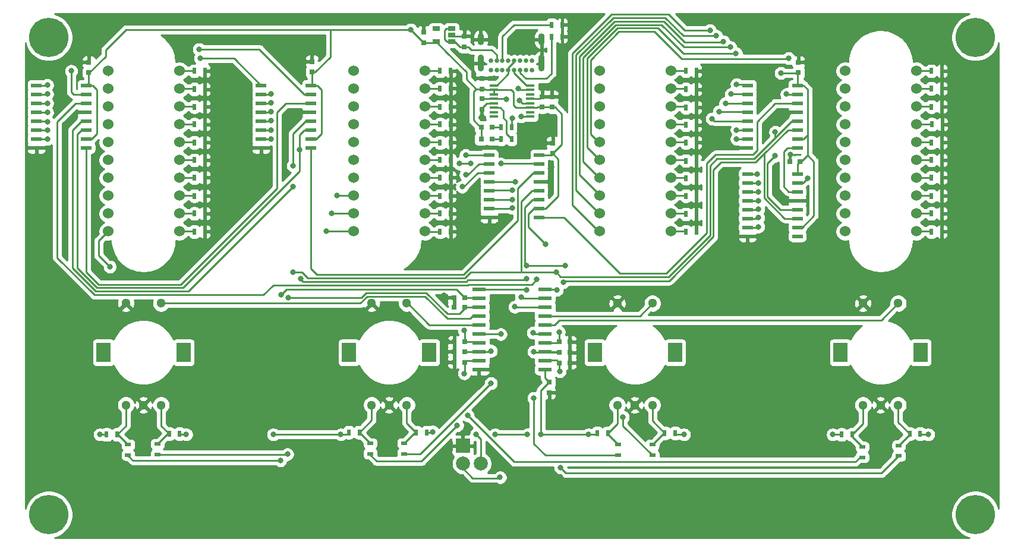
<source format=gtl>
G04 #@! TF.GenerationSoftware,KiCad,Pcbnew,(5.1.5)-3*
G04 #@! TF.CreationDate,2020-12-19T11:39:56-05:00*
G04 #@! TF.ProjectId,Deej_Controller,4465656a-5f43-46f6-9e74-726f6c6c6572,rev?*
G04 #@! TF.SameCoordinates,Original*
G04 #@! TF.FileFunction,Copper,L1,Top*
G04 #@! TF.FilePolarity,Positive*
%FSLAX46Y46*%
G04 Gerber Fmt 4.6, Leading zero omitted, Abs format (unit mm)*
G04 Created by KiCad (PCBNEW (5.1.5)-3) date 2020-12-19 11:39:56*
%MOMM*%
%LPD*%
G04 APERTURE LIST*
%ADD10R,0.750000X0.800000*%
%ADD11C,1.300000*%
%ADD12R,2.000000X2.800000*%
%ADD13C,1.524000*%
%ADD14R,0.800000X0.750000*%
%ADD15R,0.800000X0.800000*%
%ADD16O,0.900000X1.700000*%
%ADD17O,0.900000X2.400000*%
%ADD18C,0.650000*%
%ADD19R,0.500000X0.900000*%
%ADD20R,0.900000X0.500000*%
%ADD21R,1.200000X0.400000*%
%ADD22R,1.500000X0.600000*%
%ADD23R,1.950000X0.600000*%
%ADD24C,5.600000*%
%ADD25R,1.060000X0.650000*%
%ADD26R,2.000000X2.000000*%
%ADD27C,2.000000*%
%ADD28C,0.800000*%
%ADD29C,0.250000*%
%ADD30C,0.254000*%
G04 APERTURE END LIST*
D10*
X148200000Y-63350000D03*
X148200000Y-61850000D03*
D11*
X172500000Y-105500000D03*
X170000000Y-105500000D03*
X167500000Y-105500000D03*
X167500000Y-91000000D03*
X172500000Y-91000000D03*
D12*
X164300000Y-98000000D03*
X175700000Y-98000000D03*
D11*
X207500000Y-105500000D03*
X205000000Y-105500000D03*
X202500000Y-105500000D03*
X202500000Y-91000000D03*
X207500000Y-91000000D03*
D12*
X199300000Y-98000000D03*
X210700000Y-98000000D03*
D11*
X102500000Y-105500000D03*
X100000000Y-105500000D03*
X97500000Y-105500000D03*
X97500000Y-91000000D03*
X102500000Y-91000000D03*
D12*
X94300000Y-98000000D03*
X105700000Y-98000000D03*
D13*
X210110000Y-57900000D03*
X210110000Y-60440000D03*
X210110000Y-62980000D03*
X210110000Y-65520000D03*
X210110000Y-68060000D03*
X210110000Y-70600000D03*
X210110000Y-73140000D03*
X210110000Y-75680000D03*
X210110000Y-78220000D03*
X210110000Y-80760000D03*
X199950000Y-80760000D03*
X199950000Y-78220000D03*
X199950000Y-75680000D03*
X199950000Y-73140000D03*
X199950000Y-70600000D03*
X199950000Y-68060000D03*
X199950000Y-65520000D03*
X199950000Y-62980000D03*
X199950000Y-60440000D03*
X199950000Y-57900000D03*
X175110000Y-57900000D03*
X175110000Y-60440000D03*
X175110000Y-62980000D03*
X175110000Y-65520000D03*
X175110000Y-68060000D03*
X175110000Y-70600000D03*
X175110000Y-73140000D03*
X175110000Y-75680000D03*
X175110000Y-78220000D03*
X175110000Y-80760000D03*
X164950000Y-80760000D03*
X164950000Y-78220000D03*
X164950000Y-75680000D03*
X164950000Y-73140000D03*
X164950000Y-70600000D03*
X164950000Y-68060000D03*
X164950000Y-65520000D03*
X164950000Y-62980000D03*
X164950000Y-60440000D03*
X164950000Y-57900000D03*
X140110000Y-57900000D03*
X140110000Y-60440000D03*
X140110000Y-62980000D03*
X140110000Y-65520000D03*
X140110000Y-68060000D03*
X140110000Y-70600000D03*
X140110000Y-73140000D03*
X140110000Y-75680000D03*
X140110000Y-78220000D03*
X140110000Y-80760000D03*
X129950000Y-80760000D03*
X129950000Y-78220000D03*
X129950000Y-75680000D03*
X129950000Y-73140000D03*
X129950000Y-70600000D03*
X129950000Y-68060000D03*
X129950000Y-65520000D03*
X129950000Y-62980000D03*
X129950000Y-60440000D03*
X129950000Y-57900000D03*
X105110000Y-57900000D03*
X105110000Y-60440000D03*
X105110000Y-62980000D03*
X105110000Y-65520000D03*
X105110000Y-68060000D03*
X105110000Y-70600000D03*
X105110000Y-73140000D03*
X105110000Y-75680000D03*
X105110000Y-78220000D03*
X105110000Y-80760000D03*
X94950000Y-80760000D03*
X94950000Y-78220000D03*
X94950000Y-75680000D03*
X94950000Y-73140000D03*
X94950000Y-70600000D03*
X94950000Y-68060000D03*
X94950000Y-65520000D03*
X94950000Y-62980000D03*
X94950000Y-60440000D03*
X94950000Y-57900000D03*
D14*
X144250000Y-91600000D03*
X145750000Y-91600000D03*
X144250000Y-90200000D03*
X145750000Y-90200000D03*
X160750000Y-99500000D03*
X159250000Y-99500000D03*
X144250000Y-99400000D03*
X145750000Y-99400000D03*
X160750000Y-96500000D03*
X159250000Y-96500000D03*
X160750000Y-98000000D03*
X159250000Y-98000000D03*
X144250000Y-97900000D03*
X145750000Y-97900000D03*
X144250000Y-96500000D03*
X145750000Y-96500000D03*
D10*
X145700000Y-52950000D03*
X145700000Y-54450000D03*
X158300000Y-68150000D03*
X158300000Y-69650000D03*
X139900000Y-52350000D03*
X139900000Y-53850000D03*
X148200000Y-58950000D03*
X148200000Y-60450000D03*
X158200000Y-61550000D03*
X158200000Y-63050000D03*
X156800000Y-61550000D03*
X156800000Y-63050000D03*
X92200000Y-56650000D03*
X92200000Y-58150000D03*
X124000000Y-56550000D03*
X124000000Y-58050000D03*
X157800000Y-103750000D03*
X157800000Y-102250000D03*
X193300000Y-56650000D03*
X193300000Y-58150000D03*
D14*
X192050000Y-70800000D03*
X193550000Y-70800000D03*
D15*
X148100000Y-67600000D03*
X149700000Y-67600000D03*
X148100000Y-65900000D03*
X149700000Y-65900000D03*
D16*
X148050000Y-53390000D03*
X156700000Y-53390000D03*
D17*
X148050000Y-56770000D03*
X156700000Y-56770000D03*
D18*
X151140000Y-56400000D03*
X151140000Y-57750000D03*
X149460000Y-56400000D03*
X150300000Y-56400000D03*
X151990000Y-56400000D03*
X152830000Y-56400000D03*
X153670000Y-56400000D03*
X154510000Y-56400000D03*
X155350000Y-56400000D03*
X149460000Y-57750000D03*
X150300000Y-57750000D03*
X151990000Y-57750000D03*
X152830000Y-57750000D03*
X153670000Y-57750000D03*
X154510000Y-57750000D03*
X155350000Y-57750000D03*
D19*
X105150000Y-109600000D03*
X103650000Y-109600000D03*
X94750000Y-109700000D03*
X96250000Y-109700000D03*
D20*
X102000000Y-112550000D03*
X102000000Y-111050000D03*
X97800000Y-112650000D03*
X97800000Y-111150000D03*
D19*
X210650000Y-109600000D03*
X209150000Y-109600000D03*
X199450000Y-109700000D03*
X200950000Y-109700000D03*
X175750000Y-109500000D03*
X174250000Y-109500000D03*
X164650000Y-109500000D03*
X166150000Y-109500000D03*
X140350000Y-109400000D03*
X138850000Y-109400000D03*
X129250000Y-109400000D03*
X130750000Y-109400000D03*
D20*
X207600000Y-112750000D03*
X207600000Y-111250000D03*
X202400000Y-112950000D03*
X202400000Y-111450000D03*
X172500000Y-112650000D03*
X172500000Y-111150000D03*
X167600000Y-112650000D03*
X167600000Y-111150000D03*
X137100000Y-112450000D03*
X137100000Y-110950000D03*
X132300000Y-112450000D03*
X132300000Y-110950000D03*
D19*
X108750000Y-57900000D03*
X107250000Y-57900000D03*
X158150000Y-51300000D03*
X159650000Y-51300000D03*
X158150000Y-53000000D03*
X159650000Y-53000000D03*
X150950000Y-67600000D03*
X152450000Y-67600000D03*
X150950000Y-65900000D03*
X152450000Y-65900000D03*
X108750000Y-60500000D03*
X107250000Y-60500000D03*
X108750000Y-63000000D03*
X107250000Y-63000000D03*
X108750000Y-65500000D03*
X107250000Y-65500000D03*
X108750000Y-68100000D03*
X107250000Y-68100000D03*
X108750000Y-70600000D03*
X107250000Y-70600000D03*
X108750000Y-73100000D03*
X107250000Y-73100000D03*
X108750000Y-75700000D03*
X107250000Y-75700000D03*
X108750000Y-78200000D03*
X107250000Y-78200000D03*
X108750000Y-80800000D03*
X107250000Y-80800000D03*
X143750000Y-57900000D03*
X142250000Y-57900000D03*
X143750000Y-60400000D03*
X142250000Y-60400000D03*
X143750000Y-63000000D03*
X142250000Y-63000000D03*
X143750000Y-65500000D03*
X142250000Y-65500000D03*
X143750000Y-68100000D03*
X142250000Y-68100000D03*
X143750000Y-70600000D03*
X142250000Y-70600000D03*
X143750000Y-73100000D03*
X142250000Y-73100000D03*
X143750000Y-75700000D03*
X142250000Y-75700000D03*
X143750000Y-78200000D03*
X142250000Y-78200000D03*
X143750000Y-80800000D03*
X142250000Y-80800000D03*
X178750000Y-57900000D03*
X177250000Y-57900000D03*
X178750000Y-60500000D03*
X177250000Y-60500000D03*
X178750000Y-63100000D03*
X177250000Y-63100000D03*
X178750000Y-65600000D03*
X177250000Y-65600000D03*
X178750000Y-68100000D03*
X177250000Y-68100000D03*
X178750000Y-70700000D03*
X177250000Y-70700000D03*
X178750000Y-73200000D03*
X177250000Y-73200000D03*
X178750000Y-75700000D03*
X177250000Y-75700000D03*
X178750000Y-78300000D03*
X177250000Y-78300000D03*
X178750000Y-80800000D03*
X177250000Y-80800000D03*
X213750000Y-57900000D03*
X212250000Y-57900000D03*
X213750000Y-60400000D03*
X212250000Y-60400000D03*
X213750000Y-63000000D03*
X212250000Y-63000000D03*
X213800000Y-65500000D03*
X212300000Y-65500000D03*
X213750000Y-68100000D03*
X212250000Y-68100000D03*
X213750000Y-70600000D03*
X212250000Y-70600000D03*
X213750000Y-73100000D03*
X212250000Y-73100000D03*
X213750000Y-75700000D03*
X212250000Y-75700000D03*
X213750000Y-78200000D03*
X212250000Y-78200000D03*
X213750000Y-80800000D03*
X212250000Y-80800000D03*
D11*
X137500000Y-105500000D03*
X135000000Y-105500000D03*
X132500000Y-105500000D03*
X132500000Y-91000000D03*
X137500000Y-91000000D03*
D12*
X129300000Y-98000000D03*
X140700000Y-98000000D03*
D21*
X155100000Y-64422500D03*
X155100000Y-63787500D03*
X155100000Y-63152500D03*
X155100000Y-62517500D03*
X155100000Y-61882500D03*
X155100000Y-61247500D03*
X155100000Y-60612500D03*
X155100000Y-59977500D03*
X149900000Y-59977500D03*
X149900000Y-60612500D03*
X149900000Y-61247500D03*
X149900000Y-61882500D03*
X149900000Y-62517500D03*
X149900000Y-63152500D03*
X149900000Y-63787500D03*
X149900000Y-64422500D03*
D22*
X84750000Y-59955000D03*
X84750000Y-61225000D03*
X84750000Y-62495000D03*
X84750000Y-63765000D03*
X84750000Y-65035000D03*
X84750000Y-66305000D03*
X84750000Y-67575000D03*
X84750000Y-68845000D03*
X91850000Y-68845000D03*
X91850000Y-67575000D03*
X91850000Y-66305000D03*
X91850000Y-65035000D03*
X91850000Y-63765000D03*
X91850000Y-62495000D03*
X91850000Y-61225000D03*
X91850000Y-59955000D03*
X116750000Y-59955000D03*
X116750000Y-61225000D03*
X116750000Y-62495000D03*
X116750000Y-63765000D03*
X116750000Y-65035000D03*
X116750000Y-66305000D03*
X116750000Y-67575000D03*
X116750000Y-68845000D03*
X123850000Y-68845000D03*
X123850000Y-67575000D03*
X123850000Y-66305000D03*
X123850000Y-65035000D03*
X123850000Y-63765000D03*
X123850000Y-62495000D03*
X123850000Y-61225000D03*
X123850000Y-59955000D03*
X149250000Y-69855000D03*
X149250000Y-71125000D03*
X149250000Y-72395000D03*
X149250000Y-73665000D03*
X149250000Y-74935000D03*
X149250000Y-76205000D03*
X149250000Y-77475000D03*
X149250000Y-78745000D03*
X156350000Y-78745000D03*
X156350000Y-77475000D03*
X156350000Y-76205000D03*
X156350000Y-74935000D03*
X156350000Y-73665000D03*
X156350000Y-72395000D03*
X156350000Y-71125000D03*
X156350000Y-69855000D03*
X186050000Y-59955000D03*
X186050000Y-61225000D03*
X186050000Y-62495000D03*
X186050000Y-63765000D03*
X186050000Y-65035000D03*
X186050000Y-66305000D03*
X186050000Y-67575000D03*
X186050000Y-68845000D03*
X193150000Y-68845000D03*
X193150000Y-67575000D03*
X193150000Y-66305000D03*
X193150000Y-65035000D03*
X193150000Y-63765000D03*
X193150000Y-62495000D03*
X193150000Y-61225000D03*
X193150000Y-59955000D03*
X186050000Y-72555000D03*
X186050000Y-73825000D03*
X186050000Y-75095000D03*
X186050000Y-76365000D03*
X186050000Y-77635000D03*
X186050000Y-78905000D03*
X186050000Y-80175000D03*
X186050000Y-81445000D03*
X193150000Y-81445000D03*
X193150000Y-80175000D03*
X193150000Y-78905000D03*
X193150000Y-77635000D03*
X193150000Y-76365000D03*
X193150000Y-75095000D03*
X193150000Y-73825000D03*
X193150000Y-72555000D03*
D23*
X157200000Y-100415000D03*
X157200000Y-99145000D03*
X157200000Y-97875000D03*
X157200000Y-96605000D03*
X157200000Y-95335000D03*
X157200000Y-94065000D03*
X157200000Y-92795000D03*
X157200000Y-91525000D03*
X157200000Y-90255000D03*
X157200000Y-88985000D03*
X147800000Y-88985000D03*
X147800000Y-90255000D03*
X147800000Y-91525000D03*
X147800000Y-92795000D03*
X147800000Y-94065000D03*
X147800000Y-95335000D03*
X147800000Y-96605000D03*
X147800000Y-97875000D03*
X147800000Y-99145000D03*
X147800000Y-100415000D03*
D24*
X86500000Y-121100000D03*
X86500000Y-53100000D03*
X218500000Y-53100000D03*
X218500000Y-121100000D03*
D25*
X143900000Y-53750000D03*
X143900000Y-52800000D03*
X143900000Y-51850000D03*
X141700000Y-51850000D03*
X141700000Y-53750000D03*
D26*
X145500000Y-111300000D03*
D27*
X145500000Y-113840000D03*
X148040000Y-113840000D03*
D28*
X88800000Y-66700000D03*
X115100000Y-68900000D03*
X124000000Y-55400000D03*
X120100000Y-69600000D03*
X183300000Y-68800000D03*
X192200000Y-69800000D03*
X191700000Y-64400000D03*
X158100000Y-71600000D03*
X190200000Y-71800000D03*
X148200000Y-64400000D03*
X158300000Y-67000000D03*
X142800000Y-95600000D03*
X142800000Y-89900000D03*
X120500000Y-112500000D03*
X120600000Y-90200000D03*
X119500000Y-113400000D03*
X119600000Y-89800000D03*
X159300000Y-100700000D03*
X159400000Y-114400000D03*
X145700000Y-101000000D03*
X146200000Y-107000000D03*
X159200000Y-95100000D03*
X168300000Y-107200000D03*
X155600000Y-97900000D03*
X155600000Y-104500000D03*
X149500000Y-97800000D03*
X149500000Y-102400000D03*
X145700000Y-94900000D03*
X144700000Y-108400000D03*
X151700000Y-61900000D03*
X138050000Y-52000000D03*
X190800000Y-58200000D03*
X93800000Y-109700000D03*
X106100000Y-109700000D03*
X118500000Y-109700000D03*
X128100000Y-109700000D03*
X141200000Y-109300000D03*
X156600000Y-109700000D03*
X163400000Y-109700000D03*
X177000000Y-109700000D03*
X198200000Y-109700000D03*
X211800000Y-109700000D03*
X157300000Y-82600000D03*
X147400000Y-109700000D03*
X150100000Y-109700000D03*
X154700000Y-109700000D03*
X152500000Y-64600000D03*
X153400000Y-60400000D03*
X122200000Y-69100000D03*
X122400000Y-87500000D03*
X154600000Y-85600000D03*
X160100000Y-85600000D03*
X154600000Y-87500000D03*
X154600000Y-89100000D03*
X159800000Y-88000000D03*
X158900000Y-89100000D03*
X121300000Y-71400000D03*
X121300000Y-74400000D03*
X158800000Y-86600000D03*
X121300000Y-86600000D03*
X190000000Y-70000000D03*
X190000000Y-66600000D03*
X150900000Y-95400000D03*
X150800000Y-115800000D03*
X153800000Y-90100000D03*
X153600000Y-62100000D03*
X152900000Y-91500000D03*
X153800000Y-64400000D03*
X156000000Y-87600000D03*
X155500000Y-95200000D03*
X108100000Y-56100000D03*
X95200000Y-85800000D03*
X107900000Y-54800000D03*
X86300000Y-67600000D03*
X86300000Y-66300000D03*
X86300000Y-65100000D03*
X86300000Y-63800000D03*
X86300000Y-62500000D03*
X86300000Y-61200000D03*
X86300000Y-59900000D03*
X89700000Y-57900000D03*
X118200000Y-67600000D03*
X118200000Y-66300000D03*
X118200000Y-65000000D03*
X118200000Y-63700000D03*
X118200000Y-62400000D03*
X118200000Y-61200000D03*
X145000000Y-71100000D03*
X146600000Y-71100000D03*
X150900000Y-71100000D03*
X152500000Y-77400000D03*
X152500000Y-76200000D03*
X152500000Y-74900000D03*
X153000000Y-73700000D03*
X126000000Y-80700000D03*
X145400000Y-74400000D03*
X126800000Y-78200000D03*
X145900000Y-72700000D03*
X127600000Y-75600000D03*
X145900000Y-69900000D03*
X184500000Y-59800000D03*
X184400000Y-55400000D03*
X183700000Y-61200000D03*
X183600000Y-54500000D03*
X182900000Y-62500000D03*
X182600000Y-53700000D03*
X182000000Y-63700000D03*
X181600000Y-52900000D03*
X180700000Y-52100000D03*
X181000000Y-64700000D03*
X184500000Y-66300000D03*
X184500000Y-67600000D03*
X191600000Y-61200000D03*
X191900000Y-56100000D03*
X194600000Y-73200000D03*
X187600000Y-80100000D03*
X187600000Y-78800000D03*
X187600000Y-77600000D03*
X187600000Y-76400000D03*
X187600000Y-75100000D03*
X187600000Y-73900000D03*
X187400000Y-72600000D03*
D29*
X91850000Y-63765000D02*
X90535000Y-63765000D01*
X90535000Y-63765000D02*
X88800000Y-65500000D01*
X88800000Y-65500000D02*
X88800000Y-66700000D01*
X116750000Y-68845000D02*
X115155000Y-68845000D01*
X115155000Y-68845000D02*
X115100000Y-68900000D01*
X124000000Y-56550000D02*
X124000000Y-55400000D01*
X123850000Y-63765000D02*
X121735000Y-63765000D01*
X121735000Y-63765000D02*
X120100000Y-65400000D01*
X120100000Y-65400000D02*
X120100000Y-69600000D01*
X186050000Y-68845000D02*
X183345000Y-68845000D01*
X183345000Y-68845000D02*
X183300000Y-68800000D01*
X192050000Y-70800000D02*
X192050000Y-69950000D01*
X192050000Y-69950000D02*
X192200000Y-69800000D01*
X193150000Y-63765000D02*
X192335000Y-63765000D01*
X192335000Y-63765000D02*
X191700000Y-64400000D01*
X156350000Y-73665000D02*
X157435000Y-73665000D01*
X157435000Y-73665000D02*
X158100000Y-73000000D01*
X158100000Y-73000000D02*
X158100000Y-71600000D01*
X156467500Y-61882500D02*
X156800000Y-61550000D01*
X155100000Y-61882500D02*
X156467500Y-61882500D01*
X144050000Y-52950000D02*
X143900000Y-52800000D01*
X145700000Y-52950000D02*
X144050000Y-52950000D01*
X193150000Y-76365000D02*
X190665000Y-76365000D01*
X190665000Y-76365000D02*
X190200000Y-75900000D01*
X190200000Y-75900000D02*
X190200000Y-71800000D01*
X148200000Y-63350000D02*
X148200000Y-63200000D01*
X148882500Y-62517500D02*
X149900000Y-62517500D01*
X148200000Y-63200000D02*
X148882500Y-62517500D01*
X148200000Y-63350000D02*
X148200000Y-64400000D01*
X158300000Y-68150000D02*
X158300000Y-67000000D01*
X144250000Y-96500000D02*
X143700000Y-96500000D01*
X143700000Y-96500000D02*
X142800000Y-95600000D01*
X144250000Y-91600000D02*
X144250000Y-90200000D01*
X144250000Y-90200000D02*
X143100000Y-90200000D01*
X143100000Y-90200000D02*
X142800000Y-89900000D01*
X102000000Y-112550000D02*
X120450000Y-112550000D01*
X120450000Y-112550000D02*
X120500000Y-112500000D01*
X145825000Y-91525000D02*
X145750000Y-91600000D01*
X147800000Y-91525000D02*
X145825000Y-91525000D01*
X145750000Y-91750000D02*
X145750000Y-91600000D01*
X131000000Y-90200000D02*
X131700000Y-89500000D01*
X140300000Y-89500000D02*
X143300000Y-92500000D01*
X145000000Y-92500000D02*
X145750000Y-91750000D01*
X120600000Y-90200000D02*
X131000000Y-90200000D01*
X131700000Y-89500000D02*
X140300000Y-89500000D01*
X143300000Y-92500000D02*
X145000000Y-92500000D01*
X147745000Y-90200000D02*
X147800000Y-90255000D01*
X145750000Y-90200000D02*
X147745000Y-90200000D01*
X97800000Y-112650000D02*
X97800000Y-112700000D01*
X97800000Y-112700000D02*
X98500000Y-113400000D01*
X98500000Y-113400000D02*
X119500000Y-113400000D01*
X119600000Y-89800000D02*
X120400000Y-89000000D01*
X120400000Y-89000000D02*
X144550000Y-89000000D01*
X144550000Y-89000000D02*
X145750000Y-90200000D01*
X157245000Y-99100000D02*
X157200000Y-99145000D01*
X159250000Y-99500000D02*
X158850000Y-99100000D01*
X158850000Y-99100000D02*
X157245000Y-99100000D01*
X159250000Y-99500000D02*
X159250000Y-100650000D01*
X159250000Y-100650000D02*
X159300000Y-100700000D01*
X159400000Y-114400000D02*
X160200000Y-115200000D01*
X205150000Y-115200000D02*
X207600000Y-112750000D01*
X160200000Y-115200000D02*
X205150000Y-115200000D01*
X147745000Y-99200000D02*
X147800000Y-99145000D01*
X145750000Y-99400000D02*
X145950000Y-99200000D01*
X145950000Y-99200000D02*
X147745000Y-99200000D01*
X145750000Y-100950000D02*
X145750000Y-99400000D01*
X145700000Y-101000000D02*
X145750000Y-100950000D01*
X202050000Y-112950000D02*
X202400000Y-112950000D01*
X201400000Y-113600000D02*
X202050000Y-112950000D01*
X146200000Y-107000000D02*
X152800000Y-113600000D01*
X152800000Y-113600000D02*
X201400000Y-113600000D01*
X159250000Y-95150000D02*
X159250000Y-96500000D01*
X159200000Y-95100000D02*
X159250000Y-95150000D01*
X168300000Y-107200000D02*
X168300000Y-108450000D01*
X168300000Y-108450000D02*
X172500000Y-112650000D01*
X159145000Y-96605000D02*
X159250000Y-96500000D01*
X157200000Y-96605000D02*
X159145000Y-96605000D01*
X159125000Y-97875000D02*
X159250000Y-98000000D01*
X157200000Y-97875000D02*
X159125000Y-97875000D01*
X155700000Y-98000000D02*
X159250000Y-98000000D01*
X155600000Y-97900000D02*
X155700000Y-98000000D01*
X157250000Y-112650000D02*
X167600000Y-112650000D01*
X155600000Y-104500000D02*
X155600000Y-111000000D01*
X155600000Y-111000000D02*
X157250000Y-112650000D01*
X147775000Y-97900000D02*
X147800000Y-97875000D01*
X145750000Y-97900000D02*
X147775000Y-97900000D01*
X149400000Y-97900000D02*
X145750000Y-97900000D01*
X149500000Y-97800000D02*
X149400000Y-97900000D01*
X149500000Y-102400000D02*
X139450000Y-112450000D01*
X139450000Y-112450000D02*
X137100000Y-112450000D01*
X145750000Y-94950000D02*
X145750000Y-96500000D01*
X145700000Y-94900000D02*
X145750000Y-94950000D01*
X147695000Y-96500000D02*
X147800000Y-96605000D01*
X145750000Y-96500000D02*
X147695000Y-96500000D01*
X139600000Y-113500000D02*
X133200000Y-113500000D01*
X133200000Y-113500000D02*
X132300000Y-112600000D01*
X144700000Y-108400000D02*
X139600000Y-113500000D01*
X132300000Y-112600000D02*
X132300000Y-112450000D01*
X143900000Y-51850000D02*
X143150000Y-51850000D01*
X143150000Y-51850000D02*
X142900000Y-52100000D01*
X142900000Y-52100000D02*
X142900000Y-53400000D01*
X143250000Y-53750000D02*
X143900000Y-53750000D01*
X142900000Y-53400000D02*
X143250000Y-53750000D01*
X145950000Y-54450000D02*
X145700000Y-54450000D01*
X144350000Y-53750000D02*
X143900000Y-53750000D01*
X145700000Y-54450000D02*
X145050000Y-54450000D01*
X145050000Y-54450000D02*
X144350000Y-53750000D01*
X145700000Y-54450000D02*
X146250000Y-54450000D01*
X146250000Y-54450000D02*
X146700000Y-54900000D01*
X146700000Y-54900000D02*
X149600000Y-54900000D01*
X150300000Y-55600000D02*
X150300000Y-56400000D01*
X149600000Y-54900000D02*
X150300000Y-55600000D01*
X151682500Y-61882500D02*
X149900000Y-61882500D01*
X151700000Y-61900000D02*
X151682500Y-61882500D01*
X148232500Y-61882500D02*
X148200000Y-61850000D01*
X149900000Y-61882500D02*
X148232500Y-61882500D01*
X141600000Y-53850000D02*
X141700000Y-53750000D01*
X139900000Y-53850000D02*
X141600000Y-53850000D01*
X149900000Y-61247500D02*
X149900000Y-60612500D01*
X92200000Y-59605000D02*
X91850000Y-59955000D01*
X92200000Y-58150000D02*
X92200000Y-59605000D01*
X91850000Y-67575000D02*
X92625000Y-67575000D01*
X92625000Y-67575000D02*
X93400000Y-66800000D01*
X93400000Y-66800000D02*
X93400000Y-60600000D01*
X92755000Y-59955000D02*
X91850000Y-59955000D01*
X93400000Y-60600000D02*
X92755000Y-59955000D01*
X124000000Y-59805000D02*
X123850000Y-59955000D01*
X124000000Y-58050000D02*
X124000000Y-59805000D01*
X123850000Y-59955000D02*
X124755000Y-59955000D01*
X124755000Y-59955000D02*
X125400000Y-60600000D01*
X125400000Y-60600000D02*
X125400000Y-66800000D01*
X124625000Y-67575000D02*
X123850000Y-67575000D01*
X125400000Y-66800000D02*
X124625000Y-67575000D01*
X148200000Y-60450000D02*
X148650000Y-60450000D01*
X148812500Y-60612500D02*
X149900000Y-60612500D01*
X148650000Y-60450000D02*
X148812500Y-60612500D01*
X156800000Y-63050000D02*
X156150000Y-63050000D01*
X156047500Y-63152500D02*
X155100000Y-63152500D01*
X156150000Y-63050000D02*
X156047500Y-63152500D01*
X156800000Y-63050000D02*
X158200000Y-63050000D01*
X193150000Y-71200000D02*
X193550000Y-70800000D01*
X193150000Y-72555000D02*
X193150000Y-71200000D01*
X193195000Y-60000000D02*
X193150000Y-59955000D01*
X193150000Y-58300000D02*
X193300000Y-58150000D01*
X193150000Y-59955000D02*
X193150000Y-58300000D01*
X193150000Y-67575000D02*
X194025000Y-67575000D01*
X194025000Y-67575000D02*
X194600000Y-67000000D01*
X194600000Y-67000000D02*
X194600000Y-60500000D01*
X194055000Y-59955000D02*
X193150000Y-59955000D01*
X194600000Y-60500000D02*
X194055000Y-59955000D01*
X193550000Y-70800000D02*
X193700000Y-70800000D01*
X194600000Y-69900000D02*
X194600000Y-67000000D01*
X193700000Y-70800000D02*
X194600000Y-69900000D01*
X193150000Y-80175000D02*
X193825000Y-80175000D01*
X193825000Y-80175000D02*
X195500000Y-78500000D01*
X195500000Y-70800000D02*
X194600000Y-69900000D01*
X195500000Y-78500000D02*
X195500000Y-70800000D01*
X92200000Y-58150000D02*
X92250000Y-58150000D01*
X92250000Y-58150000D02*
X94600000Y-55800000D01*
X94600000Y-55800000D02*
X94600000Y-54900000D01*
X94600000Y-54900000D02*
X97500000Y-52000000D01*
X138050000Y-52000000D02*
X139900000Y-53850000D01*
X97500000Y-52000000D02*
X126600000Y-52000000D01*
X124450000Y-58050000D02*
X124000000Y-58050000D01*
X126600000Y-52000000D02*
X126600000Y-55900000D01*
X126600000Y-55900000D02*
X124450000Y-58050000D01*
X126600000Y-52000000D02*
X138050000Y-52000000D01*
X193250000Y-58200000D02*
X193300000Y-58150000D01*
X190800000Y-58200000D02*
X193250000Y-58200000D01*
X146000000Y-58050000D02*
X143150000Y-55200000D01*
X143150000Y-55200000D02*
X141700000Y-53750000D01*
X148200000Y-60450000D02*
X147400000Y-60450000D01*
X146000000Y-59050000D02*
X146000000Y-58050000D01*
X147400000Y-60450000D02*
X146000000Y-59050000D01*
X158095000Y-69855000D02*
X158300000Y-69650000D01*
X156350000Y-69855000D02*
X158095000Y-69855000D01*
X94750000Y-109700000D02*
X93800000Y-109700000D01*
X105250000Y-109700000D02*
X105150000Y-109600000D01*
X106100000Y-109700000D02*
X105250000Y-109700000D01*
X128950000Y-109700000D02*
X129250000Y-109400000D01*
X127600000Y-109700000D02*
X128100000Y-109700000D01*
X127600000Y-109700000D02*
X128950000Y-109700000D01*
X118500000Y-109700000D02*
X127600000Y-109700000D01*
X141100000Y-109400000D02*
X140350000Y-109400000D01*
X141200000Y-109300000D02*
X141100000Y-109400000D01*
X157200000Y-101650000D02*
X157800000Y-102250000D01*
X157200000Y-100415000D02*
X157200000Y-101650000D01*
X164450000Y-109700000D02*
X164650000Y-109500000D01*
X156600000Y-103450000D02*
X157800000Y-102250000D01*
X156600000Y-109700000D02*
X156600000Y-103450000D01*
X163500000Y-109700000D02*
X163400000Y-109700000D01*
X163500000Y-109700000D02*
X164450000Y-109700000D01*
X156600000Y-109700000D02*
X163500000Y-109700000D01*
X175950000Y-109700000D02*
X175750000Y-109500000D01*
X177000000Y-109700000D02*
X175950000Y-109700000D01*
X198200000Y-109700000D02*
X199450000Y-109700000D01*
X210750000Y-109700000D02*
X210650000Y-109600000D01*
X211800000Y-109700000D02*
X210750000Y-109700000D01*
X154800000Y-78300000D02*
X155625000Y-77475000D01*
X154800000Y-80100000D02*
X154800000Y-78300000D01*
X157300000Y-82600000D02*
X154800000Y-80100000D01*
X155625000Y-77475000D02*
X156350000Y-77475000D01*
X149900000Y-60612500D02*
X152412500Y-60612500D01*
X152412500Y-60612500D02*
X152700000Y-60900000D01*
X152700000Y-60900000D02*
X152700000Y-62800000D01*
X153052500Y-63152500D02*
X155100000Y-63152500D01*
X152700000Y-62800000D02*
X153052500Y-63152500D01*
X159100000Y-70450000D02*
X158300000Y-69650000D01*
X159100000Y-75700000D02*
X159100000Y-70450000D01*
X156350000Y-77475000D02*
X157325000Y-77475000D01*
X157325000Y-77475000D02*
X159100000Y-75700000D01*
X158200000Y-63050000D02*
X158650000Y-63050000D01*
X158650000Y-63050000D02*
X159600000Y-64000000D01*
X159600000Y-68350000D02*
X158300000Y-69650000D01*
X159600000Y-64000000D02*
X159600000Y-68350000D01*
X148040000Y-110340000D02*
X147400000Y-109700000D01*
X148040000Y-113840000D02*
X148040000Y-110340000D01*
X150100000Y-109700000D02*
X154700000Y-109700000D01*
X148100000Y-67600000D02*
X148100000Y-65900000D01*
X148100000Y-65900000D02*
X148000000Y-65900000D01*
X148000000Y-65900000D02*
X147000000Y-64900000D01*
X147000000Y-60850000D02*
X147400000Y-60450000D01*
X147000000Y-64900000D02*
X147000000Y-60850000D01*
X149700000Y-67600000D02*
X150950000Y-67600000D01*
X149700000Y-65900000D02*
X150950000Y-65900000D01*
X158150000Y-58250000D02*
X158150000Y-53000000D01*
X157400000Y-59000000D02*
X158150000Y-58250000D01*
X154500000Y-59000000D02*
X157400000Y-59000000D01*
X153670000Y-57750000D02*
X153670000Y-58170000D01*
X153670000Y-58170000D02*
X154500000Y-59000000D01*
X152830000Y-57750000D02*
X152830000Y-58230000D01*
X154577500Y-59977500D02*
X155100000Y-59977500D01*
X152830000Y-58230000D02*
X154577500Y-59977500D01*
X149900000Y-59977500D02*
X150322500Y-59977500D01*
X151990000Y-58310000D02*
X151990000Y-57750000D01*
X150322500Y-59977500D02*
X151990000Y-58310000D01*
X152830000Y-56400000D02*
X152830000Y-56570000D01*
X151990000Y-57410000D02*
X151990000Y-57750000D01*
X152830000Y-56570000D02*
X151990000Y-57410000D01*
X151140000Y-56400000D02*
X151140000Y-52960000D01*
X152800000Y-51300000D02*
X158150000Y-51300000D01*
X151140000Y-52960000D02*
X152800000Y-51300000D01*
X102500000Y-108450000D02*
X103650000Y-109600000D01*
X102500000Y-105500000D02*
X102500000Y-108450000D01*
X103450000Y-109600000D02*
X102000000Y-111050000D01*
X103650000Y-109600000D02*
X103450000Y-109600000D01*
X97500000Y-108450000D02*
X96250000Y-109700000D01*
X97500000Y-105500000D02*
X97500000Y-108450000D01*
X96350000Y-109700000D02*
X97800000Y-111150000D01*
X96250000Y-109700000D02*
X96350000Y-109700000D01*
X207500000Y-107950000D02*
X209150000Y-109600000D01*
X207500000Y-105500000D02*
X207500000Y-107950000D01*
X209150000Y-109700000D02*
X207600000Y-111250000D01*
X209150000Y-109600000D02*
X209150000Y-109700000D01*
X202500000Y-108150000D02*
X200950000Y-109700000D01*
X202500000Y-105500000D02*
X202500000Y-108150000D01*
X200950000Y-110000000D02*
X202400000Y-111450000D01*
X200950000Y-109700000D02*
X200950000Y-110000000D01*
X172500000Y-107750000D02*
X174250000Y-109500000D01*
X172500000Y-105500000D02*
X172500000Y-107750000D01*
X174150000Y-109500000D02*
X172500000Y-111150000D01*
X174250000Y-109500000D02*
X174150000Y-109500000D01*
X167500000Y-108150000D02*
X166150000Y-109500000D01*
X167500000Y-105500000D02*
X167500000Y-108150000D01*
X166150000Y-109700000D02*
X167600000Y-111150000D01*
X166150000Y-109500000D02*
X166150000Y-109700000D01*
X137500000Y-108050000D02*
X138850000Y-109400000D01*
X137500000Y-105500000D02*
X137500000Y-108050000D01*
X138650000Y-109400000D02*
X137100000Y-110950000D01*
X138850000Y-109400000D02*
X138650000Y-109400000D01*
X132500000Y-107650000D02*
X130750000Y-109400000D01*
X132500000Y-105500000D02*
X132500000Y-107650000D01*
X130750000Y-109400000D02*
X132300000Y-110950000D01*
X149900000Y-63152500D02*
X150852500Y-63152500D01*
X150852500Y-63152500D02*
X151300000Y-63600000D01*
X151300000Y-63600000D02*
X151300000Y-64600000D01*
X151300000Y-64600000D02*
X151700000Y-65000000D01*
X151700000Y-66850000D02*
X152450000Y-67600000D01*
X151700000Y-65000000D02*
X151700000Y-66850000D01*
X152450000Y-65900000D02*
X152450000Y-64650000D01*
X152450000Y-64650000D02*
X152500000Y-64600000D01*
X153612500Y-60612500D02*
X155100000Y-60612500D01*
X153400000Y-60400000D02*
X153612500Y-60612500D01*
X91850000Y-86550000D02*
X91850000Y-68845000D01*
X93600000Y-88300000D02*
X91850000Y-86550000D01*
X120305000Y-62495000D02*
X119000000Y-63800000D01*
X105300000Y-88300000D02*
X93600000Y-88300000D01*
X123850000Y-62495000D02*
X120305000Y-62495000D01*
X119000000Y-63800000D02*
X119000000Y-74600000D01*
X119000000Y-74600000D02*
X105300000Y-88300000D01*
X122895000Y-66305000D02*
X123850000Y-66305000D01*
X122200000Y-69000000D02*
X122200000Y-67000000D01*
X122200000Y-67000000D02*
X122895000Y-66305000D01*
X122200000Y-69000000D02*
X122200000Y-69100000D01*
X122200000Y-72200000D02*
X122200000Y-69100000D01*
X105600000Y-88800000D02*
X122200000Y-72200000D01*
X90600000Y-66900000D02*
X90600000Y-86000000D01*
X91195000Y-66305000D02*
X90600000Y-66900000D01*
X91850000Y-66305000D02*
X91195000Y-66305000D01*
X93400000Y-88800000D02*
X105600000Y-88800000D01*
X90600000Y-86000000D02*
X93400000Y-88800000D01*
X122400000Y-87500000D02*
X122600000Y-87700000D01*
X160100000Y-85600000D02*
X154600000Y-85600000D01*
X122400000Y-87600000D02*
X122400000Y-87500000D01*
X122700000Y-87900000D02*
X122400000Y-87600000D01*
X146000000Y-87900000D02*
X122700000Y-87900000D01*
X146200000Y-87700000D02*
X146000000Y-87900000D01*
X154600000Y-87500000D02*
X154400000Y-87700000D01*
X154400000Y-87700000D02*
X146200000Y-87700000D01*
X154485000Y-88985000D02*
X147800000Y-88985000D01*
X154600000Y-89100000D02*
X154485000Y-88985000D01*
X182300000Y-70900000D02*
X187200000Y-70900000D01*
X160000000Y-87800000D02*
X174900000Y-87800000D01*
X159800000Y-88000000D02*
X160000000Y-87800000D01*
X181200000Y-72000000D02*
X182300000Y-70900000D01*
X174900000Y-87800000D02*
X181200000Y-81500000D01*
X191795000Y-66305000D02*
X193150000Y-66305000D01*
X181200000Y-81500000D02*
X181200000Y-72000000D01*
X187200000Y-70900000D02*
X188450000Y-69650000D01*
X188450000Y-69650000D02*
X191795000Y-66305000D01*
X155395000Y-76205000D02*
X156350000Y-76205000D01*
X154300000Y-77300000D02*
X155395000Y-76205000D01*
X154600000Y-85600000D02*
X154300000Y-85300000D01*
X154300000Y-85300000D02*
X154300000Y-77300000D01*
X188400000Y-69700000D02*
X188450000Y-69650000D01*
X188400000Y-76000000D02*
X188400000Y-69700000D01*
X193150000Y-78905000D02*
X191305000Y-78905000D01*
X191305000Y-78905000D02*
X188400000Y-76000000D01*
X158785000Y-88985000D02*
X157200000Y-88985000D01*
X158900000Y-89100000D02*
X158785000Y-88985000D01*
X123065000Y-65035000D02*
X123850000Y-65035000D01*
X121300000Y-66800000D02*
X123065000Y-65035000D01*
X121300000Y-71400000D02*
X121300000Y-66800000D01*
X91165000Y-65035000D02*
X91850000Y-65035000D01*
X106400000Y-89300000D02*
X93200000Y-89300000D01*
X89900000Y-66300000D02*
X91165000Y-65035000D01*
X121300000Y-74400000D02*
X106400000Y-89300000D01*
X93200000Y-89300000D02*
X89900000Y-86000000D01*
X89900000Y-86000000D02*
X89900000Y-66300000D01*
X145800000Y-87400000D02*
X146600000Y-86600000D01*
X121300000Y-86600000D02*
X122600000Y-86600000D01*
X122600000Y-86600000D02*
X123400000Y-87400000D01*
X123400000Y-87400000D02*
X145800000Y-87400000D01*
X146600000Y-86600000D02*
X152500000Y-86600000D01*
X152500000Y-86600000D02*
X158800000Y-86600000D01*
X159400000Y-87200000D02*
X158800000Y-86600000D01*
X174800000Y-87200000D02*
X159400000Y-87200000D01*
X180700000Y-81300000D02*
X174800000Y-87200000D01*
X187000000Y-70400000D02*
X181700000Y-70400000D01*
X193150000Y-65035000D02*
X192365000Y-65035000D01*
X181700000Y-70400000D02*
X180700000Y-71400000D01*
X180700000Y-71400000D02*
X180700000Y-81300000D01*
X190000000Y-66600000D02*
X190000000Y-67400000D01*
X192365000Y-65035000D02*
X190000000Y-67400000D01*
X190000000Y-67400000D02*
X187000000Y-70400000D01*
X153800000Y-86600000D02*
X152500000Y-86600000D01*
X153800000Y-76500000D02*
X153800000Y-86600000D01*
X156350000Y-74935000D02*
X155365000Y-74935000D01*
X155365000Y-74935000D02*
X153800000Y-76500000D01*
X188900000Y-71100000D02*
X190000000Y-70000000D01*
X188900000Y-75800000D02*
X188900000Y-71100000D01*
X193150000Y-77635000D02*
X190735000Y-77635000D01*
X190735000Y-77635000D02*
X188900000Y-75800000D01*
X155505000Y-72395000D02*
X156350000Y-72395000D01*
X123850000Y-86050000D02*
X124700000Y-86900000D01*
X123850000Y-68845000D02*
X123850000Y-86050000D01*
X145600000Y-86900000D02*
X153300000Y-79200000D01*
X124700000Y-86900000D02*
X145600000Y-86900000D01*
X153300000Y-74600000D02*
X155505000Y-72395000D01*
X153300000Y-79200000D02*
X153300000Y-74600000D01*
X159945000Y-78745000D02*
X156350000Y-78745000D01*
X167900000Y-86700000D02*
X159945000Y-78745000D01*
X174500000Y-86700000D02*
X167900000Y-86700000D01*
X190005000Y-62495000D02*
X187400000Y-65100000D01*
X180200000Y-71100000D02*
X180200000Y-81000000D01*
X187400000Y-65100000D02*
X187400000Y-69200000D01*
X180200000Y-81000000D02*
X174500000Y-86700000D01*
X181500000Y-69800000D02*
X180200000Y-71100000D01*
X187400000Y-69200000D02*
X186800000Y-69800000D01*
X193150000Y-62495000D02*
X190005000Y-62495000D01*
X186800000Y-69800000D02*
X181500000Y-69800000D01*
X191895000Y-75095000D02*
X193150000Y-75095000D01*
X191200000Y-74400000D02*
X191895000Y-75095000D01*
X191200000Y-69400000D02*
X191200000Y-74400000D01*
X193150000Y-68845000D02*
X191755000Y-68845000D01*
X191755000Y-68845000D02*
X191200000Y-69400000D01*
X147865000Y-95400000D02*
X147800000Y-95335000D01*
X150900000Y-95400000D02*
X147865000Y-95400000D01*
X145500000Y-114500000D02*
X145500000Y-113840000D01*
X146900000Y-115900000D02*
X145500000Y-114500000D01*
X150800000Y-115800000D02*
X150700000Y-115900000D01*
X150700000Y-115900000D02*
X146900000Y-115900000D01*
X105110000Y-57900000D02*
X107250000Y-57900000D01*
X107190000Y-60440000D02*
X107250000Y-60500000D01*
X105110000Y-60440000D02*
X107190000Y-60440000D01*
X107230000Y-62980000D02*
X107250000Y-63000000D01*
X105110000Y-62980000D02*
X107230000Y-62980000D01*
X107230000Y-65520000D02*
X107250000Y-65500000D01*
X105110000Y-65520000D02*
X107230000Y-65520000D01*
X107210000Y-68060000D02*
X107250000Y-68100000D01*
X105110000Y-68060000D02*
X107210000Y-68060000D01*
X105110000Y-70600000D02*
X107250000Y-70600000D01*
X107210000Y-73140000D02*
X107250000Y-73100000D01*
X105110000Y-73140000D02*
X107210000Y-73140000D01*
X107230000Y-75680000D02*
X107250000Y-75700000D01*
X105110000Y-75680000D02*
X107230000Y-75680000D01*
X107230000Y-78220000D02*
X107250000Y-78200000D01*
X105110000Y-78220000D02*
X107230000Y-78220000D01*
X107210000Y-80760000D02*
X107250000Y-80800000D01*
X105110000Y-80760000D02*
X107210000Y-80760000D01*
X140110000Y-57900000D02*
X142250000Y-57900000D01*
X140150000Y-60400000D02*
X140110000Y-60440000D01*
X142250000Y-60400000D02*
X140150000Y-60400000D01*
X142230000Y-62980000D02*
X142250000Y-63000000D01*
X140110000Y-62980000D02*
X142230000Y-62980000D01*
X142230000Y-65520000D02*
X142250000Y-65500000D01*
X140110000Y-65520000D02*
X142230000Y-65520000D01*
X142210000Y-68060000D02*
X142250000Y-68100000D01*
X140110000Y-68060000D02*
X142210000Y-68060000D01*
X140110000Y-70600000D02*
X142250000Y-70600000D01*
X142210000Y-73140000D02*
X142250000Y-73100000D01*
X140110000Y-73140000D02*
X142210000Y-73140000D01*
X142230000Y-75680000D02*
X142250000Y-75700000D01*
X140110000Y-75680000D02*
X142230000Y-75680000D01*
X142230000Y-78220000D02*
X142250000Y-78200000D01*
X140110000Y-78220000D02*
X142230000Y-78220000D01*
X140150000Y-80800000D02*
X140110000Y-80760000D01*
X142250000Y-80800000D02*
X140150000Y-80800000D01*
X175110000Y-57900000D02*
X177250000Y-57900000D01*
X177190000Y-60440000D02*
X177250000Y-60500000D01*
X175110000Y-60440000D02*
X177190000Y-60440000D01*
X177130000Y-62980000D02*
X177250000Y-63100000D01*
X175110000Y-62980000D02*
X177130000Y-62980000D01*
X177170000Y-65520000D02*
X177250000Y-65600000D01*
X175110000Y-65520000D02*
X177170000Y-65520000D01*
X177210000Y-68060000D02*
X177250000Y-68100000D01*
X175110000Y-68060000D02*
X177210000Y-68060000D01*
X177150000Y-70600000D02*
X177250000Y-70700000D01*
X175110000Y-70600000D02*
X177150000Y-70600000D01*
X177190000Y-73140000D02*
X177250000Y-73200000D01*
X175110000Y-73140000D02*
X177190000Y-73140000D01*
X177230000Y-75680000D02*
X177250000Y-75700000D01*
X175110000Y-75680000D02*
X177230000Y-75680000D01*
X177170000Y-78220000D02*
X177250000Y-78300000D01*
X175110000Y-78220000D02*
X177170000Y-78220000D01*
X177210000Y-80760000D02*
X177250000Y-80800000D01*
X175110000Y-80760000D02*
X177210000Y-80760000D01*
X210110000Y-57900000D02*
X212250000Y-57900000D01*
X212210000Y-60440000D02*
X212250000Y-60400000D01*
X210110000Y-60440000D02*
X212210000Y-60440000D01*
X212230000Y-62980000D02*
X212250000Y-63000000D01*
X210110000Y-62980000D02*
X212230000Y-62980000D01*
X212280000Y-65520000D02*
X212300000Y-65500000D01*
X210110000Y-65520000D02*
X212280000Y-65520000D01*
X212210000Y-68060000D02*
X212250000Y-68100000D01*
X210110000Y-68060000D02*
X212210000Y-68060000D01*
X210110000Y-70600000D02*
X212250000Y-70600000D01*
X212210000Y-73140000D02*
X212250000Y-73100000D01*
X210110000Y-73140000D02*
X212210000Y-73140000D01*
X212230000Y-75680000D02*
X212250000Y-75700000D01*
X210110000Y-75680000D02*
X212230000Y-75680000D01*
X212230000Y-78220000D02*
X212250000Y-78200000D01*
X210110000Y-78220000D02*
X212230000Y-78220000D01*
X212210000Y-80760000D02*
X212250000Y-80800000D01*
X210110000Y-80760000D02*
X212210000Y-80760000D01*
X157200000Y-90255000D02*
X153955000Y-90255000D01*
X153955000Y-90255000D02*
X153800000Y-90100000D01*
X154017500Y-62517500D02*
X155100000Y-62517500D01*
X153600000Y-62100000D02*
X154017500Y-62517500D01*
X157200000Y-91525000D02*
X152925000Y-91525000D01*
X152925000Y-91525000D02*
X152900000Y-91500000D01*
X155077500Y-64400000D02*
X155100000Y-64422500D01*
X153800000Y-64400000D02*
X155077500Y-64400000D01*
X90305000Y-62495000D02*
X91850000Y-62495000D01*
X87700000Y-65100000D02*
X90305000Y-62495000D01*
X87700000Y-84500000D02*
X87700000Y-65100000D01*
X156000000Y-87600000D02*
X155300000Y-88300000D01*
X93000000Y-89800000D02*
X87700000Y-84500000D01*
X146300000Y-88300000D02*
X146200000Y-88400000D01*
X146200000Y-88400000D02*
X118500000Y-88400000D01*
X155300000Y-88300000D02*
X146300000Y-88300000D01*
X118500000Y-88400000D02*
X117100000Y-89800000D01*
X117100000Y-89800000D02*
X93000000Y-89800000D01*
X155500000Y-95200000D02*
X155635000Y-95335000D01*
X155635000Y-95335000D02*
X157200000Y-95335000D01*
X112895000Y-56100000D02*
X116750000Y-59955000D01*
X108100000Y-56100000D02*
X112895000Y-56100000D01*
X93600000Y-84200000D02*
X93600000Y-82110000D01*
X95200000Y-85800000D02*
X93600000Y-84200000D01*
X93600000Y-82110000D02*
X94950000Y-80760000D01*
X123850000Y-61225000D02*
X122925000Y-61225000D01*
X116500000Y-54800000D02*
X107900000Y-54800000D01*
X122925000Y-61225000D02*
X116500000Y-54800000D01*
X84750000Y-67575000D02*
X86275000Y-67575000D01*
X86275000Y-67575000D02*
X86300000Y-67600000D01*
X84750000Y-66305000D02*
X86295000Y-66305000D01*
X86295000Y-66305000D02*
X86300000Y-66300000D01*
X84750000Y-65035000D02*
X86235000Y-65035000D01*
X86235000Y-65035000D02*
X86300000Y-65100000D01*
X84750000Y-63765000D02*
X86265000Y-63765000D01*
X86265000Y-63765000D02*
X86300000Y-63800000D01*
X84750000Y-62495000D02*
X86295000Y-62495000D01*
X86295000Y-62495000D02*
X86300000Y-62500000D01*
X86275000Y-61225000D02*
X84750000Y-61225000D01*
X86300000Y-61200000D02*
X86275000Y-61225000D01*
X86245000Y-59955000D02*
X84750000Y-59955000D01*
X86300000Y-59900000D02*
X86245000Y-59955000D01*
X91850000Y-61225000D02*
X92275000Y-61225000D01*
X94950000Y-58550000D02*
X94950000Y-57900000D01*
X91850000Y-61225000D02*
X90025000Y-61225000D01*
X90025000Y-61225000D02*
X89700000Y-60900000D01*
X89700000Y-60900000D02*
X89700000Y-57900000D01*
X116750000Y-67575000D02*
X118175000Y-67575000D01*
X118175000Y-67575000D02*
X118200000Y-67600000D01*
X116750000Y-66305000D02*
X118195000Y-66305000D01*
X118195000Y-66305000D02*
X118200000Y-66300000D01*
X116750000Y-65035000D02*
X118165000Y-65035000D01*
X118165000Y-65035000D02*
X118200000Y-65000000D01*
X116750000Y-63765000D02*
X118135000Y-63765000D01*
X118135000Y-63765000D02*
X118200000Y-63700000D01*
X116750000Y-62495000D02*
X118105000Y-62495000D01*
X118105000Y-62495000D02*
X118200000Y-62400000D01*
X116750000Y-61225000D02*
X118175000Y-61225000D01*
X118175000Y-61225000D02*
X118200000Y-61200000D01*
X145000000Y-71100000D02*
X146600000Y-71100000D01*
X156325000Y-71100000D02*
X156350000Y-71125000D01*
X150900000Y-71100000D02*
X156325000Y-71100000D01*
X152425000Y-77475000D02*
X149250000Y-77475000D01*
X152500000Y-77400000D02*
X152425000Y-77475000D01*
X149255000Y-76200000D02*
X149250000Y-76205000D01*
X152500000Y-76200000D02*
X149255000Y-76200000D01*
X149285000Y-74900000D02*
X149250000Y-74935000D01*
X152500000Y-74900000D02*
X149285000Y-74900000D01*
X152965000Y-73665000D02*
X149250000Y-73665000D01*
X153000000Y-73700000D02*
X152965000Y-73665000D01*
X129950000Y-80760000D02*
X126060000Y-80760000D01*
X126060000Y-80760000D02*
X126000000Y-80700000D01*
X147605000Y-72395000D02*
X149250000Y-72395000D01*
X145400000Y-74400000D02*
X145600000Y-74400000D01*
X145600000Y-74400000D02*
X147605000Y-72395000D01*
X129950000Y-78220000D02*
X126820000Y-78220000D01*
X126820000Y-78220000D02*
X126800000Y-78200000D01*
X147775000Y-71125000D02*
X149250000Y-71125000D01*
X145900000Y-72700000D02*
X146200000Y-72700000D01*
X146200000Y-72700000D02*
X147775000Y-71125000D01*
X127680000Y-75680000D02*
X129950000Y-75680000D01*
X127600000Y-75600000D02*
X127680000Y-75680000D01*
X149250000Y-69855000D02*
X145945000Y-69855000D01*
X145945000Y-69855000D02*
X145900000Y-69900000D01*
X185895000Y-59800000D02*
X186050000Y-59955000D01*
X184500000Y-59800000D02*
X185895000Y-59800000D01*
X164950000Y-70550000D02*
X164950000Y-70600000D01*
X163200000Y-68800000D02*
X164950000Y-70550000D01*
X167500000Y-51800000D02*
X163200000Y-56100000D01*
X184400000Y-55400000D02*
X176900000Y-55400000D01*
X176900000Y-55400000D02*
X173300000Y-51800000D01*
X173300000Y-51800000D02*
X167500000Y-51800000D01*
X163200000Y-56100000D02*
X163200000Y-68800000D01*
X186025000Y-61200000D02*
X186050000Y-61225000D01*
X183700000Y-61200000D02*
X186025000Y-61200000D01*
X162600000Y-70800000D02*
X164940000Y-73140000D01*
X173800000Y-51300000D02*
X167300000Y-51300000D01*
X164940000Y-73140000D02*
X164950000Y-73140000D01*
X177000000Y-54500000D02*
X173800000Y-51300000D01*
X183600000Y-54500000D02*
X177000000Y-54500000D01*
X167300000Y-51300000D02*
X162600000Y-56000000D01*
X162600000Y-56000000D02*
X162600000Y-70800000D01*
X186045000Y-62500000D02*
X186050000Y-62495000D01*
X182900000Y-62500000D02*
X186045000Y-62500000D01*
X164950000Y-75550000D02*
X164950000Y-75680000D01*
X162100000Y-72700000D02*
X164950000Y-75550000D01*
X182500000Y-53800000D02*
X177100000Y-53800000D01*
X162100000Y-55800000D02*
X162100000Y-72700000D01*
X182600000Y-53700000D02*
X182500000Y-53800000D01*
X177100000Y-53800000D02*
X174100000Y-50800000D01*
X174100000Y-50800000D02*
X167100000Y-50800000D01*
X167100000Y-50800000D02*
X162100000Y-55800000D01*
X185985000Y-63700000D02*
X186050000Y-63765000D01*
X182000000Y-63700000D02*
X185985000Y-63700000D01*
X164920000Y-78220000D02*
X164950000Y-78220000D01*
X161600000Y-74900000D02*
X164920000Y-78220000D01*
X176900000Y-52900000D02*
X174300000Y-50300000D01*
X161600000Y-55600000D02*
X161600000Y-74900000D01*
X181600000Y-52900000D02*
X176900000Y-52900000D01*
X174300000Y-50300000D02*
X166900000Y-50300000D01*
X166900000Y-50300000D02*
X161600000Y-55600000D01*
X164950000Y-80760000D02*
X164860000Y-80760000D01*
X164860000Y-80760000D02*
X161100000Y-77000000D01*
X161100000Y-77000000D02*
X161100000Y-55400000D01*
X161100000Y-55400000D02*
X166700000Y-49800000D01*
X166700000Y-49800000D02*
X174600000Y-49800000D01*
X174600000Y-49800000D02*
X174800000Y-49800000D01*
X174800000Y-49800000D02*
X177100000Y-52100000D01*
X177100000Y-52100000D02*
X180700000Y-52100000D01*
X181335000Y-65035000D02*
X186050000Y-65035000D01*
X181000000Y-64700000D02*
X181335000Y-65035000D01*
X186050000Y-66305000D02*
X184505000Y-66305000D01*
X184505000Y-66305000D02*
X184500000Y-66300000D01*
X186050000Y-67575000D02*
X184525000Y-67575000D01*
X184525000Y-67575000D02*
X184500000Y-67600000D01*
X191600000Y-61200000D02*
X191625000Y-61225000D01*
X191625000Y-61225000D02*
X193150000Y-61225000D01*
X164860000Y-68060000D02*
X164950000Y-68060000D01*
X167700000Y-52300000D02*
X163700000Y-56300000D01*
X191900000Y-56100000D02*
X191800000Y-56200000D01*
X163700000Y-66900000D02*
X164860000Y-68060000D01*
X191800000Y-56200000D02*
X176700000Y-56200000D01*
X176700000Y-56200000D02*
X172800000Y-52300000D01*
X172800000Y-52300000D02*
X167700000Y-52300000D01*
X163700000Y-56300000D02*
X163700000Y-66900000D01*
X193150000Y-73825000D02*
X193975000Y-73825000D01*
X193975000Y-73825000D02*
X194600000Y-73200000D01*
X187525000Y-80175000D02*
X186050000Y-80175000D01*
X187600000Y-80100000D02*
X187525000Y-80175000D01*
X187600000Y-78800000D02*
X187495000Y-78905000D01*
X187495000Y-78905000D02*
X186050000Y-78905000D01*
X187600000Y-77600000D02*
X187565000Y-77635000D01*
X187565000Y-77635000D02*
X186050000Y-77635000D01*
X187600000Y-76400000D02*
X187565000Y-76365000D01*
X187565000Y-76365000D02*
X186050000Y-76365000D01*
X187600000Y-75100000D02*
X187595000Y-75095000D01*
X187595000Y-75095000D02*
X186050000Y-75095000D01*
X187600000Y-73900000D02*
X187525000Y-73825000D01*
X187525000Y-73825000D02*
X186050000Y-73825000D01*
X186050000Y-72555000D02*
X187355000Y-72555000D01*
X187355000Y-72555000D02*
X187400000Y-72600000D01*
X205100000Y-93400000D02*
X207500000Y-91000000D01*
X159200000Y-93400000D02*
X205100000Y-93400000D01*
X157200000Y-94065000D02*
X158535000Y-94065000D01*
X158535000Y-94065000D02*
X159200000Y-93400000D01*
X170705000Y-92795000D02*
X172500000Y-91000000D01*
X157200000Y-92795000D02*
X170705000Y-92795000D01*
X130900000Y-91000000D02*
X102500000Y-91000000D01*
X146905000Y-92795000D02*
X146500000Y-93200000D01*
X147800000Y-92795000D02*
X146905000Y-92795000D01*
X146500000Y-93200000D02*
X143300000Y-93200000D01*
X140100000Y-90000000D02*
X131900000Y-90000000D01*
X131900000Y-90000000D02*
X130900000Y-91000000D01*
X143300000Y-93200000D02*
X140100000Y-90000000D01*
X137500000Y-91000000D02*
X137600000Y-91000000D01*
X140665000Y-94065000D02*
X147800000Y-94065000D01*
X137600000Y-91000000D02*
X140665000Y-94065000D01*
D30*
G36*
X160588998Y-54836201D02*
G01*
X160560000Y-54859999D01*
X160536202Y-54888997D01*
X160536201Y-54888998D01*
X160465026Y-54975724D01*
X160394454Y-55107754D01*
X160368825Y-55192246D01*
X160350998Y-55251014D01*
X160341150Y-55350997D01*
X160336324Y-55400000D01*
X160340001Y-55437333D01*
X160340001Y-63821337D01*
X160305546Y-63707753D01*
X160293370Y-63684974D01*
X160234974Y-63575723D01*
X160163799Y-63488997D01*
X160140001Y-63459999D01*
X160111004Y-63436202D01*
X159213804Y-62539002D01*
X159199683Y-62521797D01*
X159164502Y-62405820D01*
X159107939Y-62300000D01*
X159164502Y-62194180D01*
X159200812Y-62074482D01*
X159213072Y-61950000D01*
X159210000Y-61835750D01*
X159051250Y-61677000D01*
X158327000Y-61677000D01*
X158327000Y-61697000D01*
X158073000Y-61697000D01*
X158073000Y-61677000D01*
X156927000Y-61677000D01*
X156927000Y-61697000D01*
X156673000Y-61697000D01*
X156673000Y-61677000D01*
X156653000Y-61677000D01*
X156653000Y-61423000D01*
X156673000Y-61423000D01*
X156673000Y-60673750D01*
X156927000Y-60673750D01*
X156927000Y-61423000D01*
X158073000Y-61423000D01*
X158073000Y-60673750D01*
X158327000Y-60673750D01*
X158327000Y-61423000D01*
X159051250Y-61423000D01*
X159210000Y-61264250D01*
X159213072Y-61150000D01*
X159200812Y-61025518D01*
X159164502Y-60905820D01*
X159105537Y-60795506D01*
X159026185Y-60698815D01*
X158929494Y-60619463D01*
X158819180Y-60560498D01*
X158699482Y-60524188D01*
X158575000Y-60511928D01*
X158485750Y-60515000D01*
X158327000Y-60673750D01*
X158073000Y-60673750D01*
X157914250Y-60515000D01*
X157825000Y-60511928D01*
X157700518Y-60524188D01*
X157580820Y-60560498D01*
X157500000Y-60603698D01*
X157419180Y-60560498D01*
X157299482Y-60524188D01*
X157175000Y-60511928D01*
X157085750Y-60515000D01*
X156927000Y-60673750D01*
X156673000Y-60673750D01*
X156514250Y-60515000D01*
X156425000Y-60511928D01*
X156338072Y-60520489D01*
X156338072Y-60412500D01*
X156326500Y-60295000D01*
X156338072Y-60177500D01*
X156338072Y-59777500D01*
X156336348Y-59760000D01*
X157362678Y-59760000D01*
X157400000Y-59763676D01*
X157437322Y-59760000D01*
X157437333Y-59760000D01*
X157548986Y-59749003D01*
X157692247Y-59705546D01*
X157824276Y-59634974D01*
X157940001Y-59540001D01*
X157963803Y-59510998D01*
X158661004Y-58813798D01*
X158690001Y-58790001D01*
X158784974Y-58674276D01*
X158855546Y-58542247D01*
X158899003Y-58398986D01*
X158910000Y-58287333D01*
X158910000Y-58287324D01*
X158913676Y-58250001D01*
X158910000Y-58212678D01*
X158910000Y-53854154D01*
X158939581Y-53891758D01*
X159034611Y-53973093D01*
X159143682Y-54034326D01*
X159262603Y-54073104D01*
X159368250Y-54085000D01*
X159527000Y-53926250D01*
X159527000Y-53127000D01*
X159773000Y-53127000D01*
X159773000Y-53926250D01*
X159931750Y-54085000D01*
X160037397Y-54073104D01*
X160156318Y-54034326D01*
X160265389Y-53973093D01*
X160360419Y-53891758D01*
X160437755Y-53793447D01*
X160494425Y-53681937D01*
X160528252Y-53561514D01*
X160537936Y-53436805D01*
X160535000Y-53285750D01*
X160376250Y-53127000D01*
X159773000Y-53127000D01*
X159527000Y-53127000D01*
X159503000Y-53127000D01*
X159503000Y-52873000D01*
X159527000Y-52873000D01*
X159527000Y-51427000D01*
X159773000Y-51427000D01*
X159773000Y-52873000D01*
X160376250Y-52873000D01*
X160535000Y-52714250D01*
X160537936Y-52563195D01*
X160528252Y-52438486D01*
X160494425Y-52318063D01*
X160437755Y-52206553D01*
X160393268Y-52150000D01*
X160437755Y-52093447D01*
X160494425Y-51981937D01*
X160528252Y-51861514D01*
X160537936Y-51736805D01*
X160535000Y-51585750D01*
X160376250Y-51427000D01*
X159773000Y-51427000D01*
X159527000Y-51427000D01*
X159503000Y-51427000D01*
X159503000Y-51173000D01*
X159527000Y-51173000D01*
X159527000Y-50373750D01*
X159773000Y-50373750D01*
X159773000Y-51173000D01*
X160376250Y-51173000D01*
X160535000Y-51014250D01*
X160537936Y-50863195D01*
X160528252Y-50738486D01*
X160494425Y-50618063D01*
X160437755Y-50506553D01*
X160360419Y-50408242D01*
X160265389Y-50326907D01*
X160156318Y-50265674D01*
X160037397Y-50226896D01*
X159931750Y-50215000D01*
X159773000Y-50373750D01*
X159527000Y-50373750D01*
X159368250Y-50215000D01*
X159262603Y-50226896D01*
X159143682Y-50265674D01*
X159034611Y-50326907D01*
X158939581Y-50408242D01*
X158900105Y-50458425D01*
X158851185Y-50398815D01*
X158754494Y-50319463D01*
X158644180Y-50260498D01*
X158524482Y-50224188D01*
X158400000Y-50211928D01*
X157900000Y-50211928D01*
X157775518Y-50224188D01*
X157655820Y-50260498D01*
X157545506Y-50319463D01*
X157448815Y-50398815D01*
X157369463Y-50495506D01*
X157345680Y-50540000D01*
X152837333Y-50540000D01*
X152800000Y-50536323D01*
X152762667Y-50540000D01*
X152651014Y-50550997D01*
X152507753Y-50594454D01*
X152375724Y-50665026D01*
X152259999Y-50759999D01*
X152236201Y-50788997D01*
X150628998Y-52396201D01*
X150600000Y-52419999D01*
X150576202Y-52448997D01*
X150576201Y-52448998D01*
X150505026Y-52535724D01*
X150434454Y-52667754D01*
X150409506Y-52750000D01*
X150390998Y-52811014D01*
X150387256Y-52849003D01*
X150376324Y-52960000D01*
X150380001Y-52997332D01*
X150380001Y-54605199D01*
X150163803Y-54389002D01*
X150140001Y-54359999D01*
X150024276Y-54265026D01*
X149892247Y-54194454D01*
X149748986Y-54150997D01*
X149637333Y-54140000D01*
X149637322Y-54140000D01*
X149600000Y-54136324D01*
X149562678Y-54140000D01*
X149083375Y-54140000D01*
X149089376Y-54126233D01*
X149135000Y-53917000D01*
X149135000Y-53517000D01*
X148177000Y-53517000D01*
X148177000Y-53537000D01*
X147923000Y-53537000D01*
X147923000Y-53517000D01*
X146965000Y-53517000D01*
X146965000Y-53917000D01*
X147010624Y-54126233D01*
X147016625Y-54140000D01*
X147014801Y-54140000D01*
X146813804Y-53939003D01*
X146790001Y-53909999D01*
X146674276Y-53815026D01*
X146665944Y-53810572D01*
X146664502Y-53805820D01*
X146607939Y-53700000D01*
X146664502Y-53594180D01*
X146700812Y-53474482D01*
X146713072Y-53350000D01*
X146710000Y-53235750D01*
X146551250Y-53077000D01*
X145827000Y-53077000D01*
X145827000Y-53097000D01*
X145573000Y-53097000D01*
X145573000Y-53077000D01*
X145553000Y-53077000D01*
X145553000Y-52863000D01*
X146965000Y-52863000D01*
X146965000Y-53263000D01*
X147923000Y-53263000D01*
X147923000Y-52072498D01*
X148177000Y-52072498D01*
X148177000Y-53263000D01*
X149135000Y-53263000D01*
X149135000Y-52863000D01*
X149089376Y-52653767D01*
X149003809Y-52457455D01*
X148881587Y-52281609D01*
X148727408Y-52132986D01*
X148547197Y-52017298D01*
X148344001Y-51945592D01*
X148177000Y-52072498D01*
X147923000Y-52072498D01*
X147755999Y-51945592D01*
X147552803Y-52017298D01*
X147372592Y-52132986D01*
X147218413Y-52281609D01*
X147096191Y-52457455D01*
X147010624Y-52653767D01*
X146965000Y-52863000D01*
X145553000Y-52863000D01*
X145553000Y-52823000D01*
X145573000Y-52823000D01*
X145573000Y-52073750D01*
X145827000Y-52073750D01*
X145827000Y-52823000D01*
X146551250Y-52823000D01*
X146710000Y-52664250D01*
X146713072Y-52550000D01*
X146700812Y-52425518D01*
X146664502Y-52305820D01*
X146605537Y-52195506D01*
X146526185Y-52098815D01*
X146429494Y-52019463D01*
X146319180Y-51960498D01*
X146199482Y-51924188D01*
X146075000Y-51911928D01*
X145985750Y-51915000D01*
X145827000Y-52073750D01*
X145573000Y-52073750D01*
X145414250Y-51915000D01*
X145325000Y-51911928D01*
X145200518Y-51924188D01*
X145080820Y-51960498D01*
X145068072Y-51967312D01*
X145068072Y-51525000D01*
X145055812Y-51400518D01*
X145019502Y-51280820D01*
X144960537Y-51170506D01*
X144881185Y-51073815D01*
X144784494Y-50994463D01*
X144674180Y-50935498D01*
X144554482Y-50899188D01*
X144430000Y-50886928D01*
X143370000Y-50886928D01*
X143245518Y-50899188D01*
X143125820Y-50935498D01*
X143015506Y-50994463D01*
X142918815Y-51073815D01*
X142861868Y-51143206D01*
X142857753Y-51144454D01*
X142771310Y-51190660D01*
X142760537Y-51170506D01*
X142681185Y-51073815D01*
X142584494Y-50994463D01*
X142474180Y-50935498D01*
X142354482Y-50899188D01*
X142230000Y-50886928D01*
X141170000Y-50886928D01*
X141045518Y-50899188D01*
X140925820Y-50935498D01*
X140815506Y-50994463D01*
X140718815Y-51073815D01*
X140639463Y-51170506D01*
X140580498Y-51280820D01*
X140551145Y-51377584D01*
X140519180Y-51360498D01*
X140399482Y-51324188D01*
X140275000Y-51311928D01*
X140185750Y-51315000D01*
X140027000Y-51473750D01*
X140027000Y-52223000D01*
X140047000Y-52223000D01*
X140047000Y-52477000D01*
X140027000Y-52477000D01*
X140027000Y-52497000D01*
X139773000Y-52497000D01*
X139773000Y-52477000D01*
X139753000Y-52477000D01*
X139753000Y-52223000D01*
X139773000Y-52223000D01*
X139773000Y-51473750D01*
X139614250Y-51315000D01*
X139525000Y-51311928D01*
X139400518Y-51324188D01*
X139280820Y-51360498D01*
X139170506Y-51419463D01*
X139073815Y-51498815D01*
X138999956Y-51588812D01*
X138967205Y-51509744D01*
X138853937Y-51340226D01*
X138709774Y-51196063D01*
X138540256Y-51082795D01*
X138351898Y-51004774D01*
X138151939Y-50965000D01*
X137948061Y-50965000D01*
X137748102Y-51004774D01*
X137559744Y-51082795D01*
X137390226Y-51196063D01*
X137346289Y-51240000D01*
X126637333Y-51240000D01*
X126600000Y-51236323D01*
X126562667Y-51240000D01*
X97537322Y-51240000D01*
X97499999Y-51236324D01*
X97462676Y-51240000D01*
X97462667Y-51240000D01*
X97351014Y-51250997D01*
X97207753Y-51294454D01*
X97075724Y-51365026D01*
X96959999Y-51459999D01*
X96936201Y-51488997D01*
X94088998Y-54336201D01*
X94060000Y-54359999D01*
X94036202Y-54388997D01*
X94036201Y-54388998D01*
X93965026Y-54475724D01*
X93894454Y-54607754D01*
X93873390Y-54677196D01*
X93850998Y-54751014D01*
X93840000Y-54862667D01*
X93840000Y-54862678D01*
X93836324Y-54900000D01*
X93840000Y-54937322D01*
X93840000Y-55485198D01*
X93200549Y-56124650D01*
X93164502Y-56005820D01*
X93105537Y-55895506D01*
X93026185Y-55798815D01*
X92929494Y-55719463D01*
X92819180Y-55660498D01*
X92699482Y-55624188D01*
X92575000Y-55611928D01*
X92485750Y-55615000D01*
X92327000Y-55773750D01*
X92327000Y-56523000D01*
X92347000Y-56523000D01*
X92347000Y-56777000D01*
X92327000Y-56777000D01*
X92327000Y-56797000D01*
X92073000Y-56797000D01*
X92073000Y-56777000D01*
X91348750Y-56777000D01*
X91190000Y-56935750D01*
X91186928Y-57050000D01*
X91199188Y-57174482D01*
X91235498Y-57294180D01*
X91292061Y-57400000D01*
X91235498Y-57505820D01*
X91199188Y-57625518D01*
X91186928Y-57750000D01*
X91186928Y-58550000D01*
X91199188Y-58674482D01*
X91235498Y-58794180D01*
X91294463Y-58904494D01*
X91373815Y-59001185D01*
X91392998Y-59016928D01*
X91100000Y-59016928D01*
X90975518Y-59029188D01*
X90855820Y-59065498D01*
X90745506Y-59124463D01*
X90648815Y-59203815D01*
X90569463Y-59300506D01*
X90510498Y-59410820D01*
X90474188Y-59530518D01*
X90461928Y-59655000D01*
X90461928Y-60255000D01*
X90474188Y-60379482D01*
X90500130Y-60465000D01*
X90460000Y-60465000D01*
X90460000Y-58603711D01*
X90503937Y-58559774D01*
X90617205Y-58390256D01*
X90695226Y-58201898D01*
X90735000Y-58001939D01*
X90735000Y-57798061D01*
X90695226Y-57598102D01*
X90617205Y-57409744D01*
X90503937Y-57240226D01*
X90359774Y-57096063D01*
X90190256Y-56982795D01*
X90001898Y-56904774D01*
X89801939Y-56865000D01*
X89598061Y-56865000D01*
X89398102Y-56904774D01*
X89209744Y-56982795D01*
X89040226Y-57096063D01*
X88896063Y-57240226D01*
X88782795Y-57409744D01*
X88704774Y-57598102D01*
X88665000Y-57798061D01*
X88665000Y-58001939D01*
X88704774Y-58201898D01*
X88782795Y-58390256D01*
X88896063Y-58559774D01*
X88940001Y-58603712D01*
X88940000Y-60862677D01*
X88936324Y-60900000D01*
X88940000Y-60937322D01*
X88940000Y-60937332D01*
X88950997Y-61048985D01*
X88985825Y-61163799D01*
X88994454Y-61192246D01*
X89065026Y-61324276D01*
X89095577Y-61361502D01*
X89159999Y-61440001D01*
X89189002Y-61463803D01*
X89461200Y-61736002D01*
X89484999Y-61765001D01*
X89600724Y-61859974D01*
X89732753Y-61930546D01*
X89778052Y-61944287D01*
X89764999Y-61954999D01*
X89741201Y-61983997D01*
X87188998Y-64536201D01*
X87175479Y-64547296D01*
X87110468Y-64450000D01*
X87217205Y-64290256D01*
X87295226Y-64101898D01*
X87335000Y-63901939D01*
X87335000Y-63698061D01*
X87295226Y-63498102D01*
X87217205Y-63309744D01*
X87110468Y-63150000D01*
X87217205Y-62990256D01*
X87295226Y-62801898D01*
X87335000Y-62601939D01*
X87335000Y-62398061D01*
X87295226Y-62198102D01*
X87217205Y-62009744D01*
X87110468Y-61850000D01*
X87217205Y-61690256D01*
X87295226Y-61501898D01*
X87335000Y-61301939D01*
X87335000Y-61098061D01*
X87295226Y-60898102D01*
X87217205Y-60709744D01*
X87110468Y-60550000D01*
X87217205Y-60390256D01*
X87295226Y-60201898D01*
X87335000Y-60001939D01*
X87335000Y-59798061D01*
X87295226Y-59598102D01*
X87217205Y-59409744D01*
X87103937Y-59240226D01*
X86959774Y-59096063D01*
X86790256Y-58982795D01*
X86601898Y-58904774D01*
X86401939Y-58865000D01*
X86198061Y-58865000D01*
X85998102Y-58904774D01*
X85809744Y-58982795D01*
X85704145Y-59053354D01*
X85624482Y-59029188D01*
X85500000Y-59016928D01*
X84000000Y-59016928D01*
X83875518Y-59029188D01*
X83755820Y-59065498D01*
X83645506Y-59124463D01*
X83548815Y-59203815D01*
X83469463Y-59300506D01*
X83410498Y-59410820D01*
X83374188Y-59530518D01*
X83361928Y-59655000D01*
X83361928Y-60255000D01*
X83374188Y-60379482D01*
X83410498Y-60499180D01*
X83459043Y-60590000D01*
X83410498Y-60680820D01*
X83374188Y-60800518D01*
X83361928Y-60925000D01*
X83361928Y-61525000D01*
X83374188Y-61649482D01*
X83410498Y-61769180D01*
X83459043Y-61860000D01*
X83410498Y-61950820D01*
X83374188Y-62070518D01*
X83361928Y-62195000D01*
X83361928Y-62795000D01*
X83374188Y-62919482D01*
X83410498Y-63039180D01*
X83459043Y-63130000D01*
X83410498Y-63220820D01*
X83374188Y-63340518D01*
X83361928Y-63465000D01*
X83361928Y-64065000D01*
X83374188Y-64189482D01*
X83410498Y-64309180D01*
X83459043Y-64400000D01*
X83410498Y-64490820D01*
X83374188Y-64610518D01*
X83361928Y-64735000D01*
X83361928Y-65335000D01*
X83374188Y-65459482D01*
X83410498Y-65579180D01*
X83459043Y-65670000D01*
X83410498Y-65760820D01*
X83374188Y-65880518D01*
X83361928Y-66005000D01*
X83361928Y-66605000D01*
X83374188Y-66729482D01*
X83410498Y-66849180D01*
X83459043Y-66940000D01*
X83410498Y-67030820D01*
X83374188Y-67150518D01*
X83361928Y-67275000D01*
X83361928Y-67875000D01*
X83374188Y-67999482D01*
X83410498Y-68119180D01*
X83459043Y-68210000D01*
X83410498Y-68300820D01*
X83374188Y-68420518D01*
X83361928Y-68545000D01*
X83365000Y-68559250D01*
X83523750Y-68718000D01*
X84623000Y-68718000D01*
X84623000Y-68698000D01*
X84877000Y-68698000D01*
X84877000Y-68718000D01*
X85976250Y-68718000D01*
X86082280Y-68611970D01*
X86198061Y-68635000D01*
X86401939Y-68635000D01*
X86601898Y-68595226D01*
X86790256Y-68517205D01*
X86940001Y-68417149D01*
X86940000Y-84462678D01*
X86936324Y-84500000D01*
X86940000Y-84537322D01*
X86940000Y-84537332D01*
X86950997Y-84648985D01*
X86984672Y-84759999D01*
X86994454Y-84792246D01*
X87065026Y-84924276D01*
X87097362Y-84963677D01*
X87159999Y-85040001D01*
X87189003Y-85063804D01*
X92436201Y-90311003D01*
X92459999Y-90340001D01*
X92488997Y-90363799D01*
X92575723Y-90434974D01*
X92700928Y-90501898D01*
X92707753Y-90505546D01*
X92851014Y-90549003D01*
X92962667Y-90560000D01*
X92962677Y-90560000D01*
X93000000Y-90563676D01*
X93037323Y-90560000D01*
X96287907Y-90560000D01*
X96279905Y-90577374D01*
X96220898Y-90823524D01*
X96211048Y-91076455D01*
X96250730Y-91326449D01*
X96338422Y-91563896D01*
X96385799Y-91652534D01*
X96614473Y-91705922D01*
X97320395Y-91000000D01*
X97306253Y-90985858D01*
X97485858Y-90806253D01*
X97500000Y-90820395D01*
X97514143Y-90806253D01*
X97693748Y-90985858D01*
X97679605Y-91000000D01*
X98385527Y-91705922D01*
X98614201Y-91652534D01*
X98720095Y-91422626D01*
X98779102Y-91176476D01*
X98788952Y-90923545D01*
X98749270Y-90673551D01*
X98707334Y-90560000D01*
X101291379Y-90560000D01*
X101264381Y-90625179D01*
X101215000Y-90873439D01*
X101215000Y-91126561D01*
X101264381Y-91374821D01*
X101361247Y-91608676D01*
X101501875Y-91819140D01*
X101680860Y-91998125D01*
X101891324Y-92138753D01*
X102125179Y-92235619D01*
X102373439Y-92285000D01*
X102626561Y-92285000D01*
X102874821Y-92235619D01*
X103108676Y-92138753D01*
X103319140Y-91998125D01*
X103431738Y-91885527D01*
X131794078Y-91885527D01*
X131847466Y-92114201D01*
X132077374Y-92220095D01*
X132323524Y-92279102D01*
X132576455Y-92288952D01*
X132826449Y-92249270D01*
X133063896Y-92161578D01*
X133152534Y-92114201D01*
X133205922Y-91885527D01*
X132500000Y-91179605D01*
X131794078Y-91885527D01*
X103431738Y-91885527D01*
X103498125Y-91819140D01*
X103537641Y-91760000D01*
X130862678Y-91760000D01*
X130900000Y-91763676D01*
X130937322Y-91760000D01*
X130937333Y-91760000D01*
X131048986Y-91749003D01*
X131192247Y-91705546D01*
X131324276Y-91634974D01*
X131360516Y-91605232D01*
X131385799Y-91652534D01*
X131614473Y-91705922D01*
X132320395Y-91000000D01*
X132306253Y-90985858D01*
X132485858Y-90806253D01*
X132500000Y-90820395D01*
X132514143Y-90806253D01*
X132693748Y-90985858D01*
X132679605Y-91000000D01*
X133385527Y-91705922D01*
X133614201Y-91652534D01*
X133720095Y-91422626D01*
X133779102Y-91176476D01*
X133788952Y-90923545D01*
X133762992Y-90760000D01*
X136237564Y-90760000D01*
X136215000Y-90873439D01*
X136215000Y-91126561D01*
X136264381Y-91374821D01*
X136361247Y-91608676D01*
X136501875Y-91819140D01*
X136680860Y-91998125D01*
X136891324Y-92138753D01*
X137125179Y-92235619D01*
X137373439Y-92285000D01*
X137626561Y-92285000D01*
X137779732Y-92254533D01*
X140101201Y-94576003D01*
X140124999Y-94605001D01*
X140167645Y-94640000D01*
X140240724Y-94699974D01*
X140372753Y-94770546D01*
X140516014Y-94814003D01*
X140665000Y-94828677D01*
X140702333Y-94825000D01*
X144665000Y-94825000D01*
X144665000Y-95001939D01*
X144704774Y-95201898D01*
X144782795Y-95390256D01*
X144876197Y-95530043D01*
X144774482Y-95499188D01*
X144650000Y-95486928D01*
X144535750Y-95490000D01*
X144377000Y-95648750D01*
X144377000Y-96373000D01*
X144397000Y-96373000D01*
X144397000Y-96627000D01*
X144377000Y-96627000D01*
X144377000Y-97773000D01*
X144397000Y-97773000D01*
X144397000Y-98027000D01*
X144377000Y-98027000D01*
X144377000Y-99273000D01*
X144397000Y-99273000D01*
X144397000Y-99527000D01*
X144377000Y-99527000D01*
X144377000Y-100251250D01*
X144535750Y-100410000D01*
X144650000Y-100413072D01*
X144774482Y-100400812D01*
X144876197Y-100369957D01*
X144782795Y-100509744D01*
X144704774Y-100698102D01*
X144665000Y-100898061D01*
X144665000Y-101101939D01*
X144704774Y-101301898D01*
X144782795Y-101490256D01*
X144896063Y-101659774D01*
X145040226Y-101803937D01*
X145209744Y-101917205D01*
X145398102Y-101995226D01*
X145598061Y-102035000D01*
X145801939Y-102035000D01*
X146001898Y-101995226D01*
X146190256Y-101917205D01*
X146359774Y-101803937D01*
X146503937Y-101659774D01*
X146617205Y-101490256D01*
X146681497Y-101335042D01*
X146700518Y-101340812D01*
X146825000Y-101353072D01*
X147514250Y-101350000D01*
X147673000Y-101191250D01*
X147673000Y-100542000D01*
X147927000Y-100542000D01*
X147927000Y-101191250D01*
X148085750Y-101350000D01*
X148775000Y-101353072D01*
X148899482Y-101340812D01*
X149019180Y-101304502D01*
X149129494Y-101245537D01*
X149226185Y-101166185D01*
X149305537Y-101069494D01*
X149364502Y-100959180D01*
X149400812Y-100839482D01*
X149413072Y-100715000D01*
X149410000Y-100700750D01*
X149251250Y-100542000D01*
X147927000Y-100542000D01*
X147673000Y-100542000D01*
X147653000Y-100542000D01*
X147653000Y-100288000D01*
X147673000Y-100288000D01*
X147673000Y-100268000D01*
X147927000Y-100268000D01*
X147927000Y-100288000D01*
X149251250Y-100288000D01*
X149410000Y-100129250D01*
X149413072Y-100115000D01*
X149400812Y-99990518D01*
X149364502Y-99870820D01*
X149315957Y-99780000D01*
X149364502Y-99689180D01*
X149400812Y-99569482D01*
X149413072Y-99445000D01*
X149413072Y-98845000D01*
X149412087Y-98835000D01*
X149601939Y-98835000D01*
X149801898Y-98795226D01*
X149990256Y-98717205D01*
X150159774Y-98603937D01*
X150303937Y-98459774D01*
X150417205Y-98290256D01*
X150495226Y-98101898D01*
X150535000Y-97901939D01*
X150535000Y-97698061D01*
X150495226Y-97498102D01*
X150417205Y-97309744D01*
X150303937Y-97140226D01*
X150159774Y-96996063D01*
X149990256Y-96882795D01*
X149801898Y-96804774D01*
X149601939Y-96765000D01*
X149413072Y-96765000D01*
X149413072Y-96305000D01*
X149400812Y-96180518D01*
X149394588Y-96160000D01*
X150196289Y-96160000D01*
X150240226Y-96203937D01*
X150409744Y-96317205D01*
X150598102Y-96395226D01*
X150798061Y-96435000D01*
X151001939Y-96435000D01*
X151201898Y-96395226D01*
X151390256Y-96317205D01*
X151559774Y-96203937D01*
X151703937Y-96059774D01*
X151817205Y-95890256D01*
X151895226Y-95701898D01*
X151935000Y-95501939D01*
X151935000Y-95298061D01*
X151895226Y-95098102D01*
X151817205Y-94909744D01*
X151703937Y-94740226D01*
X151559774Y-94596063D01*
X151390256Y-94482795D01*
X151201898Y-94404774D01*
X151001939Y-94365000D01*
X150798061Y-94365000D01*
X150598102Y-94404774D01*
X150409744Y-94482795D01*
X150240226Y-94596063D01*
X150196289Y-94640000D01*
X149348028Y-94640000D01*
X149364502Y-94609180D01*
X149400812Y-94489482D01*
X149413072Y-94365000D01*
X149413072Y-93765000D01*
X149400812Y-93640518D01*
X149364502Y-93520820D01*
X149315957Y-93430000D01*
X149364502Y-93339180D01*
X149400812Y-93219482D01*
X149413072Y-93095000D01*
X149413072Y-92495000D01*
X149400812Y-92370518D01*
X149364502Y-92250820D01*
X149315957Y-92160000D01*
X149364502Y-92069180D01*
X149400812Y-91949482D01*
X149413072Y-91825000D01*
X149413072Y-91225000D01*
X149400812Y-91100518D01*
X149364502Y-90980820D01*
X149315957Y-90890000D01*
X149364502Y-90799180D01*
X149400812Y-90679482D01*
X149413072Y-90555000D01*
X149413072Y-89955000D01*
X149400812Y-89830518D01*
X149374870Y-89745000D01*
X152826770Y-89745000D01*
X152804774Y-89798102D01*
X152765000Y-89998061D01*
X152765000Y-90201939D01*
X152804774Y-90401898D01*
X152830912Y-90465000D01*
X152798061Y-90465000D01*
X152598102Y-90504774D01*
X152409744Y-90582795D01*
X152240226Y-90696063D01*
X152096063Y-90840226D01*
X151982795Y-91009744D01*
X151904774Y-91198102D01*
X151865000Y-91398061D01*
X151865000Y-91601939D01*
X151904774Y-91801898D01*
X151982795Y-91990256D01*
X152096063Y-92159774D01*
X152240226Y-92303937D01*
X152409744Y-92417205D01*
X152598102Y-92495226D01*
X152798061Y-92535000D01*
X153001939Y-92535000D01*
X153201898Y-92495226D01*
X153390256Y-92417205D01*
X153559774Y-92303937D01*
X153578711Y-92285000D01*
X155625130Y-92285000D01*
X155599188Y-92370518D01*
X155586928Y-92495000D01*
X155586928Y-93095000D01*
X155599188Y-93219482D01*
X155635498Y-93339180D01*
X155684043Y-93430000D01*
X155635498Y-93520820D01*
X155599188Y-93640518D01*
X155586928Y-93765000D01*
X155586928Y-94165000D01*
X155398061Y-94165000D01*
X155198102Y-94204774D01*
X155009744Y-94282795D01*
X154840226Y-94396063D01*
X154696063Y-94540226D01*
X154582795Y-94709744D01*
X154504774Y-94898102D01*
X154465000Y-95098061D01*
X154465000Y-95301939D01*
X154504774Y-95501898D01*
X154582795Y-95690256D01*
X154696063Y-95859774D01*
X154840226Y-96003937D01*
X155009744Y-96117205D01*
X155198102Y-96195226D01*
X155398061Y-96235000D01*
X155593822Y-96235000D01*
X155586928Y-96305000D01*
X155586928Y-96865000D01*
X155498061Y-96865000D01*
X155298102Y-96904774D01*
X155109744Y-96982795D01*
X154940226Y-97096063D01*
X154796063Y-97240226D01*
X154682795Y-97409744D01*
X154604774Y-97598102D01*
X154565000Y-97798061D01*
X154565000Y-98001939D01*
X154604774Y-98201898D01*
X154682795Y-98390256D01*
X154796063Y-98559774D01*
X154940226Y-98703937D01*
X155109744Y-98817205D01*
X155298102Y-98895226D01*
X155498061Y-98935000D01*
X155586928Y-98935000D01*
X155586928Y-99445000D01*
X155599188Y-99569482D01*
X155635498Y-99689180D01*
X155684043Y-99780000D01*
X155635498Y-99870820D01*
X155599188Y-99990518D01*
X155586928Y-100115000D01*
X155586928Y-100715000D01*
X155599188Y-100839482D01*
X155635498Y-100959180D01*
X155694463Y-101069494D01*
X155773815Y-101166185D01*
X155870506Y-101245537D01*
X155980820Y-101304502D01*
X156100518Y-101340812D01*
X156225000Y-101353072D01*
X156440001Y-101353072D01*
X156440001Y-101612668D01*
X156436324Y-101650000D01*
X156440001Y-101687333D01*
X156450998Y-101798986D01*
X156459109Y-101825725D01*
X156494454Y-101942246D01*
X156565026Y-102074276D01*
X156608618Y-102127392D01*
X156660000Y-102190001D01*
X156688998Y-102213799D01*
X156725199Y-102250000D01*
X156088998Y-102886201D01*
X156060000Y-102909999D01*
X156036202Y-102938997D01*
X156036201Y-102938998D01*
X155965026Y-103025724D01*
X155894454Y-103157754D01*
X155850998Y-103301015D01*
X155836324Y-103450000D01*
X155840001Y-103487332D01*
X155840001Y-103492462D01*
X155701939Y-103465000D01*
X155498061Y-103465000D01*
X155298102Y-103504774D01*
X155109744Y-103582795D01*
X154940226Y-103696063D01*
X154796063Y-103840226D01*
X154682795Y-104009744D01*
X154604774Y-104198102D01*
X154565000Y-104398061D01*
X154565000Y-104601939D01*
X154604774Y-104801898D01*
X154682795Y-104990256D01*
X154796063Y-105159774D01*
X154840000Y-105203711D01*
X154840001Y-108672571D01*
X154801939Y-108665000D01*
X154598061Y-108665000D01*
X154398102Y-108704774D01*
X154209744Y-108782795D01*
X154040226Y-108896063D01*
X153996289Y-108940000D01*
X150803711Y-108940000D01*
X150759774Y-108896063D01*
X150590256Y-108782795D01*
X150401898Y-108704774D01*
X150201939Y-108665000D01*
X149998061Y-108665000D01*
X149798102Y-108704774D01*
X149609744Y-108782795D01*
X149440226Y-108896063D01*
X149305545Y-109030744D01*
X147235000Y-106960199D01*
X147235000Y-106898061D01*
X147195226Y-106698102D01*
X147117205Y-106509744D01*
X147003937Y-106340226D01*
X146859774Y-106196063D01*
X146811197Y-106163605D01*
X149539802Y-103435000D01*
X149601939Y-103435000D01*
X149801898Y-103395226D01*
X149990256Y-103317205D01*
X150159774Y-103203937D01*
X150303937Y-103059774D01*
X150417205Y-102890256D01*
X150495226Y-102701898D01*
X150535000Y-102501939D01*
X150535000Y-102298061D01*
X150495226Y-102098102D01*
X150417205Y-101909744D01*
X150303937Y-101740226D01*
X150159774Y-101596063D01*
X149990256Y-101482795D01*
X149801898Y-101404774D01*
X149601939Y-101365000D01*
X149398061Y-101365000D01*
X149198102Y-101404774D01*
X149009744Y-101482795D01*
X148840226Y-101596063D01*
X148696063Y-101740226D01*
X148582795Y-101909744D01*
X148504774Y-102098102D01*
X148465000Y-102298061D01*
X148465000Y-102360198D01*
X142076450Y-108748749D01*
X142003937Y-108640226D01*
X141859774Y-108496063D01*
X141690256Y-108382795D01*
X141501898Y-108304774D01*
X141301939Y-108265000D01*
X141098061Y-108265000D01*
X140898102Y-108304774D01*
X140797649Y-108346383D01*
X140724482Y-108324188D01*
X140600000Y-108311928D01*
X140100000Y-108311928D01*
X139975518Y-108324188D01*
X139855820Y-108360498D01*
X139745506Y-108419463D01*
X139648815Y-108498815D01*
X139600000Y-108558296D01*
X139551185Y-108498815D01*
X139454494Y-108419463D01*
X139344180Y-108360498D01*
X139224482Y-108324188D01*
X139100000Y-108311928D01*
X138836730Y-108311928D01*
X138260000Y-107735199D01*
X138260000Y-106537641D01*
X138319140Y-106498125D01*
X138498125Y-106319140D01*
X138638753Y-106108676D01*
X138735619Y-105874821D01*
X138785000Y-105626561D01*
X138785000Y-105373439D01*
X138735619Y-105125179D01*
X138638753Y-104891324D01*
X138498125Y-104680860D01*
X138319140Y-104501875D01*
X138108676Y-104361247D01*
X137874821Y-104264381D01*
X137626561Y-104215000D01*
X137373439Y-104215000D01*
X137125179Y-104264381D01*
X136891324Y-104361247D01*
X136680860Y-104501875D01*
X136501875Y-104680860D01*
X136361247Y-104891324D01*
X136264381Y-105125179D01*
X136251706Y-105188900D01*
X136249270Y-105173551D01*
X136161578Y-104936104D01*
X136114201Y-104847466D01*
X135885527Y-104794078D01*
X135179605Y-105500000D01*
X135885527Y-106205922D01*
X136114201Y-106152534D01*
X136220095Y-105922626D01*
X136249495Y-105799983D01*
X136264381Y-105874821D01*
X136361247Y-106108676D01*
X136501875Y-106319140D01*
X136680860Y-106498125D01*
X136740000Y-106537641D01*
X136740001Y-108012668D01*
X136736324Y-108050000D01*
X136750998Y-108198985D01*
X136794454Y-108342246D01*
X136865026Y-108474276D01*
X136936201Y-108561002D01*
X136960000Y-108590001D01*
X136988998Y-108613799D01*
X137675198Y-109300000D01*
X136913271Y-110061928D01*
X136650000Y-110061928D01*
X136525518Y-110074188D01*
X136405820Y-110110498D01*
X136295506Y-110169463D01*
X136198815Y-110248815D01*
X136119463Y-110345506D01*
X136060498Y-110455820D01*
X136024188Y-110575518D01*
X136011928Y-110700000D01*
X136011928Y-111200000D01*
X136024188Y-111324482D01*
X136060498Y-111444180D01*
X136119463Y-111554494D01*
X136198815Y-111651185D01*
X136258296Y-111700000D01*
X136198815Y-111748815D01*
X136119463Y-111845506D01*
X136060498Y-111955820D01*
X136024188Y-112075518D01*
X136011928Y-112200000D01*
X136011928Y-112700000D01*
X136015868Y-112740000D01*
X133514802Y-112740000D01*
X133388072Y-112613270D01*
X133388072Y-112200000D01*
X133375812Y-112075518D01*
X133339502Y-111955820D01*
X133280537Y-111845506D01*
X133201185Y-111748815D01*
X133141704Y-111700000D01*
X133201185Y-111651185D01*
X133280537Y-111554494D01*
X133339502Y-111444180D01*
X133375812Y-111324482D01*
X133388072Y-111200000D01*
X133388072Y-110700000D01*
X133375812Y-110575518D01*
X133339502Y-110455820D01*
X133280537Y-110345506D01*
X133201185Y-110248815D01*
X133104494Y-110169463D01*
X132994180Y-110110498D01*
X132874482Y-110074188D01*
X132750000Y-110061928D01*
X132486730Y-110061928D01*
X131824801Y-109400000D01*
X133011003Y-108213799D01*
X133040001Y-108190001D01*
X133134974Y-108074276D01*
X133205546Y-107942247D01*
X133249003Y-107798986D01*
X133260000Y-107687333D01*
X133260000Y-107687325D01*
X133263676Y-107650000D01*
X133260000Y-107612675D01*
X133260000Y-106537641D01*
X133319140Y-106498125D01*
X133431738Y-106385527D01*
X134294078Y-106385527D01*
X134347466Y-106614201D01*
X134577374Y-106720095D01*
X134823524Y-106779102D01*
X135076455Y-106788952D01*
X135326449Y-106749270D01*
X135563896Y-106661578D01*
X135652534Y-106614201D01*
X135705922Y-106385527D01*
X135000000Y-105679605D01*
X134294078Y-106385527D01*
X133431738Y-106385527D01*
X133498125Y-106319140D01*
X133638753Y-106108676D01*
X133735619Y-105874821D01*
X133748294Y-105811100D01*
X133750730Y-105826449D01*
X133838422Y-106063896D01*
X133885799Y-106152534D01*
X134114473Y-106205922D01*
X134820395Y-105500000D01*
X134114473Y-104794078D01*
X133885799Y-104847466D01*
X133779905Y-105077374D01*
X133750505Y-105200017D01*
X133735619Y-105125179D01*
X133638753Y-104891324D01*
X133498125Y-104680860D01*
X133431738Y-104614473D01*
X134294078Y-104614473D01*
X135000000Y-105320395D01*
X135705922Y-104614473D01*
X135652534Y-104385799D01*
X135422626Y-104279905D01*
X135176476Y-104220898D01*
X134923545Y-104211048D01*
X134673551Y-104250730D01*
X134436104Y-104338422D01*
X134347466Y-104385799D01*
X134294078Y-104614473D01*
X133431738Y-104614473D01*
X133319140Y-104501875D01*
X133108676Y-104361247D01*
X132874821Y-104264381D01*
X132626561Y-104215000D01*
X132373439Y-104215000D01*
X132125179Y-104264381D01*
X131891324Y-104361247D01*
X131680860Y-104501875D01*
X131501875Y-104680860D01*
X131361247Y-104891324D01*
X131264381Y-105125179D01*
X131215000Y-105373439D01*
X131215000Y-105626561D01*
X131264381Y-105874821D01*
X131361247Y-106108676D01*
X131501875Y-106319140D01*
X131680860Y-106498125D01*
X131740000Y-106537642D01*
X131740001Y-107335197D01*
X130763271Y-108311928D01*
X130500000Y-108311928D01*
X130375518Y-108324188D01*
X130255820Y-108360498D01*
X130145506Y-108419463D01*
X130048815Y-108498815D01*
X130000000Y-108558296D01*
X129951185Y-108498815D01*
X129854494Y-108419463D01*
X129744180Y-108360498D01*
X129624482Y-108324188D01*
X129500000Y-108311928D01*
X129000000Y-108311928D01*
X128875518Y-108324188D01*
X128755820Y-108360498D01*
X128645506Y-108419463D01*
X128548815Y-108498815D01*
X128469463Y-108595506D01*
X128410498Y-108705820D01*
X128409820Y-108708055D01*
X128401898Y-108704774D01*
X128201939Y-108665000D01*
X127998061Y-108665000D01*
X127798102Y-108704774D01*
X127609744Y-108782795D01*
X127440226Y-108896063D01*
X127396289Y-108940000D01*
X119203711Y-108940000D01*
X119159774Y-108896063D01*
X118990256Y-108782795D01*
X118801898Y-108704774D01*
X118601939Y-108665000D01*
X118398061Y-108665000D01*
X118198102Y-108704774D01*
X118009744Y-108782795D01*
X117840226Y-108896063D01*
X117696063Y-109040226D01*
X117582795Y-109209744D01*
X117504774Y-109398102D01*
X117465000Y-109598061D01*
X117465000Y-109801939D01*
X117504774Y-110001898D01*
X117582795Y-110190256D01*
X117696063Y-110359774D01*
X117840226Y-110503937D01*
X118009744Y-110617205D01*
X118198102Y-110695226D01*
X118398061Y-110735000D01*
X118601939Y-110735000D01*
X118801898Y-110695226D01*
X118990256Y-110617205D01*
X119159774Y-110503937D01*
X119203711Y-110460000D01*
X127396289Y-110460000D01*
X127440226Y-110503937D01*
X127609744Y-110617205D01*
X127798102Y-110695226D01*
X127998061Y-110735000D01*
X128201939Y-110735000D01*
X128401898Y-110695226D01*
X128590256Y-110617205D01*
X128759774Y-110503937D01*
X128803711Y-110460000D01*
X128823393Y-110460000D01*
X128875518Y-110475812D01*
X129000000Y-110488072D01*
X129500000Y-110488072D01*
X129624482Y-110475812D01*
X129744180Y-110439502D01*
X129854494Y-110380537D01*
X129951185Y-110301185D01*
X130000000Y-110241704D01*
X130048815Y-110301185D01*
X130145506Y-110380537D01*
X130255820Y-110439502D01*
X130375518Y-110475812D01*
X130500000Y-110488072D01*
X130763271Y-110488072D01*
X131211928Y-110936730D01*
X131211928Y-111200000D01*
X131224188Y-111324482D01*
X131260498Y-111444180D01*
X131319463Y-111554494D01*
X131398815Y-111651185D01*
X131458296Y-111700000D01*
X131398815Y-111748815D01*
X131319463Y-111845506D01*
X131260498Y-111955820D01*
X131224188Y-112075518D01*
X131211928Y-112200000D01*
X131211928Y-112700000D01*
X131224188Y-112824482D01*
X131260498Y-112944180D01*
X131319463Y-113054494D01*
X131398815Y-113151185D01*
X131495506Y-113230537D01*
X131605820Y-113289502D01*
X131725518Y-113325812D01*
X131850000Y-113338072D01*
X131963271Y-113338072D01*
X132636201Y-114011003D01*
X132659999Y-114040001D01*
X132775724Y-114134974D01*
X132907753Y-114205546D01*
X133051014Y-114249003D01*
X133162667Y-114260000D01*
X133162676Y-114260000D01*
X133199999Y-114263676D01*
X133237322Y-114260000D01*
X139562678Y-114260000D01*
X139600000Y-114263676D01*
X139637322Y-114260000D01*
X139637333Y-114260000D01*
X139748986Y-114249003D01*
X139892247Y-114205546D01*
X140024276Y-114134974D01*
X140140001Y-114040001D01*
X140163804Y-114010997D01*
X143861983Y-110312819D01*
X143865000Y-111014250D01*
X144023750Y-111173000D01*
X145373000Y-111173000D01*
X145373000Y-109823750D01*
X145214250Y-109665000D01*
X144512819Y-109661983D01*
X144739802Y-109435000D01*
X144801939Y-109435000D01*
X145001898Y-109395226D01*
X145190256Y-109317205D01*
X145359774Y-109203937D01*
X145503937Y-109059774D01*
X145617205Y-108890256D01*
X145695226Y-108701898D01*
X145735000Y-108501939D01*
X145735000Y-108298061D01*
X145695226Y-108098102D01*
X145617205Y-107909744D01*
X145551573Y-107811519D01*
X145709744Y-107917205D01*
X145898102Y-107995226D01*
X146098061Y-108035000D01*
X146160199Y-108035000D01*
X146908695Y-108783496D01*
X146740226Y-108896063D01*
X146596063Y-109040226D01*
X146482795Y-109209744D01*
X146404774Y-109398102D01*
X146365000Y-109598061D01*
X146365000Y-109662509D01*
X145785750Y-109665000D01*
X145627000Y-109823750D01*
X145627000Y-111173000D01*
X146976250Y-111173000D01*
X147135000Y-111014250D01*
X147136339Y-110702832D01*
X147280001Y-110731408D01*
X147280000Y-112385091D01*
X147265537Y-112391082D01*
X147102999Y-112499687D01*
X147125812Y-112424482D01*
X147138072Y-112300000D01*
X147135000Y-111585750D01*
X146976250Y-111427000D01*
X145627000Y-111427000D01*
X145627000Y-111447000D01*
X145373000Y-111447000D01*
X145373000Y-111427000D01*
X144023750Y-111427000D01*
X143865000Y-111585750D01*
X143861928Y-112300000D01*
X143874188Y-112424482D01*
X143910498Y-112544180D01*
X143969463Y-112654494D01*
X144048815Y-112751185D01*
X144145506Y-112830537D01*
X144191630Y-112855191D01*
X144051082Y-113065537D01*
X143927832Y-113363088D01*
X143865000Y-113678967D01*
X143865000Y-114001033D01*
X143927832Y-114316912D01*
X144051082Y-114614463D01*
X144230013Y-114882252D01*
X144457748Y-115109987D01*
X144725537Y-115288918D01*
X145023088Y-115412168D01*
X145338967Y-115475000D01*
X145400199Y-115475000D01*
X146336201Y-116411003D01*
X146359999Y-116440001D01*
X146388997Y-116463799D01*
X146475723Y-116534974D01*
X146604743Y-116603937D01*
X146607753Y-116605546D01*
X146751014Y-116649003D01*
X146862667Y-116660000D01*
X146862677Y-116660000D01*
X146900000Y-116663676D01*
X146937322Y-116660000D01*
X150224130Y-116660000D01*
X150309744Y-116717205D01*
X150498102Y-116795226D01*
X150698061Y-116835000D01*
X150901939Y-116835000D01*
X151101898Y-116795226D01*
X151290256Y-116717205D01*
X151459774Y-116603937D01*
X151603937Y-116459774D01*
X151717205Y-116290256D01*
X151795226Y-116101898D01*
X151835000Y-115901939D01*
X151835000Y-115698061D01*
X151795226Y-115498102D01*
X151717205Y-115309744D01*
X151603937Y-115140226D01*
X151459774Y-114996063D01*
X151290256Y-114882795D01*
X151101898Y-114804774D01*
X150901939Y-114765000D01*
X150698061Y-114765000D01*
X150498102Y-114804774D01*
X150309744Y-114882795D01*
X150140226Y-114996063D01*
X149996289Y-115140000D01*
X149037334Y-115140000D01*
X149082252Y-115109987D01*
X149309987Y-114882252D01*
X149488918Y-114614463D01*
X149612168Y-114316912D01*
X149675000Y-114001033D01*
X149675000Y-113678967D01*
X149612168Y-113363088D01*
X149488918Y-113065537D01*
X149309987Y-112797748D01*
X149082252Y-112570013D01*
X148814463Y-112391082D01*
X148800000Y-112385091D01*
X148800000Y-110674801D01*
X152236201Y-114111003D01*
X152259999Y-114140001D01*
X152288997Y-114163799D01*
X152375724Y-114234974D01*
X152507753Y-114305546D01*
X152651014Y-114349003D01*
X152800000Y-114363677D01*
X152837333Y-114360000D01*
X158365000Y-114360000D01*
X158365000Y-114501939D01*
X158404774Y-114701898D01*
X158482795Y-114890256D01*
X158596063Y-115059774D01*
X158740226Y-115203937D01*
X158909744Y-115317205D01*
X159098102Y-115395226D01*
X159298061Y-115435000D01*
X159360198Y-115435000D01*
X159636201Y-115711002D01*
X159659999Y-115740001D01*
X159775724Y-115834974D01*
X159907753Y-115905546D01*
X160051014Y-115949003D01*
X160162667Y-115960000D01*
X160162677Y-115960000D01*
X160200000Y-115963676D01*
X160237323Y-115960000D01*
X205112678Y-115960000D01*
X205150000Y-115963676D01*
X205187322Y-115960000D01*
X205187333Y-115960000D01*
X205298986Y-115949003D01*
X205442247Y-115905546D01*
X205574276Y-115834974D01*
X205690001Y-115740001D01*
X205713804Y-115710997D01*
X207786730Y-113638072D01*
X208050000Y-113638072D01*
X208174482Y-113625812D01*
X208294180Y-113589502D01*
X208404494Y-113530537D01*
X208501185Y-113451185D01*
X208580537Y-113354494D01*
X208639502Y-113244180D01*
X208675812Y-113124482D01*
X208688072Y-113000000D01*
X208688072Y-112500000D01*
X208675812Y-112375518D01*
X208639502Y-112255820D01*
X208580537Y-112145506D01*
X208501185Y-112048815D01*
X208441704Y-112000000D01*
X208501185Y-111951185D01*
X208580537Y-111854494D01*
X208639502Y-111744180D01*
X208675812Y-111624482D01*
X208688072Y-111500000D01*
X208688072Y-111236729D01*
X209236730Y-110688072D01*
X209400000Y-110688072D01*
X209524482Y-110675812D01*
X209644180Y-110639502D01*
X209754494Y-110580537D01*
X209851185Y-110501185D01*
X209900000Y-110441704D01*
X209948815Y-110501185D01*
X210045506Y-110580537D01*
X210155820Y-110639502D01*
X210275518Y-110675812D01*
X210400000Y-110688072D01*
X210900000Y-110688072D01*
X211024482Y-110675812D01*
X211144180Y-110639502D01*
X211254494Y-110580537D01*
X211254661Y-110580400D01*
X211309744Y-110617205D01*
X211498102Y-110695226D01*
X211698061Y-110735000D01*
X211901939Y-110735000D01*
X212101898Y-110695226D01*
X212290256Y-110617205D01*
X212459774Y-110503937D01*
X212603937Y-110359774D01*
X212717205Y-110190256D01*
X212795226Y-110001898D01*
X212835000Y-109801939D01*
X212835000Y-109598061D01*
X212795226Y-109398102D01*
X212717205Y-109209744D01*
X212603937Y-109040226D01*
X212459774Y-108896063D01*
X212290256Y-108782795D01*
X212101898Y-108704774D01*
X211901939Y-108665000D01*
X211698061Y-108665000D01*
X211498102Y-108704774D01*
X211392107Y-108748679D01*
X211351185Y-108698815D01*
X211254494Y-108619463D01*
X211144180Y-108560498D01*
X211024482Y-108524188D01*
X210900000Y-108511928D01*
X210400000Y-108511928D01*
X210275518Y-108524188D01*
X210155820Y-108560498D01*
X210045506Y-108619463D01*
X209948815Y-108698815D01*
X209900000Y-108758296D01*
X209851185Y-108698815D01*
X209754494Y-108619463D01*
X209644180Y-108560498D01*
X209524482Y-108524188D01*
X209400000Y-108511928D01*
X209136730Y-108511928D01*
X208260000Y-107635199D01*
X208260000Y-106537641D01*
X208319140Y-106498125D01*
X208498125Y-106319140D01*
X208638753Y-106108676D01*
X208735619Y-105874821D01*
X208785000Y-105626561D01*
X208785000Y-105373439D01*
X208735619Y-105125179D01*
X208638753Y-104891324D01*
X208498125Y-104680860D01*
X208319140Y-104501875D01*
X208108676Y-104361247D01*
X207874821Y-104264381D01*
X207626561Y-104215000D01*
X207373439Y-104215000D01*
X207125179Y-104264381D01*
X206891324Y-104361247D01*
X206680860Y-104501875D01*
X206501875Y-104680860D01*
X206361247Y-104891324D01*
X206264381Y-105125179D01*
X206251706Y-105188900D01*
X206249270Y-105173551D01*
X206161578Y-104936104D01*
X206114201Y-104847466D01*
X205885527Y-104794078D01*
X205179605Y-105500000D01*
X205885527Y-106205922D01*
X206114201Y-106152534D01*
X206220095Y-105922626D01*
X206249495Y-105799983D01*
X206264381Y-105874821D01*
X206361247Y-106108676D01*
X206501875Y-106319140D01*
X206680860Y-106498125D01*
X206740000Y-106537641D01*
X206740001Y-107912668D01*
X206736324Y-107950000D01*
X206750998Y-108098985D01*
X206794454Y-108242246D01*
X206865026Y-108374276D01*
X206936201Y-108461002D01*
X206960000Y-108490001D01*
X206988998Y-108513799D01*
X208125198Y-109650000D01*
X207413271Y-110361928D01*
X207150000Y-110361928D01*
X207025518Y-110374188D01*
X206905820Y-110410498D01*
X206795506Y-110469463D01*
X206698815Y-110548815D01*
X206619463Y-110645506D01*
X206560498Y-110755820D01*
X206524188Y-110875518D01*
X206511928Y-111000000D01*
X206511928Y-111500000D01*
X206524188Y-111624482D01*
X206560498Y-111744180D01*
X206619463Y-111854494D01*
X206698815Y-111951185D01*
X206758296Y-112000000D01*
X206698815Y-112048815D01*
X206619463Y-112145506D01*
X206560498Y-112255820D01*
X206524188Y-112375518D01*
X206511928Y-112500000D01*
X206511928Y-112763270D01*
X204835199Y-114440000D01*
X160514802Y-114440000D01*
X160435000Y-114360198D01*
X160435000Y-114360000D01*
X201362678Y-114360000D01*
X201400000Y-114363676D01*
X201437322Y-114360000D01*
X201437333Y-114360000D01*
X201548986Y-114349003D01*
X201692247Y-114305546D01*
X201824276Y-114234974D01*
X201940001Y-114140001D01*
X201963803Y-114110998D01*
X202236729Y-113838072D01*
X202850000Y-113838072D01*
X202974482Y-113825812D01*
X203094180Y-113789502D01*
X203204494Y-113730537D01*
X203301185Y-113651185D01*
X203380537Y-113554494D01*
X203439502Y-113444180D01*
X203475812Y-113324482D01*
X203488072Y-113200000D01*
X203488072Y-112700000D01*
X203475812Y-112575518D01*
X203439502Y-112455820D01*
X203380537Y-112345506D01*
X203301185Y-112248815D01*
X203241704Y-112200000D01*
X203301185Y-112151185D01*
X203380537Y-112054494D01*
X203439502Y-111944180D01*
X203475812Y-111824482D01*
X203488072Y-111700000D01*
X203488072Y-111200000D01*
X203475812Y-111075518D01*
X203439502Y-110955820D01*
X203380537Y-110845506D01*
X203301185Y-110748815D01*
X203204494Y-110669463D01*
X203094180Y-110610498D01*
X202974482Y-110574188D01*
X202850000Y-110561928D01*
X202586730Y-110561928D01*
X201874801Y-109850000D01*
X203011003Y-108713799D01*
X203040001Y-108690001D01*
X203084053Y-108636324D01*
X203134974Y-108574277D01*
X203205546Y-108442247D01*
X203218361Y-108400001D01*
X203249003Y-108298986D01*
X203260000Y-108187333D01*
X203260000Y-108187323D01*
X203263676Y-108150001D01*
X203260000Y-108112678D01*
X203260000Y-106537641D01*
X203319140Y-106498125D01*
X203431738Y-106385527D01*
X204294078Y-106385527D01*
X204347466Y-106614201D01*
X204577374Y-106720095D01*
X204823524Y-106779102D01*
X205076455Y-106788952D01*
X205326449Y-106749270D01*
X205563896Y-106661578D01*
X205652534Y-106614201D01*
X205705922Y-106385527D01*
X205000000Y-105679605D01*
X204294078Y-106385527D01*
X203431738Y-106385527D01*
X203498125Y-106319140D01*
X203638753Y-106108676D01*
X203735619Y-105874821D01*
X203748294Y-105811100D01*
X203750730Y-105826449D01*
X203838422Y-106063896D01*
X203885799Y-106152534D01*
X204114473Y-106205922D01*
X204820395Y-105500000D01*
X204114473Y-104794078D01*
X203885799Y-104847466D01*
X203779905Y-105077374D01*
X203750505Y-105200017D01*
X203735619Y-105125179D01*
X203638753Y-104891324D01*
X203498125Y-104680860D01*
X203431738Y-104614473D01*
X204294078Y-104614473D01*
X205000000Y-105320395D01*
X205705922Y-104614473D01*
X205652534Y-104385799D01*
X205422626Y-104279905D01*
X205176476Y-104220898D01*
X204923545Y-104211048D01*
X204673551Y-104250730D01*
X204436104Y-104338422D01*
X204347466Y-104385799D01*
X204294078Y-104614473D01*
X203431738Y-104614473D01*
X203319140Y-104501875D01*
X203108676Y-104361247D01*
X202874821Y-104264381D01*
X202626561Y-104215000D01*
X202373439Y-104215000D01*
X202125179Y-104264381D01*
X201891324Y-104361247D01*
X201680860Y-104501875D01*
X201501875Y-104680860D01*
X201361247Y-104891324D01*
X201264381Y-105125179D01*
X201215000Y-105373439D01*
X201215000Y-105626561D01*
X201264381Y-105874821D01*
X201361247Y-106108676D01*
X201501875Y-106319140D01*
X201680860Y-106498125D01*
X201740000Y-106537641D01*
X201740001Y-107835197D01*
X200963271Y-108611928D01*
X200700000Y-108611928D01*
X200575518Y-108624188D01*
X200455820Y-108660498D01*
X200345506Y-108719463D01*
X200248815Y-108798815D01*
X200200000Y-108858296D01*
X200151185Y-108798815D01*
X200054494Y-108719463D01*
X199944180Y-108660498D01*
X199824482Y-108624188D01*
X199700000Y-108611928D01*
X199200000Y-108611928D01*
X199075518Y-108624188D01*
X198955820Y-108660498D01*
X198845506Y-108719463D01*
X198748815Y-108798815D01*
X198736567Y-108813739D01*
X198690256Y-108782795D01*
X198501898Y-108704774D01*
X198301939Y-108665000D01*
X198098061Y-108665000D01*
X197898102Y-108704774D01*
X197709744Y-108782795D01*
X197540226Y-108896063D01*
X197396063Y-109040226D01*
X197282795Y-109209744D01*
X197204774Y-109398102D01*
X197165000Y-109598061D01*
X197165000Y-109801939D01*
X197204774Y-110001898D01*
X197282795Y-110190256D01*
X197396063Y-110359774D01*
X197540226Y-110503937D01*
X197709744Y-110617205D01*
X197898102Y-110695226D01*
X198098061Y-110735000D01*
X198301939Y-110735000D01*
X198501898Y-110695226D01*
X198690256Y-110617205D01*
X198736567Y-110586261D01*
X198748815Y-110601185D01*
X198845506Y-110680537D01*
X198955820Y-110739502D01*
X199075518Y-110775812D01*
X199200000Y-110788072D01*
X199700000Y-110788072D01*
X199824482Y-110775812D01*
X199944180Y-110739502D01*
X200054494Y-110680537D01*
X200151185Y-110601185D01*
X200200000Y-110541704D01*
X200248815Y-110601185D01*
X200345506Y-110680537D01*
X200455820Y-110739502D01*
X200575518Y-110775812D01*
X200659258Y-110784059D01*
X201311928Y-111436730D01*
X201311928Y-111700000D01*
X201324188Y-111824482D01*
X201360498Y-111944180D01*
X201419463Y-112054494D01*
X201498815Y-112151185D01*
X201558296Y-112200000D01*
X201498815Y-112248815D01*
X201419463Y-112345506D01*
X201360498Y-112455820D01*
X201324188Y-112575518D01*
X201321403Y-112603795D01*
X201085199Y-112840000D01*
X173588072Y-112840000D01*
X173588072Y-112400000D01*
X173575812Y-112275518D01*
X173539502Y-112155820D01*
X173480537Y-112045506D01*
X173401185Y-111948815D01*
X173341704Y-111900000D01*
X173401185Y-111851185D01*
X173480537Y-111754494D01*
X173539502Y-111644180D01*
X173575812Y-111524482D01*
X173588072Y-111400000D01*
X173588072Y-111136730D01*
X174136730Y-110588072D01*
X174500000Y-110588072D01*
X174624482Y-110575812D01*
X174744180Y-110539502D01*
X174854494Y-110480537D01*
X174951185Y-110401185D01*
X175000000Y-110341704D01*
X175048815Y-110401185D01*
X175145506Y-110480537D01*
X175255820Y-110539502D01*
X175375518Y-110575812D01*
X175500000Y-110588072D01*
X176000000Y-110588072D01*
X176124482Y-110575812D01*
X176244180Y-110539502D01*
X176329947Y-110493658D01*
X176340226Y-110503937D01*
X176509744Y-110617205D01*
X176698102Y-110695226D01*
X176898061Y-110735000D01*
X177101939Y-110735000D01*
X177301898Y-110695226D01*
X177490256Y-110617205D01*
X177659774Y-110503937D01*
X177803937Y-110359774D01*
X177917205Y-110190256D01*
X177995226Y-110001898D01*
X178035000Y-109801939D01*
X178035000Y-109598061D01*
X177995226Y-109398102D01*
X177917205Y-109209744D01*
X177803937Y-109040226D01*
X177659774Y-108896063D01*
X177490256Y-108782795D01*
X177301898Y-108704774D01*
X177101939Y-108665000D01*
X176898061Y-108665000D01*
X176698102Y-108704774D01*
X176564968Y-108759920D01*
X176530537Y-108695506D01*
X176451185Y-108598815D01*
X176354494Y-108519463D01*
X176244180Y-108460498D01*
X176124482Y-108424188D01*
X176000000Y-108411928D01*
X175500000Y-108411928D01*
X175375518Y-108424188D01*
X175255820Y-108460498D01*
X175145506Y-108519463D01*
X175048815Y-108598815D01*
X175000000Y-108658296D01*
X174951185Y-108598815D01*
X174854494Y-108519463D01*
X174744180Y-108460498D01*
X174624482Y-108424188D01*
X174500000Y-108411928D01*
X174236730Y-108411928D01*
X173260000Y-107435199D01*
X173260000Y-106537641D01*
X173319140Y-106498125D01*
X173498125Y-106319140D01*
X173638753Y-106108676D01*
X173735619Y-105874821D01*
X173785000Y-105626561D01*
X173785000Y-105373439D01*
X173735619Y-105125179D01*
X173638753Y-104891324D01*
X173498125Y-104680860D01*
X173319140Y-104501875D01*
X173108676Y-104361247D01*
X172874821Y-104264381D01*
X172626561Y-104215000D01*
X172373439Y-104215000D01*
X172125179Y-104264381D01*
X171891324Y-104361247D01*
X171680860Y-104501875D01*
X171501875Y-104680860D01*
X171361247Y-104891324D01*
X171264381Y-105125179D01*
X171251706Y-105188900D01*
X171249270Y-105173551D01*
X171161578Y-104936104D01*
X171114201Y-104847466D01*
X170885527Y-104794078D01*
X170179605Y-105500000D01*
X170885527Y-106205922D01*
X171114201Y-106152534D01*
X171220095Y-105922626D01*
X171249495Y-105799983D01*
X171264381Y-105874821D01*
X171361247Y-106108676D01*
X171501875Y-106319140D01*
X171680860Y-106498125D01*
X171740000Y-106537642D01*
X171740001Y-107712668D01*
X171736324Y-107750000D01*
X171740001Y-107787333D01*
X171750998Y-107898986D01*
X171754339Y-107909999D01*
X171794454Y-108042246D01*
X171865026Y-108174276D01*
X171920809Y-108242247D01*
X171960000Y-108290001D01*
X171988998Y-108313799D01*
X173125198Y-109450000D01*
X172313271Y-110261928D01*
X172050000Y-110261928D01*
X171925518Y-110274188D01*
X171805820Y-110310498D01*
X171695506Y-110369463D01*
X171598815Y-110448815D01*
X171519463Y-110545506D01*
X171502341Y-110577539D01*
X169060000Y-108135199D01*
X169060000Y-107903711D01*
X169103937Y-107859774D01*
X169217205Y-107690256D01*
X169295226Y-107501898D01*
X169335000Y-107301939D01*
X169335000Y-107098061D01*
X169295226Y-106898102D01*
X169217205Y-106709744D01*
X169103937Y-106540226D01*
X168959774Y-106396063D01*
X168944006Y-106385527D01*
X169294078Y-106385527D01*
X169347466Y-106614201D01*
X169577374Y-106720095D01*
X169823524Y-106779102D01*
X170076455Y-106788952D01*
X170326449Y-106749270D01*
X170563896Y-106661578D01*
X170652534Y-106614201D01*
X170705922Y-106385527D01*
X170000000Y-105679605D01*
X169294078Y-106385527D01*
X168944006Y-106385527D01*
X168790256Y-106282795D01*
X168601898Y-106204774D01*
X168577751Y-106199971D01*
X168638753Y-106108676D01*
X168735619Y-105874821D01*
X168748294Y-105811100D01*
X168750730Y-105826449D01*
X168838422Y-106063896D01*
X168885799Y-106152534D01*
X169114473Y-106205922D01*
X169820395Y-105500000D01*
X169114473Y-104794078D01*
X168885799Y-104847466D01*
X168779905Y-105077374D01*
X168750505Y-105200017D01*
X168735619Y-105125179D01*
X168638753Y-104891324D01*
X168498125Y-104680860D01*
X168431738Y-104614473D01*
X169294078Y-104614473D01*
X170000000Y-105320395D01*
X170705922Y-104614473D01*
X170652534Y-104385799D01*
X170422626Y-104279905D01*
X170176476Y-104220898D01*
X169923545Y-104211048D01*
X169673551Y-104250730D01*
X169436104Y-104338422D01*
X169347466Y-104385799D01*
X169294078Y-104614473D01*
X168431738Y-104614473D01*
X168319140Y-104501875D01*
X168108676Y-104361247D01*
X167874821Y-104264381D01*
X167626561Y-104215000D01*
X167373439Y-104215000D01*
X167125179Y-104264381D01*
X166891324Y-104361247D01*
X166680860Y-104501875D01*
X166501875Y-104680860D01*
X166361247Y-104891324D01*
X166264381Y-105125179D01*
X166215000Y-105373439D01*
X166215000Y-105626561D01*
X166264381Y-105874821D01*
X166361247Y-106108676D01*
X166501875Y-106319140D01*
X166680860Y-106498125D01*
X166740000Y-106537641D01*
X166740001Y-107835197D01*
X166163271Y-108411928D01*
X165900000Y-108411928D01*
X165775518Y-108424188D01*
X165655820Y-108460498D01*
X165545506Y-108519463D01*
X165448815Y-108598815D01*
X165400000Y-108658296D01*
X165351185Y-108598815D01*
X165254494Y-108519463D01*
X165144180Y-108460498D01*
X165024482Y-108424188D01*
X164900000Y-108411928D01*
X164400000Y-108411928D01*
X164275518Y-108424188D01*
X164155820Y-108460498D01*
X164045506Y-108519463D01*
X163948815Y-108598815D01*
X163869463Y-108695506D01*
X163835032Y-108759920D01*
X163701898Y-108704774D01*
X163501939Y-108665000D01*
X163298061Y-108665000D01*
X163098102Y-108704774D01*
X162909744Y-108782795D01*
X162740226Y-108896063D01*
X162696289Y-108940000D01*
X157360000Y-108940000D01*
X157360000Y-104781670D01*
X157425000Y-104788072D01*
X157514250Y-104785000D01*
X157673000Y-104626250D01*
X157673000Y-103877000D01*
X157927000Y-103877000D01*
X157927000Y-104626250D01*
X158085750Y-104785000D01*
X158175000Y-104788072D01*
X158299482Y-104775812D01*
X158419180Y-104739502D01*
X158529494Y-104680537D01*
X158626185Y-104601185D01*
X158705537Y-104504494D01*
X158764502Y-104394180D01*
X158800812Y-104274482D01*
X158813072Y-104150000D01*
X158810000Y-104035750D01*
X158651250Y-103877000D01*
X157927000Y-103877000D01*
X157673000Y-103877000D01*
X157653000Y-103877000D01*
X157653000Y-103623000D01*
X157673000Y-103623000D01*
X157673000Y-103603000D01*
X157927000Y-103603000D01*
X157927000Y-103623000D01*
X158651250Y-103623000D01*
X158810000Y-103464250D01*
X158813072Y-103350000D01*
X158800812Y-103225518D01*
X158764502Y-103105820D01*
X158707939Y-103000000D01*
X158764502Y-102894180D01*
X158800812Y-102774482D01*
X158813072Y-102650000D01*
X158813072Y-101850000D01*
X158800812Y-101725518D01*
X158764502Y-101605820D01*
X158748833Y-101576506D01*
X158809744Y-101617205D01*
X158998102Y-101695226D01*
X159198061Y-101735000D01*
X159401939Y-101735000D01*
X159601898Y-101695226D01*
X159790256Y-101617205D01*
X159959774Y-101503937D01*
X160103937Y-101359774D01*
X160217205Y-101190256D01*
X160295226Y-101001898D01*
X160335000Y-100801939D01*
X160335000Y-100598061D01*
X160317457Y-100509867D01*
X160350000Y-100513072D01*
X160464250Y-100510000D01*
X160623000Y-100351250D01*
X160623000Y-99627000D01*
X160877000Y-99627000D01*
X160877000Y-100351250D01*
X161035750Y-100510000D01*
X161150000Y-100513072D01*
X161274482Y-100500812D01*
X161394180Y-100464502D01*
X161504494Y-100405537D01*
X161601185Y-100326185D01*
X161680537Y-100229494D01*
X161739502Y-100119180D01*
X161775812Y-99999482D01*
X161788072Y-99875000D01*
X161785000Y-99785750D01*
X161626250Y-99627000D01*
X160877000Y-99627000D01*
X160623000Y-99627000D01*
X160603000Y-99627000D01*
X160603000Y-99373000D01*
X160623000Y-99373000D01*
X160623000Y-98127000D01*
X160877000Y-98127000D01*
X160877000Y-99373000D01*
X161626250Y-99373000D01*
X161785000Y-99214250D01*
X161788072Y-99125000D01*
X161775812Y-99000518D01*
X161739502Y-98880820D01*
X161680537Y-98770506D01*
X161663708Y-98750000D01*
X161680537Y-98729494D01*
X161739502Y-98619180D01*
X161775812Y-98499482D01*
X161788072Y-98375000D01*
X161785000Y-98285750D01*
X161626250Y-98127000D01*
X160877000Y-98127000D01*
X160623000Y-98127000D01*
X160603000Y-98127000D01*
X160603000Y-97873000D01*
X160623000Y-97873000D01*
X160623000Y-96627000D01*
X160877000Y-96627000D01*
X160877000Y-97873000D01*
X161626250Y-97873000D01*
X161785000Y-97714250D01*
X161788072Y-97625000D01*
X161775812Y-97500518D01*
X161739502Y-97380820D01*
X161680537Y-97270506D01*
X161663708Y-97250000D01*
X161680537Y-97229494D01*
X161739502Y-97119180D01*
X161775812Y-96999482D01*
X161788072Y-96875000D01*
X161785000Y-96785750D01*
X161626250Y-96627000D01*
X160877000Y-96627000D01*
X160623000Y-96627000D01*
X160603000Y-96627000D01*
X160603000Y-96373000D01*
X160623000Y-96373000D01*
X160623000Y-95648750D01*
X160877000Y-95648750D01*
X160877000Y-96373000D01*
X161626250Y-96373000D01*
X161785000Y-96214250D01*
X161788072Y-96125000D01*
X161775812Y-96000518D01*
X161739502Y-95880820D01*
X161680537Y-95770506D01*
X161601185Y-95673815D01*
X161504494Y-95594463D01*
X161394180Y-95535498D01*
X161274482Y-95499188D01*
X161150000Y-95486928D01*
X161035750Y-95490000D01*
X160877000Y-95648750D01*
X160623000Y-95648750D01*
X160464250Y-95490000D01*
X160350000Y-95486928D01*
X160225518Y-95499188D01*
X160144782Y-95523679D01*
X160195226Y-95401898D01*
X160235000Y-95201939D01*
X160235000Y-94998061D01*
X160195226Y-94798102D01*
X160117205Y-94609744D01*
X160003937Y-94440226D01*
X159859774Y-94296063D01*
X159690256Y-94182795D01*
X159635224Y-94160000D01*
X167363751Y-94160000D01*
X167031039Y-94382311D01*
X166382311Y-95031039D01*
X165872608Y-95793863D01*
X165732078Y-96133134D01*
X165654494Y-96069463D01*
X165544180Y-96010498D01*
X165424482Y-95974188D01*
X165300000Y-95961928D01*
X163300000Y-95961928D01*
X163175518Y-95974188D01*
X163055820Y-96010498D01*
X162945506Y-96069463D01*
X162848815Y-96148815D01*
X162769463Y-96245506D01*
X162710498Y-96355820D01*
X162674188Y-96475518D01*
X162661928Y-96600000D01*
X162661928Y-99400000D01*
X162674188Y-99524482D01*
X162710498Y-99644180D01*
X162769463Y-99754494D01*
X162848815Y-99851185D01*
X162945506Y-99930537D01*
X163055820Y-99989502D01*
X163175518Y-100025812D01*
X163300000Y-100038072D01*
X165300000Y-100038072D01*
X165424482Y-100025812D01*
X165544180Y-99989502D01*
X165654494Y-99930537D01*
X165732078Y-99866866D01*
X165872608Y-100206137D01*
X166382311Y-100968961D01*
X167031039Y-101617689D01*
X167793863Y-102127392D01*
X168641468Y-102478481D01*
X169541280Y-102657465D01*
X170458720Y-102657465D01*
X171358532Y-102478481D01*
X172206137Y-102127392D01*
X172968961Y-101617689D01*
X173617689Y-100968961D01*
X174127392Y-100206137D01*
X174267922Y-99866866D01*
X174345506Y-99930537D01*
X174455820Y-99989502D01*
X174575518Y-100025812D01*
X174700000Y-100038072D01*
X176700000Y-100038072D01*
X176824482Y-100025812D01*
X176944180Y-99989502D01*
X177054494Y-99930537D01*
X177151185Y-99851185D01*
X177230537Y-99754494D01*
X177289502Y-99644180D01*
X177325812Y-99524482D01*
X177338072Y-99400000D01*
X177338072Y-96600000D01*
X177325812Y-96475518D01*
X177289502Y-96355820D01*
X177230537Y-96245506D01*
X177151185Y-96148815D01*
X177054494Y-96069463D01*
X176944180Y-96010498D01*
X176824482Y-95974188D01*
X176700000Y-95961928D01*
X174700000Y-95961928D01*
X174575518Y-95974188D01*
X174455820Y-96010498D01*
X174345506Y-96069463D01*
X174267922Y-96133134D01*
X174127392Y-95793863D01*
X173617689Y-95031039D01*
X172968961Y-94382311D01*
X172636249Y-94160000D01*
X202363751Y-94160000D01*
X202031039Y-94382311D01*
X201382311Y-95031039D01*
X200872608Y-95793863D01*
X200732078Y-96133134D01*
X200654494Y-96069463D01*
X200544180Y-96010498D01*
X200424482Y-95974188D01*
X200300000Y-95961928D01*
X198300000Y-95961928D01*
X198175518Y-95974188D01*
X198055820Y-96010498D01*
X197945506Y-96069463D01*
X197848815Y-96148815D01*
X197769463Y-96245506D01*
X197710498Y-96355820D01*
X197674188Y-96475518D01*
X197661928Y-96600000D01*
X197661928Y-99400000D01*
X197674188Y-99524482D01*
X197710498Y-99644180D01*
X197769463Y-99754494D01*
X197848815Y-99851185D01*
X197945506Y-99930537D01*
X198055820Y-99989502D01*
X198175518Y-100025812D01*
X198300000Y-100038072D01*
X200300000Y-100038072D01*
X200424482Y-100025812D01*
X200544180Y-99989502D01*
X200654494Y-99930537D01*
X200732078Y-99866866D01*
X200872608Y-100206137D01*
X201382311Y-100968961D01*
X202031039Y-101617689D01*
X202793863Y-102127392D01*
X203641468Y-102478481D01*
X204541280Y-102657465D01*
X205458720Y-102657465D01*
X206358532Y-102478481D01*
X207206137Y-102127392D01*
X207968961Y-101617689D01*
X208617689Y-100968961D01*
X209127392Y-100206137D01*
X209267922Y-99866866D01*
X209345506Y-99930537D01*
X209455820Y-99989502D01*
X209575518Y-100025812D01*
X209700000Y-100038072D01*
X211700000Y-100038072D01*
X211824482Y-100025812D01*
X211944180Y-99989502D01*
X212054494Y-99930537D01*
X212151185Y-99851185D01*
X212230537Y-99754494D01*
X212289502Y-99644180D01*
X212325812Y-99524482D01*
X212338072Y-99400000D01*
X212338072Y-96600000D01*
X212325812Y-96475518D01*
X212289502Y-96355820D01*
X212230537Y-96245506D01*
X212151185Y-96148815D01*
X212054494Y-96069463D01*
X211944180Y-96010498D01*
X211824482Y-95974188D01*
X211700000Y-95961928D01*
X209700000Y-95961928D01*
X209575518Y-95974188D01*
X209455820Y-96010498D01*
X209345506Y-96069463D01*
X209267922Y-96133134D01*
X209127392Y-95793863D01*
X208617689Y-95031039D01*
X207968961Y-94382311D01*
X207206137Y-93872608D01*
X206358532Y-93521519D01*
X206103926Y-93470875D01*
X207303678Y-92271124D01*
X207373439Y-92285000D01*
X207626561Y-92285000D01*
X207874821Y-92235619D01*
X208108676Y-92138753D01*
X208319140Y-91998125D01*
X208498125Y-91819140D01*
X208638753Y-91608676D01*
X208735619Y-91374821D01*
X208785000Y-91126561D01*
X208785000Y-90873439D01*
X208735619Y-90625179D01*
X208638753Y-90391324D01*
X208498125Y-90180860D01*
X208319140Y-90001875D01*
X208108676Y-89861247D01*
X207874821Y-89764381D01*
X207626561Y-89715000D01*
X207373439Y-89715000D01*
X207125179Y-89764381D01*
X206891324Y-89861247D01*
X206680860Y-90001875D01*
X206501875Y-90180860D01*
X206361247Y-90391324D01*
X206264381Y-90625179D01*
X206215000Y-90873439D01*
X206215000Y-91126561D01*
X206228876Y-91196322D01*
X204785199Y-92640000D01*
X171934801Y-92640000D01*
X172303678Y-92271124D01*
X172373439Y-92285000D01*
X172626561Y-92285000D01*
X172874821Y-92235619D01*
X173108676Y-92138753D01*
X173319140Y-91998125D01*
X173431738Y-91885527D01*
X201794078Y-91885527D01*
X201847466Y-92114201D01*
X202077374Y-92220095D01*
X202323524Y-92279102D01*
X202576455Y-92288952D01*
X202826449Y-92249270D01*
X203063896Y-92161578D01*
X203152534Y-92114201D01*
X203205922Y-91885527D01*
X202500000Y-91179605D01*
X201794078Y-91885527D01*
X173431738Y-91885527D01*
X173498125Y-91819140D01*
X173638753Y-91608676D01*
X173735619Y-91374821D01*
X173785000Y-91126561D01*
X173785000Y-91076455D01*
X201211048Y-91076455D01*
X201250730Y-91326449D01*
X201338422Y-91563896D01*
X201385799Y-91652534D01*
X201614473Y-91705922D01*
X202320395Y-91000000D01*
X202679605Y-91000000D01*
X203385527Y-91705922D01*
X203614201Y-91652534D01*
X203720095Y-91422626D01*
X203779102Y-91176476D01*
X203788952Y-90923545D01*
X203749270Y-90673551D01*
X203661578Y-90436104D01*
X203614201Y-90347466D01*
X203385527Y-90294078D01*
X202679605Y-91000000D01*
X202320395Y-91000000D01*
X201614473Y-90294078D01*
X201385799Y-90347466D01*
X201279905Y-90577374D01*
X201220898Y-90823524D01*
X201211048Y-91076455D01*
X173785000Y-91076455D01*
X173785000Y-90873439D01*
X173735619Y-90625179D01*
X173638753Y-90391324D01*
X173498125Y-90180860D01*
X173431738Y-90114473D01*
X201794078Y-90114473D01*
X202500000Y-90820395D01*
X203205922Y-90114473D01*
X203152534Y-89885799D01*
X202922626Y-89779905D01*
X202676476Y-89720898D01*
X202423545Y-89711048D01*
X202173551Y-89750730D01*
X201936104Y-89838422D01*
X201847466Y-89885799D01*
X201794078Y-90114473D01*
X173431738Y-90114473D01*
X173319140Y-90001875D01*
X173108676Y-89861247D01*
X172874821Y-89764381D01*
X172626561Y-89715000D01*
X172373439Y-89715000D01*
X172125179Y-89764381D01*
X171891324Y-89861247D01*
X171680860Y-90001875D01*
X171501875Y-90180860D01*
X171361247Y-90391324D01*
X171264381Y-90625179D01*
X171215000Y-90873439D01*
X171215000Y-91126561D01*
X171228876Y-91196322D01*
X170390199Y-92035000D01*
X168171025Y-92035000D01*
X168205922Y-91885527D01*
X167500000Y-91179605D01*
X166794078Y-91885527D01*
X166828975Y-92035000D01*
X158774870Y-92035000D01*
X158800812Y-91949482D01*
X158813072Y-91825000D01*
X158813072Y-91225000D01*
X158800812Y-91100518D01*
X158793513Y-91076455D01*
X166211048Y-91076455D01*
X166250730Y-91326449D01*
X166338422Y-91563896D01*
X166385799Y-91652534D01*
X166614473Y-91705922D01*
X167320395Y-91000000D01*
X167679605Y-91000000D01*
X168385527Y-91705922D01*
X168614201Y-91652534D01*
X168720095Y-91422626D01*
X168779102Y-91176476D01*
X168788952Y-90923545D01*
X168749270Y-90673551D01*
X168661578Y-90436104D01*
X168614201Y-90347466D01*
X168385527Y-90294078D01*
X167679605Y-91000000D01*
X167320395Y-91000000D01*
X166614473Y-90294078D01*
X166385799Y-90347466D01*
X166279905Y-90577374D01*
X166220898Y-90823524D01*
X166211048Y-91076455D01*
X158793513Y-91076455D01*
X158764502Y-90980820D01*
X158715957Y-90890000D01*
X158764502Y-90799180D01*
X158800812Y-90679482D01*
X158813072Y-90555000D01*
X158813072Y-90135000D01*
X159001939Y-90135000D01*
X159105136Y-90114473D01*
X166794078Y-90114473D01*
X167500000Y-90820395D01*
X168205922Y-90114473D01*
X168152534Y-89885799D01*
X167922626Y-89779905D01*
X167676476Y-89720898D01*
X167423545Y-89711048D01*
X167173551Y-89750730D01*
X166936104Y-89838422D01*
X166847466Y-89885799D01*
X166794078Y-90114473D01*
X159105136Y-90114473D01*
X159201898Y-90095226D01*
X159390256Y-90017205D01*
X159559774Y-89903937D01*
X159703937Y-89759774D01*
X159817205Y-89590256D01*
X159895226Y-89401898D01*
X159935000Y-89201939D01*
X159935000Y-89028424D01*
X160101898Y-88995226D01*
X160290256Y-88917205D01*
X160459774Y-88803937D01*
X160603937Y-88659774D01*
X160670604Y-88560000D01*
X174862678Y-88560000D01*
X174900000Y-88563676D01*
X174937322Y-88560000D01*
X174937333Y-88560000D01*
X175048986Y-88549003D01*
X175192247Y-88505546D01*
X175324276Y-88434974D01*
X175440001Y-88340001D01*
X175463804Y-88310997D01*
X181711009Y-82063794D01*
X181740001Y-82040001D01*
X181763795Y-82011008D01*
X181763799Y-82011004D01*
X181834973Y-81924277D01*
X181834974Y-81924276D01*
X181905546Y-81792247D01*
X181919877Y-81745000D01*
X184661928Y-81745000D01*
X184674188Y-81869482D01*
X184710498Y-81989180D01*
X184769463Y-82099494D01*
X184848815Y-82196185D01*
X184945506Y-82275537D01*
X185055820Y-82334502D01*
X185175518Y-82370812D01*
X185300000Y-82383072D01*
X185764250Y-82380000D01*
X185923000Y-82221250D01*
X185923000Y-81572000D01*
X186177000Y-81572000D01*
X186177000Y-82221250D01*
X186335750Y-82380000D01*
X186800000Y-82383072D01*
X186924482Y-82370812D01*
X187044180Y-82334502D01*
X187154494Y-82275537D01*
X187251185Y-82196185D01*
X187330537Y-82099494D01*
X187389502Y-81989180D01*
X187425812Y-81869482D01*
X187438072Y-81745000D01*
X187435000Y-81730750D01*
X187276250Y-81572000D01*
X186177000Y-81572000D01*
X185923000Y-81572000D01*
X184823750Y-81572000D01*
X184665000Y-81730750D01*
X184661928Y-81745000D01*
X181919877Y-81745000D01*
X181949003Y-81648986D01*
X181960000Y-81537333D01*
X181960000Y-81537324D01*
X181963676Y-81500001D01*
X181960000Y-81462678D01*
X181960000Y-72314801D01*
X182614802Y-71660000D01*
X185073944Y-71660000D01*
X185055820Y-71665498D01*
X184945506Y-71724463D01*
X184848815Y-71803815D01*
X184769463Y-71900506D01*
X184710498Y-72010820D01*
X184674188Y-72130518D01*
X184661928Y-72255000D01*
X184661928Y-72855000D01*
X184674188Y-72979482D01*
X184710498Y-73099180D01*
X184759043Y-73190000D01*
X184710498Y-73280820D01*
X184674188Y-73400518D01*
X184661928Y-73525000D01*
X184661928Y-74125000D01*
X184674188Y-74249482D01*
X184710498Y-74369180D01*
X184759043Y-74460000D01*
X184710498Y-74550820D01*
X184674188Y-74670518D01*
X184661928Y-74795000D01*
X184661928Y-75395000D01*
X184674188Y-75519482D01*
X184710498Y-75639180D01*
X184759043Y-75730000D01*
X184710498Y-75820820D01*
X184674188Y-75940518D01*
X184661928Y-76065000D01*
X184661928Y-76665000D01*
X184674188Y-76789482D01*
X184710498Y-76909180D01*
X184759043Y-77000000D01*
X184710498Y-77090820D01*
X184674188Y-77210518D01*
X184661928Y-77335000D01*
X184661928Y-77935000D01*
X184674188Y-78059482D01*
X184710498Y-78179180D01*
X184759043Y-78270000D01*
X184710498Y-78360820D01*
X184674188Y-78480518D01*
X184661928Y-78605000D01*
X184661928Y-79205000D01*
X184674188Y-79329482D01*
X184710498Y-79449180D01*
X184759043Y-79540000D01*
X184710498Y-79630820D01*
X184674188Y-79750518D01*
X184661928Y-79875000D01*
X184661928Y-80475000D01*
X184674188Y-80599482D01*
X184710498Y-80719180D01*
X184759043Y-80810000D01*
X184710498Y-80900820D01*
X184674188Y-81020518D01*
X184661928Y-81145000D01*
X184665000Y-81159250D01*
X184823750Y-81318000D01*
X185923000Y-81318000D01*
X185923000Y-81298000D01*
X186177000Y-81298000D01*
X186177000Y-81318000D01*
X187276250Y-81318000D01*
X187435000Y-81159250D01*
X187438072Y-81145000D01*
X187435869Y-81122629D01*
X187498061Y-81135000D01*
X187701939Y-81135000D01*
X187901898Y-81095226D01*
X188090256Y-81017205D01*
X188259774Y-80903937D01*
X188403937Y-80759774D01*
X188517205Y-80590256D01*
X188595226Y-80401898D01*
X188635000Y-80201939D01*
X188635000Y-79998061D01*
X188595226Y-79798102D01*
X188517205Y-79609744D01*
X188410468Y-79450000D01*
X188517205Y-79290256D01*
X188595226Y-79101898D01*
X188635000Y-78901939D01*
X188635000Y-78698061D01*
X188595226Y-78498102D01*
X188517205Y-78309744D01*
X188443877Y-78200000D01*
X188517205Y-78090256D01*
X188595226Y-77901898D01*
X188635000Y-77701939D01*
X188635000Y-77498061D01*
X188595226Y-77298102D01*
X188575374Y-77250176D01*
X190741205Y-79416008D01*
X190764999Y-79445001D01*
X190793992Y-79468795D01*
X190793996Y-79468799D01*
X190864685Y-79526811D01*
X190880724Y-79539974D01*
X191012753Y-79610546D01*
X191156014Y-79654003D01*
X191267667Y-79665000D01*
X191267676Y-79665000D01*
X191304999Y-79668676D01*
X191342322Y-79665000D01*
X191800130Y-79665000D01*
X191774188Y-79750518D01*
X191761928Y-79875000D01*
X191761928Y-80475000D01*
X191774188Y-80599482D01*
X191810498Y-80719180D01*
X191859043Y-80810000D01*
X191810498Y-80900820D01*
X191774188Y-81020518D01*
X191761928Y-81145000D01*
X191761928Y-81745000D01*
X191774188Y-81869482D01*
X191810498Y-81989180D01*
X191869463Y-82099494D01*
X191948815Y-82196185D01*
X192045506Y-82275537D01*
X192155820Y-82334502D01*
X192275518Y-82370812D01*
X192400000Y-82383072D01*
X193900000Y-82383072D01*
X194024482Y-82370812D01*
X194144180Y-82334502D01*
X194254494Y-82275537D01*
X194351185Y-82196185D01*
X194430537Y-82099494D01*
X194489502Y-81989180D01*
X194525812Y-81869482D01*
X194538072Y-81745000D01*
X194538072Y-81145000D01*
X194525812Y-81020518D01*
X194489502Y-80900820D01*
X194440957Y-80810000D01*
X194489502Y-80719180D01*
X194525812Y-80599482D01*
X194531328Y-80543473D01*
X196011004Y-79063798D01*
X196040001Y-79040001D01*
X196134974Y-78924276D01*
X196205546Y-78792247D01*
X196249003Y-78648986D01*
X196260000Y-78537333D01*
X196260000Y-78537325D01*
X196263676Y-78500000D01*
X196260000Y-78462675D01*
X196260000Y-70837322D01*
X196263676Y-70799999D01*
X196260000Y-70762676D01*
X196260000Y-70762667D01*
X196249003Y-70651014D01*
X196205546Y-70507753D01*
X196134974Y-70375724D01*
X196040001Y-70259999D01*
X196011003Y-70236201D01*
X195360000Y-69585199D01*
X195360000Y-67037325D01*
X195363676Y-67000000D01*
X195360000Y-66962675D01*
X195360000Y-60537322D01*
X195363676Y-60499999D01*
X195360000Y-60462676D01*
X195360000Y-60462667D01*
X195349003Y-60351014D01*
X195305546Y-60207753D01*
X195234974Y-60075724D01*
X195212797Y-60048701D01*
X195163799Y-59988996D01*
X195163795Y-59988992D01*
X195140001Y-59959999D01*
X195111007Y-59936205D01*
X194618803Y-59444002D01*
X194595001Y-59414999D01*
X194479276Y-59320026D01*
X194420987Y-59288870D01*
X194351185Y-59203815D01*
X194254494Y-59124463D01*
X194144180Y-59065498D01*
X194073825Y-59044156D01*
X194126185Y-59001185D01*
X194205537Y-58904494D01*
X194264502Y-58794180D01*
X194300812Y-58674482D01*
X194313072Y-58550000D01*
X194313072Y-57762408D01*
X198553000Y-57762408D01*
X198553000Y-58037592D01*
X198606686Y-58307490D01*
X198711995Y-58561727D01*
X198864880Y-58790535D01*
X199059465Y-58985120D01*
X199288273Y-59138005D01*
X199365515Y-59170000D01*
X199288273Y-59201995D01*
X199059465Y-59354880D01*
X198864880Y-59549465D01*
X198711995Y-59778273D01*
X198606686Y-60032510D01*
X198553000Y-60302408D01*
X198553000Y-60577592D01*
X198606686Y-60847490D01*
X198711995Y-61101727D01*
X198864880Y-61330535D01*
X199059465Y-61525120D01*
X199288273Y-61678005D01*
X199365515Y-61710000D01*
X199288273Y-61741995D01*
X199059465Y-61894880D01*
X198864880Y-62089465D01*
X198711995Y-62318273D01*
X198606686Y-62572510D01*
X198553000Y-62842408D01*
X198553000Y-63117592D01*
X198606686Y-63387490D01*
X198711995Y-63641727D01*
X198864880Y-63870535D01*
X199059465Y-64065120D01*
X199288273Y-64218005D01*
X199365515Y-64250000D01*
X199288273Y-64281995D01*
X199059465Y-64434880D01*
X198864880Y-64629465D01*
X198711995Y-64858273D01*
X198606686Y-65112510D01*
X198553000Y-65382408D01*
X198553000Y-65657592D01*
X198606686Y-65927490D01*
X198711995Y-66181727D01*
X198864880Y-66410535D01*
X199059465Y-66605120D01*
X199288273Y-66758005D01*
X199365515Y-66790000D01*
X199288273Y-66821995D01*
X199059465Y-66974880D01*
X198864880Y-67169465D01*
X198711995Y-67398273D01*
X198606686Y-67652510D01*
X198553000Y-67922408D01*
X198553000Y-68197592D01*
X198606686Y-68467490D01*
X198711995Y-68721727D01*
X198864880Y-68950535D01*
X199059465Y-69145120D01*
X199288273Y-69298005D01*
X199365515Y-69330000D01*
X199288273Y-69361995D01*
X199059465Y-69514880D01*
X198864880Y-69709465D01*
X198711995Y-69938273D01*
X198606686Y-70192510D01*
X198553000Y-70462408D01*
X198553000Y-70737592D01*
X198606686Y-71007490D01*
X198711995Y-71261727D01*
X198864880Y-71490535D01*
X199059465Y-71685120D01*
X199288273Y-71838005D01*
X199365515Y-71870000D01*
X199288273Y-71901995D01*
X199059465Y-72054880D01*
X198864880Y-72249465D01*
X198711995Y-72478273D01*
X198606686Y-72732510D01*
X198553000Y-73002408D01*
X198553000Y-73277592D01*
X198606686Y-73547490D01*
X198711995Y-73801727D01*
X198864880Y-74030535D01*
X199059465Y-74225120D01*
X199288273Y-74378005D01*
X199365515Y-74410000D01*
X199288273Y-74441995D01*
X199059465Y-74594880D01*
X198864880Y-74789465D01*
X198711995Y-75018273D01*
X198606686Y-75272510D01*
X198553000Y-75542408D01*
X198553000Y-75817592D01*
X198606686Y-76087490D01*
X198711995Y-76341727D01*
X198864880Y-76570535D01*
X199059465Y-76765120D01*
X199288273Y-76918005D01*
X199365515Y-76950000D01*
X199288273Y-76981995D01*
X199059465Y-77134880D01*
X198864880Y-77329465D01*
X198711995Y-77558273D01*
X198606686Y-77812510D01*
X198553000Y-78082408D01*
X198553000Y-78357592D01*
X198606686Y-78627490D01*
X198711995Y-78881727D01*
X198864880Y-79110535D01*
X199059465Y-79305120D01*
X199288273Y-79458005D01*
X199365515Y-79490000D01*
X199288273Y-79521995D01*
X199059465Y-79674880D01*
X198864880Y-79869465D01*
X198711995Y-80098273D01*
X198606686Y-80352510D01*
X198553000Y-80622408D01*
X198553000Y-80897592D01*
X198606686Y-81167490D01*
X198711995Y-81421727D01*
X198864880Y-81650535D01*
X199059465Y-81845120D01*
X199288273Y-81998005D01*
X199542510Y-82103314D01*
X199812408Y-82157000D01*
X200087592Y-82157000D01*
X200343540Y-82106089D01*
X200343540Y-82120254D01*
X200344503Y-82129419D01*
X200431523Y-82905217D01*
X200443957Y-82963713D01*
X200455579Y-83022408D01*
X200458304Y-83031211D01*
X200694353Y-83775332D01*
X200717909Y-83830292D01*
X200740713Y-83885619D01*
X200745097Y-83893725D01*
X201121184Y-84577826D01*
X201154965Y-84627162D01*
X201188082Y-84677008D01*
X201193957Y-84684108D01*
X201695758Y-85282131D01*
X201738488Y-85323975D01*
X201780647Y-85366430D01*
X201787789Y-85372254D01*
X202396188Y-85861420D01*
X202446225Y-85894163D01*
X202495835Y-85927626D01*
X202503972Y-85931952D01*
X203195799Y-86293630D01*
X203251267Y-86316040D01*
X203306406Y-86339219D01*
X203315228Y-86341882D01*
X204064129Y-86562296D01*
X204122862Y-86573500D01*
X204181486Y-86585534D01*
X204190657Y-86586433D01*
X204968107Y-86657187D01*
X205027925Y-86656769D01*
X205087743Y-86657187D01*
X205096914Y-86656287D01*
X205873302Y-86574685D01*
X205931871Y-86562662D01*
X205990657Y-86551449D01*
X205999479Y-86548785D01*
X206745229Y-86317937D01*
X206800359Y-86294762D01*
X206855838Y-86272348D01*
X206863974Y-86268021D01*
X207550684Y-85896718D01*
X207600268Y-85863273D01*
X207650331Y-85830513D01*
X207657472Y-85824689D01*
X208258983Y-85327076D01*
X208301140Y-85284624D01*
X208343873Y-85242777D01*
X208349741Y-85235682D01*
X208349747Y-85235676D01*
X208349751Y-85235669D01*
X208843148Y-84630706D01*
X208876230Y-84580913D01*
X208910048Y-84531524D01*
X208914430Y-84523417D01*
X209280930Y-83834133D01*
X209303729Y-83778818D01*
X209327290Y-83723846D01*
X209330015Y-83715043D01*
X209555652Y-82967698D01*
X209567277Y-82908989D01*
X209579708Y-82850506D01*
X209580671Y-82841341D01*
X209654966Y-82083620D01*
X209702510Y-82103314D01*
X209972408Y-82157000D01*
X210247592Y-82157000D01*
X210517490Y-82103314D01*
X210771727Y-81998005D01*
X211000535Y-81845120D01*
X211195120Y-81650535D01*
X211282341Y-81520000D01*
X211424299Y-81520000D01*
X211469463Y-81604494D01*
X211548815Y-81701185D01*
X211645506Y-81780537D01*
X211755820Y-81839502D01*
X211875518Y-81875812D01*
X212000000Y-81888072D01*
X212500000Y-81888072D01*
X212624482Y-81875812D01*
X212744180Y-81839502D01*
X212854494Y-81780537D01*
X212951185Y-81701185D01*
X213000105Y-81641575D01*
X213039581Y-81691758D01*
X213134611Y-81773093D01*
X213243682Y-81834326D01*
X213362603Y-81873104D01*
X213468250Y-81885000D01*
X213627000Y-81726250D01*
X213627000Y-80927000D01*
X213873000Y-80927000D01*
X213873000Y-81726250D01*
X214031750Y-81885000D01*
X214137397Y-81873104D01*
X214256318Y-81834326D01*
X214365389Y-81773093D01*
X214460419Y-81691758D01*
X214537755Y-81593447D01*
X214594425Y-81481937D01*
X214628252Y-81361514D01*
X214637936Y-81236805D01*
X214635000Y-81085750D01*
X214476250Y-80927000D01*
X213873000Y-80927000D01*
X213627000Y-80927000D01*
X213603000Y-80927000D01*
X213603000Y-80673000D01*
X213627000Y-80673000D01*
X213627000Y-79873750D01*
X213873000Y-79873750D01*
X213873000Y-80673000D01*
X214476250Y-80673000D01*
X214635000Y-80514250D01*
X214637936Y-80363195D01*
X214628252Y-80238486D01*
X214594425Y-80118063D01*
X214537755Y-80006553D01*
X214460419Y-79908242D01*
X214365389Y-79826907D01*
X214256318Y-79765674D01*
X214137397Y-79726896D01*
X214031750Y-79715000D01*
X213873000Y-79873750D01*
X213627000Y-79873750D01*
X213468250Y-79715000D01*
X213362603Y-79726896D01*
X213243682Y-79765674D01*
X213134611Y-79826907D01*
X213039581Y-79908242D01*
X213000105Y-79958425D01*
X212951185Y-79898815D01*
X212854494Y-79819463D01*
X212744180Y-79760498D01*
X212624482Y-79724188D01*
X212500000Y-79711928D01*
X212000000Y-79711928D01*
X211875518Y-79724188D01*
X211755820Y-79760498D01*
X211645506Y-79819463D01*
X211548815Y-79898815D01*
X211469463Y-79995506D01*
X211467061Y-80000000D01*
X211282341Y-80000000D01*
X211195120Y-79869465D01*
X211000535Y-79674880D01*
X210771727Y-79521995D01*
X210694485Y-79490000D01*
X210771727Y-79458005D01*
X211000535Y-79305120D01*
X211195120Y-79110535D01*
X211282341Y-78980000D01*
X211456370Y-78980000D01*
X211469463Y-79004494D01*
X211548815Y-79101185D01*
X211645506Y-79180537D01*
X211755820Y-79239502D01*
X211875518Y-79275812D01*
X212000000Y-79288072D01*
X212500000Y-79288072D01*
X212624482Y-79275812D01*
X212744180Y-79239502D01*
X212854494Y-79180537D01*
X212951185Y-79101185D01*
X213000105Y-79041575D01*
X213039581Y-79091758D01*
X213134611Y-79173093D01*
X213243682Y-79234326D01*
X213362603Y-79273104D01*
X213468250Y-79285000D01*
X213627000Y-79126250D01*
X213627000Y-78327000D01*
X213873000Y-78327000D01*
X213873000Y-79126250D01*
X214031750Y-79285000D01*
X214137397Y-79273104D01*
X214256318Y-79234326D01*
X214365389Y-79173093D01*
X214460419Y-79091758D01*
X214537755Y-78993447D01*
X214594425Y-78881937D01*
X214628252Y-78761514D01*
X214637936Y-78636805D01*
X214635000Y-78485750D01*
X214476250Y-78327000D01*
X213873000Y-78327000D01*
X213627000Y-78327000D01*
X213603000Y-78327000D01*
X213603000Y-78073000D01*
X213627000Y-78073000D01*
X213627000Y-77273750D01*
X213873000Y-77273750D01*
X213873000Y-78073000D01*
X214476250Y-78073000D01*
X214635000Y-77914250D01*
X214637936Y-77763195D01*
X214628252Y-77638486D01*
X214594425Y-77518063D01*
X214537755Y-77406553D01*
X214460419Y-77308242D01*
X214365389Y-77226907D01*
X214256318Y-77165674D01*
X214137397Y-77126896D01*
X214031750Y-77115000D01*
X213873000Y-77273750D01*
X213627000Y-77273750D01*
X213468250Y-77115000D01*
X213362603Y-77126896D01*
X213243682Y-77165674D01*
X213134611Y-77226907D01*
X213039581Y-77308242D01*
X213000105Y-77358425D01*
X212951185Y-77298815D01*
X212854494Y-77219463D01*
X212744180Y-77160498D01*
X212624482Y-77124188D01*
X212500000Y-77111928D01*
X212000000Y-77111928D01*
X211875518Y-77124188D01*
X211755820Y-77160498D01*
X211645506Y-77219463D01*
X211548815Y-77298815D01*
X211469463Y-77395506D01*
X211434990Y-77460000D01*
X211282341Y-77460000D01*
X211195120Y-77329465D01*
X211000535Y-77134880D01*
X210771727Y-76981995D01*
X210694485Y-76950000D01*
X210771727Y-76918005D01*
X211000535Y-76765120D01*
X211195120Y-76570535D01*
X211282341Y-76440000D01*
X211434990Y-76440000D01*
X211469463Y-76504494D01*
X211548815Y-76601185D01*
X211645506Y-76680537D01*
X211755820Y-76739502D01*
X211875518Y-76775812D01*
X212000000Y-76788072D01*
X212500000Y-76788072D01*
X212624482Y-76775812D01*
X212744180Y-76739502D01*
X212854494Y-76680537D01*
X212951185Y-76601185D01*
X213000105Y-76541575D01*
X213039581Y-76591758D01*
X213134611Y-76673093D01*
X213243682Y-76734326D01*
X213362603Y-76773104D01*
X213468250Y-76785000D01*
X213627000Y-76626250D01*
X213627000Y-75827000D01*
X213873000Y-75827000D01*
X213873000Y-76626250D01*
X214031750Y-76785000D01*
X214137397Y-76773104D01*
X214256318Y-76734326D01*
X214365389Y-76673093D01*
X214460419Y-76591758D01*
X214537755Y-76493447D01*
X214594425Y-76381937D01*
X214628252Y-76261514D01*
X214637936Y-76136805D01*
X214635000Y-75985750D01*
X214476250Y-75827000D01*
X213873000Y-75827000D01*
X213627000Y-75827000D01*
X213603000Y-75827000D01*
X213603000Y-75573000D01*
X213627000Y-75573000D01*
X213627000Y-74773750D01*
X213873000Y-74773750D01*
X213873000Y-75573000D01*
X214476250Y-75573000D01*
X214635000Y-75414250D01*
X214637936Y-75263195D01*
X214628252Y-75138486D01*
X214594425Y-75018063D01*
X214537755Y-74906553D01*
X214460419Y-74808242D01*
X214365389Y-74726907D01*
X214256318Y-74665674D01*
X214137397Y-74626896D01*
X214031750Y-74615000D01*
X213873000Y-74773750D01*
X213627000Y-74773750D01*
X213468250Y-74615000D01*
X213362603Y-74626896D01*
X213243682Y-74665674D01*
X213134611Y-74726907D01*
X213039581Y-74808242D01*
X213000105Y-74858425D01*
X212951185Y-74798815D01*
X212854494Y-74719463D01*
X212744180Y-74660498D01*
X212624482Y-74624188D01*
X212500000Y-74611928D01*
X212000000Y-74611928D01*
X211875518Y-74624188D01*
X211755820Y-74660498D01*
X211645506Y-74719463D01*
X211548815Y-74798815D01*
X211469463Y-74895506D01*
X211456370Y-74920000D01*
X211282341Y-74920000D01*
X211195120Y-74789465D01*
X211000535Y-74594880D01*
X210771727Y-74441995D01*
X210694485Y-74410000D01*
X210771727Y-74378005D01*
X211000535Y-74225120D01*
X211195120Y-74030535D01*
X211282341Y-73900000D01*
X211467061Y-73900000D01*
X211469463Y-73904494D01*
X211548815Y-74001185D01*
X211645506Y-74080537D01*
X211755820Y-74139502D01*
X211875518Y-74175812D01*
X212000000Y-74188072D01*
X212500000Y-74188072D01*
X212624482Y-74175812D01*
X212744180Y-74139502D01*
X212854494Y-74080537D01*
X212951185Y-74001185D01*
X213000105Y-73941575D01*
X213039581Y-73991758D01*
X213134611Y-74073093D01*
X213243682Y-74134326D01*
X213362603Y-74173104D01*
X213468250Y-74185000D01*
X213627000Y-74026250D01*
X213627000Y-73227000D01*
X213873000Y-73227000D01*
X213873000Y-74026250D01*
X214031750Y-74185000D01*
X214137397Y-74173104D01*
X214256318Y-74134326D01*
X214365389Y-74073093D01*
X214460419Y-73991758D01*
X214537755Y-73893447D01*
X214594425Y-73781937D01*
X214628252Y-73661514D01*
X214637936Y-73536805D01*
X214635000Y-73385750D01*
X214476250Y-73227000D01*
X213873000Y-73227000D01*
X213627000Y-73227000D01*
X213603000Y-73227000D01*
X213603000Y-72973000D01*
X213627000Y-72973000D01*
X213627000Y-72173750D01*
X213873000Y-72173750D01*
X213873000Y-72973000D01*
X214476250Y-72973000D01*
X214635000Y-72814250D01*
X214637936Y-72663195D01*
X214628252Y-72538486D01*
X214594425Y-72418063D01*
X214537755Y-72306553D01*
X214460419Y-72208242D01*
X214365389Y-72126907D01*
X214256318Y-72065674D01*
X214137397Y-72026896D01*
X214031750Y-72015000D01*
X213873000Y-72173750D01*
X213627000Y-72173750D01*
X213468250Y-72015000D01*
X213362603Y-72026896D01*
X213243682Y-72065674D01*
X213134611Y-72126907D01*
X213039581Y-72208242D01*
X213000105Y-72258425D01*
X212951185Y-72198815D01*
X212854494Y-72119463D01*
X212744180Y-72060498D01*
X212624482Y-72024188D01*
X212500000Y-72011928D01*
X212000000Y-72011928D01*
X211875518Y-72024188D01*
X211755820Y-72060498D01*
X211645506Y-72119463D01*
X211548815Y-72198815D01*
X211469463Y-72295506D01*
X211424299Y-72380000D01*
X211282341Y-72380000D01*
X211195120Y-72249465D01*
X211000535Y-72054880D01*
X210771727Y-71901995D01*
X210694485Y-71870000D01*
X210771727Y-71838005D01*
X211000535Y-71685120D01*
X211195120Y-71490535D01*
X211282341Y-71360000D01*
X211445680Y-71360000D01*
X211469463Y-71404494D01*
X211548815Y-71501185D01*
X211645506Y-71580537D01*
X211755820Y-71639502D01*
X211875518Y-71675812D01*
X212000000Y-71688072D01*
X212500000Y-71688072D01*
X212624482Y-71675812D01*
X212744180Y-71639502D01*
X212854494Y-71580537D01*
X212951185Y-71501185D01*
X213000105Y-71441575D01*
X213039581Y-71491758D01*
X213134611Y-71573093D01*
X213243682Y-71634326D01*
X213362603Y-71673104D01*
X213468250Y-71685000D01*
X213627000Y-71526250D01*
X213627000Y-70727000D01*
X213873000Y-70727000D01*
X213873000Y-71526250D01*
X214031750Y-71685000D01*
X214137397Y-71673104D01*
X214256318Y-71634326D01*
X214365389Y-71573093D01*
X214460419Y-71491758D01*
X214537755Y-71393447D01*
X214594425Y-71281937D01*
X214628252Y-71161514D01*
X214637936Y-71036805D01*
X214635000Y-70885750D01*
X214476250Y-70727000D01*
X213873000Y-70727000D01*
X213627000Y-70727000D01*
X213603000Y-70727000D01*
X213603000Y-70473000D01*
X213627000Y-70473000D01*
X213627000Y-69673750D01*
X213873000Y-69673750D01*
X213873000Y-70473000D01*
X214476250Y-70473000D01*
X214635000Y-70314250D01*
X214637936Y-70163195D01*
X214628252Y-70038486D01*
X214594425Y-69918063D01*
X214537755Y-69806553D01*
X214460419Y-69708242D01*
X214365389Y-69626907D01*
X214256318Y-69565674D01*
X214137397Y-69526896D01*
X214031750Y-69515000D01*
X213873000Y-69673750D01*
X213627000Y-69673750D01*
X213468250Y-69515000D01*
X213362603Y-69526896D01*
X213243682Y-69565674D01*
X213134611Y-69626907D01*
X213039581Y-69708242D01*
X213000105Y-69758425D01*
X212951185Y-69698815D01*
X212854494Y-69619463D01*
X212744180Y-69560498D01*
X212624482Y-69524188D01*
X212500000Y-69511928D01*
X212000000Y-69511928D01*
X211875518Y-69524188D01*
X211755820Y-69560498D01*
X211645506Y-69619463D01*
X211548815Y-69698815D01*
X211469463Y-69795506D01*
X211445680Y-69840000D01*
X211282341Y-69840000D01*
X211195120Y-69709465D01*
X211000535Y-69514880D01*
X210771727Y-69361995D01*
X210694485Y-69330000D01*
X210771727Y-69298005D01*
X211000535Y-69145120D01*
X211195120Y-68950535D01*
X211282341Y-68820000D01*
X211424299Y-68820000D01*
X211469463Y-68904494D01*
X211548815Y-69001185D01*
X211645506Y-69080537D01*
X211755820Y-69139502D01*
X211875518Y-69175812D01*
X212000000Y-69188072D01*
X212500000Y-69188072D01*
X212624482Y-69175812D01*
X212744180Y-69139502D01*
X212854494Y-69080537D01*
X212951185Y-69001185D01*
X213000105Y-68941575D01*
X213039581Y-68991758D01*
X213134611Y-69073093D01*
X213243682Y-69134326D01*
X213362603Y-69173104D01*
X213468250Y-69185000D01*
X213627000Y-69026250D01*
X213627000Y-68227000D01*
X213873000Y-68227000D01*
X213873000Y-69026250D01*
X214031750Y-69185000D01*
X214137397Y-69173104D01*
X214256318Y-69134326D01*
X214365389Y-69073093D01*
X214460419Y-68991758D01*
X214537755Y-68893447D01*
X214594425Y-68781937D01*
X214628252Y-68661514D01*
X214637936Y-68536805D01*
X214635000Y-68385750D01*
X214476250Y-68227000D01*
X213873000Y-68227000D01*
X213627000Y-68227000D01*
X213603000Y-68227000D01*
X213603000Y-67973000D01*
X213627000Y-67973000D01*
X213627000Y-67173750D01*
X213873000Y-67173750D01*
X213873000Y-67973000D01*
X214476250Y-67973000D01*
X214635000Y-67814250D01*
X214637936Y-67663195D01*
X214628252Y-67538486D01*
X214594425Y-67418063D01*
X214537755Y-67306553D01*
X214460419Y-67208242D01*
X214365389Y-67126907D01*
X214256318Y-67065674D01*
X214137397Y-67026896D01*
X214031750Y-67015000D01*
X213873000Y-67173750D01*
X213627000Y-67173750D01*
X213468250Y-67015000D01*
X213362603Y-67026896D01*
X213243682Y-67065674D01*
X213134611Y-67126907D01*
X213039581Y-67208242D01*
X213000105Y-67258425D01*
X212951185Y-67198815D01*
X212854494Y-67119463D01*
X212744180Y-67060498D01*
X212624482Y-67024188D01*
X212500000Y-67011928D01*
X212000000Y-67011928D01*
X211875518Y-67024188D01*
X211755820Y-67060498D01*
X211645506Y-67119463D01*
X211548815Y-67198815D01*
X211469463Y-67295506D01*
X211467061Y-67300000D01*
X211282341Y-67300000D01*
X211195120Y-67169465D01*
X211000535Y-66974880D01*
X210771727Y-66821995D01*
X210694485Y-66790000D01*
X210771727Y-66758005D01*
X211000535Y-66605120D01*
X211195120Y-66410535D01*
X211282341Y-66280000D01*
X211506370Y-66280000D01*
X211519463Y-66304494D01*
X211598815Y-66401185D01*
X211695506Y-66480537D01*
X211805820Y-66539502D01*
X211925518Y-66575812D01*
X212050000Y-66588072D01*
X212550000Y-66588072D01*
X212674482Y-66575812D01*
X212794180Y-66539502D01*
X212904494Y-66480537D01*
X213001185Y-66401185D01*
X213050105Y-66341575D01*
X213089581Y-66391758D01*
X213184611Y-66473093D01*
X213293682Y-66534326D01*
X213412603Y-66573104D01*
X213518250Y-66585000D01*
X213677000Y-66426250D01*
X213677000Y-65627000D01*
X213923000Y-65627000D01*
X213923000Y-66426250D01*
X214081750Y-66585000D01*
X214187397Y-66573104D01*
X214306318Y-66534326D01*
X214415389Y-66473093D01*
X214510419Y-66391758D01*
X214587755Y-66293447D01*
X214644425Y-66181937D01*
X214678252Y-66061514D01*
X214687936Y-65936805D01*
X214685000Y-65785750D01*
X214526250Y-65627000D01*
X213923000Y-65627000D01*
X213677000Y-65627000D01*
X213653000Y-65627000D01*
X213653000Y-65373000D01*
X213677000Y-65373000D01*
X213677000Y-64573750D01*
X213923000Y-64573750D01*
X213923000Y-65373000D01*
X214526250Y-65373000D01*
X214685000Y-65214250D01*
X214687936Y-65063195D01*
X214678252Y-64938486D01*
X214644425Y-64818063D01*
X214587755Y-64706553D01*
X214510419Y-64608242D01*
X214415389Y-64526907D01*
X214306318Y-64465674D01*
X214187397Y-64426896D01*
X214081750Y-64415000D01*
X213923000Y-64573750D01*
X213677000Y-64573750D01*
X213518250Y-64415000D01*
X213412603Y-64426896D01*
X213293682Y-64465674D01*
X213184611Y-64526907D01*
X213089581Y-64608242D01*
X213050105Y-64658425D01*
X213001185Y-64598815D01*
X212904494Y-64519463D01*
X212794180Y-64460498D01*
X212674482Y-64424188D01*
X212550000Y-64411928D01*
X212050000Y-64411928D01*
X211925518Y-64424188D01*
X211805820Y-64460498D01*
X211695506Y-64519463D01*
X211598815Y-64598815D01*
X211519463Y-64695506D01*
X211484990Y-64760000D01*
X211282341Y-64760000D01*
X211195120Y-64629465D01*
X211000535Y-64434880D01*
X210771727Y-64281995D01*
X210694485Y-64250000D01*
X210771727Y-64218005D01*
X211000535Y-64065120D01*
X211195120Y-63870535D01*
X211282341Y-63740000D01*
X211434990Y-63740000D01*
X211469463Y-63804494D01*
X211548815Y-63901185D01*
X211645506Y-63980537D01*
X211755820Y-64039502D01*
X211875518Y-64075812D01*
X212000000Y-64088072D01*
X212500000Y-64088072D01*
X212624482Y-64075812D01*
X212744180Y-64039502D01*
X212854494Y-63980537D01*
X212951185Y-63901185D01*
X213000105Y-63841575D01*
X213039581Y-63891758D01*
X213134611Y-63973093D01*
X213243682Y-64034326D01*
X213362603Y-64073104D01*
X213468250Y-64085000D01*
X213627000Y-63926250D01*
X213627000Y-63127000D01*
X213873000Y-63127000D01*
X213873000Y-63926250D01*
X214031750Y-64085000D01*
X214137397Y-64073104D01*
X214256318Y-64034326D01*
X214365389Y-63973093D01*
X214460419Y-63891758D01*
X214537755Y-63793447D01*
X214594425Y-63681937D01*
X214628252Y-63561514D01*
X214637936Y-63436805D01*
X214635000Y-63285750D01*
X214476250Y-63127000D01*
X213873000Y-63127000D01*
X213627000Y-63127000D01*
X213603000Y-63127000D01*
X213603000Y-62873000D01*
X213627000Y-62873000D01*
X213627000Y-62073750D01*
X213873000Y-62073750D01*
X213873000Y-62873000D01*
X214476250Y-62873000D01*
X214635000Y-62714250D01*
X214637936Y-62563195D01*
X214628252Y-62438486D01*
X214594425Y-62318063D01*
X214537755Y-62206553D01*
X214460419Y-62108242D01*
X214365389Y-62026907D01*
X214256318Y-61965674D01*
X214137397Y-61926896D01*
X214031750Y-61915000D01*
X213873000Y-62073750D01*
X213627000Y-62073750D01*
X213468250Y-61915000D01*
X213362603Y-61926896D01*
X213243682Y-61965674D01*
X213134611Y-62026907D01*
X213039581Y-62108242D01*
X213000105Y-62158425D01*
X212951185Y-62098815D01*
X212854494Y-62019463D01*
X212744180Y-61960498D01*
X212624482Y-61924188D01*
X212500000Y-61911928D01*
X212000000Y-61911928D01*
X211875518Y-61924188D01*
X211755820Y-61960498D01*
X211645506Y-62019463D01*
X211548815Y-62098815D01*
X211469463Y-62195506D01*
X211456370Y-62220000D01*
X211282341Y-62220000D01*
X211195120Y-62089465D01*
X211000535Y-61894880D01*
X210771727Y-61741995D01*
X210694485Y-61710000D01*
X210771727Y-61678005D01*
X211000535Y-61525120D01*
X211195120Y-61330535D01*
X211282341Y-61200000D01*
X211467061Y-61200000D01*
X211469463Y-61204494D01*
X211548815Y-61301185D01*
X211645506Y-61380537D01*
X211755820Y-61439502D01*
X211875518Y-61475812D01*
X212000000Y-61488072D01*
X212500000Y-61488072D01*
X212624482Y-61475812D01*
X212744180Y-61439502D01*
X212854494Y-61380537D01*
X212951185Y-61301185D01*
X213000105Y-61241575D01*
X213039581Y-61291758D01*
X213134611Y-61373093D01*
X213243682Y-61434326D01*
X213362603Y-61473104D01*
X213468250Y-61485000D01*
X213627000Y-61326250D01*
X213627000Y-60527000D01*
X213873000Y-60527000D01*
X213873000Y-61326250D01*
X214031750Y-61485000D01*
X214137397Y-61473104D01*
X214256318Y-61434326D01*
X214365389Y-61373093D01*
X214460419Y-61291758D01*
X214537755Y-61193447D01*
X214594425Y-61081937D01*
X214628252Y-60961514D01*
X214637936Y-60836805D01*
X214635000Y-60685750D01*
X214476250Y-60527000D01*
X213873000Y-60527000D01*
X213627000Y-60527000D01*
X213603000Y-60527000D01*
X213603000Y-60273000D01*
X213627000Y-60273000D01*
X213627000Y-59473750D01*
X213873000Y-59473750D01*
X213873000Y-60273000D01*
X214476250Y-60273000D01*
X214635000Y-60114250D01*
X214637936Y-59963195D01*
X214628252Y-59838486D01*
X214594425Y-59718063D01*
X214537755Y-59606553D01*
X214460419Y-59508242D01*
X214365389Y-59426907D01*
X214256318Y-59365674D01*
X214137397Y-59326896D01*
X214031750Y-59315000D01*
X213873000Y-59473750D01*
X213627000Y-59473750D01*
X213468250Y-59315000D01*
X213362603Y-59326896D01*
X213243682Y-59365674D01*
X213134611Y-59426907D01*
X213039581Y-59508242D01*
X213000105Y-59558425D01*
X212951185Y-59498815D01*
X212854494Y-59419463D01*
X212744180Y-59360498D01*
X212624482Y-59324188D01*
X212500000Y-59311928D01*
X212000000Y-59311928D01*
X211875518Y-59324188D01*
X211755820Y-59360498D01*
X211645506Y-59419463D01*
X211548815Y-59498815D01*
X211469463Y-59595506D01*
X211424299Y-59680000D01*
X211282341Y-59680000D01*
X211195120Y-59549465D01*
X211000535Y-59354880D01*
X210771727Y-59201995D01*
X210694485Y-59170000D01*
X210771727Y-59138005D01*
X211000535Y-58985120D01*
X211195120Y-58790535D01*
X211282341Y-58660000D01*
X211445680Y-58660000D01*
X211469463Y-58704494D01*
X211548815Y-58801185D01*
X211645506Y-58880537D01*
X211755820Y-58939502D01*
X211875518Y-58975812D01*
X212000000Y-58988072D01*
X212500000Y-58988072D01*
X212624482Y-58975812D01*
X212744180Y-58939502D01*
X212854494Y-58880537D01*
X212951185Y-58801185D01*
X213000105Y-58741575D01*
X213039581Y-58791758D01*
X213134611Y-58873093D01*
X213243682Y-58934326D01*
X213362603Y-58973104D01*
X213468250Y-58985000D01*
X213627000Y-58826250D01*
X213627000Y-58027000D01*
X213873000Y-58027000D01*
X213873000Y-58826250D01*
X214031750Y-58985000D01*
X214137397Y-58973104D01*
X214256318Y-58934326D01*
X214365389Y-58873093D01*
X214460419Y-58791758D01*
X214537755Y-58693447D01*
X214594425Y-58581937D01*
X214628252Y-58461514D01*
X214637936Y-58336805D01*
X214635000Y-58185750D01*
X214476250Y-58027000D01*
X213873000Y-58027000D01*
X213627000Y-58027000D01*
X213603000Y-58027000D01*
X213603000Y-57773000D01*
X213627000Y-57773000D01*
X213627000Y-56973750D01*
X213873000Y-56973750D01*
X213873000Y-57773000D01*
X214476250Y-57773000D01*
X214635000Y-57614250D01*
X214637936Y-57463195D01*
X214628252Y-57338486D01*
X214594425Y-57218063D01*
X214537755Y-57106553D01*
X214460419Y-57008242D01*
X214365389Y-56926907D01*
X214256318Y-56865674D01*
X214137397Y-56826896D01*
X214031750Y-56815000D01*
X213873000Y-56973750D01*
X213627000Y-56973750D01*
X213468250Y-56815000D01*
X213362603Y-56826896D01*
X213243682Y-56865674D01*
X213134611Y-56926907D01*
X213039581Y-57008242D01*
X213000105Y-57058425D01*
X212951185Y-56998815D01*
X212854494Y-56919463D01*
X212744180Y-56860498D01*
X212624482Y-56824188D01*
X212500000Y-56811928D01*
X212000000Y-56811928D01*
X211875518Y-56824188D01*
X211755820Y-56860498D01*
X211645506Y-56919463D01*
X211548815Y-56998815D01*
X211469463Y-57095506D01*
X211445680Y-57140000D01*
X211282341Y-57140000D01*
X211195120Y-57009465D01*
X211000535Y-56814880D01*
X210771727Y-56661995D01*
X210517490Y-56556686D01*
X210247592Y-56503000D01*
X209972408Y-56503000D01*
X209702510Y-56556686D01*
X209656059Y-56575927D01*
X209655497Y-56570581D01*
X209568477Y-55794783D01*
X209556043Y-55736286D01*
X209544421Y-55677592D01*
X209541696Y-55668789D01*
X209305647Y-54924668D01*
X209282086Y-54869696D01*
X209259287Y-54814381D01*
X209254904Y-54806275D01*
X208878816Y-54122175D01*
X208845035Y-54072838D01*
X208811918Y-54022993D01*
X208806043Y-54015892D01*
X208304242Y-53417869D01*
X208261512Y-53376025D01*
X208219353Y-53333570D01*
X208212211Y-53327746D01*
X207603811Y-52838580D01*
X207553766Y-52805832D01*
X207504165Y-52772375D01*
X207496029Y-52768049D01*
X206804201Y-52406370D01*
X206748722Y-52383955D01*
X206693594Y-52360781D01*
X206684772Y-52358118D01*
X205935871Y-52137704D01*
X205877144Y-52126501D01*
X205818514Y-52114466D01*
X205809343Y-52113567D01*
X205031893Y-52042813D01*
X204972075Y-52043231D01*
X204912257Y-52042813D01*
X204903086Y-52043713D01*
X204126699Y-52125315D01*
X204068106Y-52137342D01*
X204009342Y-52148552D01*
X204000520Y-52151215D01*
X203254771Y-52382063D01*
X203199608Y-52405251D01*
X203144162Y-52427653D01*
X203136026Y-52431979D01*
X202449316Y-52803282D01*
X202399741Y-52836721D01*
X202349670Y-52869486D01*
X202342529Y-52875311D01*
X201741017Y-53372924D01*
X201698858Y-53415379D01*
X201656127Y-53457224D01*
X201650253Y-53464324D01*
X201156852Y-54069295D01*
X201123764Y-54119096D01*
X201089953Y-54168476D01*
X201085570Y-54176582D01*
X200719071Y-54865867D01*
X200696280Y-54921161D01*
X200672710Y-54976154D01*
X200669985Y-54984957D01*
X200444348Y-55732302D01*
X200432725Y-55791005D01*
X200420292Y-55849494D01*
X200419329Y-55858658D01*
X200351013Y-56555398D01*
X200087592Y-56503000D01*
X199812408Y-56503000D01*
X199542510Y-56556686D01*
X199288273Y-56661995D01*
X199059465Y-56814880D01*
X198864880Y-57009465D01*
X198711995Y-57238273D01*
X198606686Y-57492510D01*
X198553000Y-57762408D01*
X194313072Y-57762408D01*
X194313072Y-57750000D01*
X194300812Y-57625518D01*
X194264502Y-57505820D01*
X194207939Y-57400000D01*
X194264502Y-57294180D01*
X194300812Y-57174482D01*
X194313072Y-57050000D01*
X194310000Y-56935750D01*
X194151250Y-56777000D01*
X193427000Y-56777000D01*
X193427000Y-56797000D01*
X193173000Y-56797000D01*
X193173000Y-56777000D01*
X193153000Y-56777000D01*
X193153000Y-56523000D01*
X193173000Y-56523000D01*
X193173000Y-55773750D01*
X193427000Y-55773750D01*
X193427000Y-56523000D01*
X194151250Y-56523000D01*
X194310000Y-56364250D01*
X194313072Y-56250000D01*
X194300812Y-56125518D01*
X194264502Y-56005820D01*
X194205537Y-55895506D01*
X194126185Y-55798815D01*
X194029494Y-55719463D01*
X193919180Y-55660498D01*
X193799482Y-55624188D01*
X193675000Y-55611928D01*
X193585750Y-55615000D01*
X193427000Y-55773750D01*
X193173000Y-55773750D01*
X193014250Y-55615000D01*
X192925000Y-55611928D01*
X192822299Y-55622043D01*
X192817205Y-55609744D01*
X192703937Y-55440226D01*
X192559774Y-55296063D01*
X192390256Y-55182795D01*
X192201898Y-55104774D01*
X192001939Y-55065000D01*
X191798061Y-55065000D01*
X191598102Y-55104774D01*
X191409744Y-55182795D01*
X191240226Y-55296063D01*
X191096289Y-55440000D01*
X185435000Y-55440000D01*
X185435000Y-55298061D01*
X185395226Y-55098102D01*
X185317205Y-54909744D01*
X185203937Y-54740226D01*
X185059774Y-54596063D01*
X184890256Y-54482795D01*
X184701898Y-54404774D01*
X184633634Y-54391196D01*
X184595226Y-54198102D01*
X184517205Y-54009744D01*
X184403937Y-53840226D01*
X184259774Y-53696063D01*
X184090256Y-53582795D01*
X183901898Y-53504774D01*
X183701939Y-53465000D01*
X183608533Y-53465000D01*
X183595226Y-53398102D01*
X183517205Y-53209744D01*
X183403937Y-53040226D01*
X183259774Y-52896063D01*
X183090256Y-52782795D01*
X182901898Y-52704774D01*
X182701939Y-52665000D01*
X182608533Y-52665000D01*
X182595226Y-52598102D01*
X182517205Y-52409744D01*
X182403937Y-52240226D01*
X182259774Y-52096063D01*
X182090256Y-51982795D01*
X181901898Y-51904774D01*
X181708804Y-51866366D01*
X181695226Y-51798102D01*
X181617205Y-51609744D01*
X181503937Y-51440226D01*
X181359774Y-51296063D01*
X181190256Y-51182795D01*
X181001898Y-51104774D01*
X180801939Y-51065000D01*
X180598061Y-51065000D01*
X180398102Y-51104774D01*
X180209744Y-51182795D01*
X180040226Y-51296063D01*
X179996289Y-51340000D01*
X177414802Y-51340000D01*
X175834801Y-49760000D01*
X217684088Y-49760000D01*
X217498048Y-49797006D01*
X216872918Y-50055943D01*
X216310315Y-50431862D01*
X215831862Y-50910315D01*
X215455943Y-51472918D01*
X215197006Y-52098048D01*
X215065000Y-52761682D01*
X215065000Y-53438318D01*
X215197006Y-54101952D01*
X215455943Y-54727082D01*
X215831862Y-55289685D01*
X216310315Y-55768138D01*
X216872918Y-56144057D01*
X217498048Y-56402994D01*
X218161682Y-56535000D01*
X218838318Y-56535000D01*
X219501952Y-56402994D01*
X220127082Y-56144057D01*
X220689685Y-55768138D01*
X221168138Y-55289685D01*
X221544057Y-54727082D01*
X221802994Y-54101952D01*
X221840000Y-53915912D01*
X221840001Y-120284093D01*
X221802994Y-120098048D01*
X221544057Y-119472918D01*
X221168138Y-118910315D01*
X220689685Y-118431862D01*
X220127082Y-118055943D01*
X219501952Y-117797006D01*
X218838318Y-117665000D01*
X218161682Y-117665000D01*
X217498048Y-117797006D01*
X216872918Y-118055943D01*
X216310315Y-118431862D01*
X215831862Y-118910315D01*
X215455943Y-119472918D01*
X215197006Y-120098048D01*
X215065000Y-120761682D01*
X215065000Y-121438318D01*
X215197006Y-122101952D01*
X215455943Y-122727082D01*
X215831862Y-123289685D01*
X216310315Y-123768138D01*
X216872918Y-124144057D01*
X217498048Y-124402994D01*
X217684088Y-124440000D01*
X87315912Y-124440000D01*
X87501952Y-124402994D01*
X88127082Y-124144057D01*
X88689685Y-123768138D01*
X89168138Y-123289685D01*
X89544057Y-122727082D01*
X89802994Y-122101952D01*
X89935000Y-121438318D01*
X89935000Y-120761682D01*
X89802994Y-120098048D01*
X89544057Y-119472918D01*
X89168138Y-118910315D01*
X88689685Y-118431862D01*
X88127082Y-118055943D01*
X87501952Y-117797006D01*
X86838318Y-117665000D01*
X86161682Y-117665000D01*
X85498048Y-117797006D01*
X84872918Y-118055943D01*
X84310315Y-118431862D01*
X83831862Y-118910315D01*
X83455943Y-119472918D01*
X83197006Y-120098048D01*
X83160000Y-120284088D01*
X83160000Y-109598061D01*
X92765000Y-109598061D01*
X92765000Y-109801939D01*
X92804774Y-110001898D01*
X92882795Y-110190256D01*
X92996063Y-110359774D01*
X93140226Y-110503937D01*
X93309744Y-110617205D01*
X93498102Y-110695226D01*
X93698061Y-110735000D01*
X93901939Y-110735000D01*
X94101898Y-110695226D01*
X94142774Y-110678295D01*
X94145506Y-110680537D01*
X94255820Y-110739502D01*
X94375518Y-110775812D01*
X94500000Y-110788072D01*
X95000000Y-110788072D01*
X95124482Y-110775812D01*
X95244180Y-110739502D01*
X95354494Y-110680537D01*
X95451185Y-110601185D01*
X95500000Y-110541704D01*
X95548815Y-110601185D01*
X95645506Y-110680537D01*
X95755820Y-110739502D01*
X95875518Y-110775812D01*
X96000000Y-110788072D01*
X96363271Y-110788072D01*
X96711928Y-111136730D01*
X96711928Y-111400000D01*
X96724188Y-111524482D01*
X96760498Y-111644180D01*
X96819463Y-111754494D01*
X96898815Y-111851185D01*
X96958296Y-111900000D01*
X96898815Y-111948815D01*
X96819463Y-112045506D01*
X96760498Y-112155820D01*
X96724188Y-112275518D01*
X96711928Y-112400000D01*
X96711928Y-112900000D01*
X96724188Y-113024482D01*
X96760498Y-113144180D01*
X96819463Y-113254494D01*
X96898815Y-113351185D01*
X96995506Y-113430537D01*
X97105820Y-113489502D01*
X97225518Y-113525812D01*
X97350000Y-113538072D01*
X97563270Y-113538072D01*
X97936205Y-113911008D01*
X97959999Y-113940001D01*
X97988992Y-113963795D01*
X97988996Y-113963799D01*
X98059685Y-114021811D01*
X98075724Y-114034974D01*
X98207753Y-114105546D01*
X98351014Y-114149003D01*
X98462667Y-114160000D01*
X98462676Y-114160000D01*
X98499999Y-114163676D01*
X98537322Y-114160000D01*
X118796289Y-114160000D01*
X118840226Y-114203937D01*
X119009744Y-114317205D01*
X119198102Y-114395226D01*
X119398061Y-114435000D01*
X119601939Y-114435000D01*
X119801898Y-114395226D01*
X119990256Y-114317205D01*
X120159774Y-114203937D01*
X120303937Y-114059774D01*
X120417205Y-113890256D01*
X120495226Y-113701898D01*
X120528424Y-113535000D01*
X120601939Y-113535000D01*
X120801898Y-113495226D01*
X120990256Y-113417205D01*
X121159774Y-113303937D01*
X121303937Y-113159774D01*
X121417205Y-112990256D01*
X121495226Y-112801898D01*
X121535000Y-112601939D01*
X121535000Y-112398061D01*
X121495226Y-112198102D01*
X121417205Y-112009744D01*
X121303937Y-111840226D01*
X121159774Y-111696063D01*
X120990256Y-111582795D01*
X120801898Y-111504774D01*
X120601939Y-111465000D01*
X120398061Y-111465000D01*
X120198102Y-111504774D01*
X120009744Y-111582795D01*
X119840226Y-111696063D01*
X119746289Y-111790000D01*
X102853889Y-111790000D01*
X102901185Y-111751185D01*
X102980537Y-111654494D01*
X103039502Y-111544180D01*
X103075812Y-111424482D01*
X103088072Y-111300000D01*
X103088072Y-111036729D01*
X103436730Y-110688072D01*
X103900000Y-110688072D01*
X104024482Y-110675812D01*
X104144180Y-110639502D01*
X104254494Y-110580537D01*
X104351185Y-110501185D01*
X104400000Y-110441704D01*
X104448815Y-110501185D01*
X104545506Y-110580537D01*
X104655820Y-110639502D01*
X104775518Y-110675812D01*
X104900000Y-110688072D01*
X105400000Y-110688072D01*
X105524482Y-110675812D01*
X105644180Y-110639502D01*
X105652647Y-110634976D01*
X105798102Y-110695226D01*
X105998061Y-110735000D01*
X106201939Y-110735000D01*
X106401898Y-110695226D01*
X106590256Y-110617205D01*
X106759774Y-110503937D01*
X106903937Y-110359774D01*
X107017205Y-110190256D01*
X107095226Y-110001898D01*
X107135000Y-109801939D01*
X107135000Y-109598061D01*
X107095226Y-109398102D01*
X107017205Y-109209744D01*
X106903937Y-109040226D01*
X106759774Y-108896063D01*
X106590256Y-108782795D01*
X106401898Y-108704774D01*
X106201939Y-108665000D01*
X105998061Y-108665000D01*
X105846674Y-108695113D01*
X105754494Y-108619463D01*
X105644180Y-108560498D01*
X105524482Y-108524188D01*
X105400000Y-108511928D01*
X104900000Y-108511928D01*
X104775518Y-108524188D01*
X104655820Y-108560498D01*
X104545506Y-108619463D01*
X104448815Y-108698815D01*
X104400000Y-108758296D01*
X104351185Y-108698815D01*
X104254494Y-108619463D01*
X104144180Y-108560498D01*
X104024482Y-108524188D01*
X103900000Y-108511928D01*
X103636730Y-108511928D01*
X103260000Y-108135199D01*
X103260000Y-106537641D01*
X103319140Y-106498125D01*
X103498125Y-106319140D01*
X103638753Y-106108676D01*
X103735619Y-105874821D01*
X103785000Y-105626561D01*
X103785000Y-105373439D01*
X103735619Y-105125179D01*
X103638753Y-104891324D01*
X103498125Y-104680860D01*
X103319140Y-104501875D01*
X103108676Y-104361247D01*
X102874821Y-104264381D01*
X102626561Y-104215000D01*
X102373439Y-104215000D01*
X102125179Y-104264381D01*
X101891324Y-104361247D01*
X101680860Y-104501875D01*
X101501875Y-104680860D01*
X101361247Y-104891324D01*
X101264381Y-105125179D01*
X101251706Y-105188900D01*
X101249270Y-105173551D01*
X101161578Y-104936104D01*
X101114201Y-104847466D01*
X100885527Y-104794078D01*
X100179605Y-105500000D01*
X100885527Y-106205922D01*
X101114201Y-106152534D01*
X101220095Y-105922626D01*
X101249495Y-105799983D01*
X101264381Y-105874821D01*
X101361247Y-106108676D01*
X101501875Y-106319140D01*
X101680860Y-106498125D01*
X101740000Y-106537641D01*
X101740001Y-108412668D01*
X101736324Y-108450000D01*
X101740001Y-108487333D01*
X101746074Y-108548987D01*
X101750998Y-108598985D01*
X101794454Y-108742246D01*
X101865026Y-108874276D01*
X101915948Y-108936324D01*
X101960000Y-108990001D01*
X101988998Y-109013799D01*
X102475198Y-109500000D01*
X101813271Y-110161928D01*
X101550000Y-110161928D01*
X101425518Y-110174188D01*
X101305820Y-110210498D01*
X101195506Y-110269463D01*
X101098815Y-110348815D01*
X101019463Y-110445506D01*
X100960498Y-110555820D01*
X100924188Y-110675518D01*
X100911928Y-110800000D01*
X100911928Y-111300000D01*
X100924188Y-111424482D01*
X100960498Y-111544180D01*
X101019463Y-111654494D01*
X101098815Y-111751185D01*
X101158296Y-111800000D01*
X101098815Y-111848815D01*
X101019463Y-111945506D01*
X100960498Y-112055820D01*
X100924188Y-112175518D01*
X100911928Y-112300000D01*
X100911928Y-112640000D01*
X98888072Y-112640000D01*
X98888072Y-112400000D01*
X98875812Y-112275518D01*
X98839502Y-112155820D01*
X98780537Y-112045506D01*
X98701185Y-111948815D01*
X98641704Y-111900000D01*
X98701185Y-111851185D01*
X98780537Y-111754494D01*
X98839502Y-111644180D01*
X98875812Y-111524482D01*
X98888072Y-111400000D01*
X98888072Y-110900000D01*
X98875812Y-110775518D01*
X98839502Y-110655820D01*
X98780537Y-110545506D01*
X98701185Y-110448815D01*
X98604494Y-110369463D01*
X98494180Y-110310498D01*
X98374482Y-110274188D01*
X98250000Y-110261928D01*
X97986730Y-110261928D01*
X97374801Y-109650000D01*
X98011003Y-109013799D01*
X98040001Y-108990001D01*
X98084053Y-108936324D01*
X98134974Y-108874277D01*
X98205546Y-108742247D01*
X98216913Y-108704774D01*
X98249003Y-108598986D01*
X98260000Y-108487333D01*
X98260000Y-108487323D01*
X98263676Y-108450000D01*
X98260000Y-108412677D01*
X98260000Y-106537641D01*
X98319140Y-106498125D01*
X98431738Y-106385527D01*
X99294078Y-106385527D01*
X99347466Y-106614201D01*
X99577374Y-106720095D01*
X99823524Y-106779102D01*
X100076455Y-106788952D01*
X100326449Y-106749270D01*
X100563896Y-106661578D01*
X100652534Y-106614201D01*
X100705922Y-106385527D01*
X100000000Y-105679605D01*
X99294078Y-106385527D01*
X98431738Y-106385527D01*
X98498125Y-106319140D01*
X98638753Y-106108676D01*
X98735619Y-105874821D01*
X98748294Y-105811100D01*
X98750730Y-105826449D01*
X98838422Y-106063896D01*
X98885799Y-106152534D01*
X99114473Y-106205922D01*
X99820395Y-105500000D01*
X99114473Y-104794078D01*
X98885799Y-104847466D01*
X98779905Y-105077374D01*
X98750505Y-105200017D01*
X98735619Y-105125179D01*
X98638753Y-104891324D01*
X98498125Y-104680860D01*
X98431738Y-104614473D01*
X99294078Y-104614473D01*
X100000000Y-105320395D01*
X100705922Y-104614473D01*
X100652534Y-104385799D01*
X100422626Y-104279905D01*
X100176476Y-104220898D01*
X99923545Y-104211048D01*
X99673551Y-104250730D01*
X99436104Y-104338422D01*
X99347466Y-104385799D01*
X99294078Y-104614473D01*
X98431738Y-104614473D01*
X98319140Y-104501875D01*
X98108676Y-104361247D01*
X97874821Y-104264381D01*
X97626561Y-104215000D01*
X97373439Y-104215000D01*
X97125179Y-104264381D01*
X96891324Y-104361247D01*
X96680860Y-104501875D01*
X96501875Y-104680860D01*
X96361247Y-104891324D01*
X96264381Y-105125179D01*
X96215000Y-105373439D01*
X96215000Y-105626561D01*
X96264381Y-105874821D01*
X96361247Y-106108676D01*
X96501875Y-106319140D01*
X96680860Y-106498125D01*
X96740000Y-106537641D01*
X96740001Y-108135197D01*
X96263271Y-108611928D01*
X96000000Y-108611928D01*
X95875518Y-108624188D01*
X95755820Y-108660498D01*
X95645506Y-108719463D01*
X95548815Y-108798815D01*
X95500000Y-108858296D01*
X95451185Y-108798815D01*
X95354494Y-108719463D01*
X95244180Y-108660498D01*
X95124482Y-108624188D01*
X95000000Y-108611928D01*
X94500000Y-108611928D01*
X94375518Y-108624188D01*
X94255820Y-108660498D01*
X94145506Y-108719463D01*
X94142774Y-108721705D01*
X94101898Y-108704774D01*
X93901939Y-108665000D01*
X93698061Y-108665000D01*
X93498102Y-108704774D01*
X93309744Y-108782795D01*
X93140226Y-108896063D01*
X92996063Y-109040226D01*
X92882795Y-109209744D01*
X92804774Y-109398102D01*
X92765000Y-109598061D01*
X83160000Y-109598061D01*
X83160000Y-96600000D01*
X92661928Y-96600000D01*
X92661928Y-99400000D01*
X92674188Y-99524482D01*
X92710498Y-99644180D01*
X92769463Y-99754494D01*
X92848815Y-99851185D01*
X92945506Y-99930537D01*
X93055820Y-99989502D01*
X93175518Y-100025812D01*
X93300000Y-100038072D01*
X95300000Y-100038072D01*
X95424482Y-100025812D01*
X95544180Y-99989502D01*
X95654494Y-99930537D01*
X95732078Y-99866866D01*
X95872608Y-100206137D01*
X96382311Y-100968961D01*
X97031039Y-101617689D01*
X97793863Y-102127392D01*
X98641468Y-102478481D01*
X99541280Y-102657465D01*
X100458720Y-102657465D01*
X101358532Y-102478481D01*
X102206137Y-102127392D01*
X102968961Y-101617689D01*
X103617689Y-100968961D01*
X104127392Y-100206137D01*
X104267922Y-99866866D01*
X104345506Y-99930537D01*
X104455820Y-99989502D01*
X104575518Y-100025812D01*
X104700000Y-100038072D01*
X106700000Y-100038072D01*
X106824482Y-100025812D01*
X106944180Y-99989502D01*
X107054494Y-99930537D01*
X107151185Y-99851185D01*
X107230537Y-99754494D01*
X107289502Y-99644180D01*
X107325812Y-99524482D01*
X107338072Y-99400000D01*
X107338072Y-96600000D01*
X127661928Y-96600000D01*
X127661928Y-99400000D01*
X127674188Y-99524482D01*
X127710498Y-99644180D01*
X127769463Y-99754494D01*
X127848815Y-99851185D01*
X127945506Y-99930537D01*
X128055820Y-99989502D01*
X128175518Y-100025812D01*
X128300000Y-100038072D01*
X130300000Y-100038072D01*
X130424482Y-100025812D01*
X130544180Y-99989502D01*
X130654494Y-99930537D01*
X130732078Y-99866866D01*
X130872608Y-100206137D01*
X131382311Y-100968961D01*
X132031039Y-101617689D01*
X132793863Y-102127392D01*
X133641468Y-102478481D01*
X134541280Y-102657465D01*
X135458720Y-102657465D01*
X136358532Y-102478481D01*
X137206137Y-102127392D01*
X137968961Y-101617689D01*
X138617689Y-100968961D01*
X139127392Y-100206137D01*
X139267922Y-99866866D01*
X139345506Y-99930537D01*
X139455820Y-99989502D01*
X139575518Y-100025812D01*
X139700000Y-100038072D01*
X141700000Y-100038072D01*
X141824482Y-100025812D01*
X141944180Y-99989502D01*
X142054494Y-99930537D01*
X142151185Y-99851185D01*
X142213708Y-99775000D01*
X143211928Y-99775000D01*
X143224188Y-99899482D01*
X143260498Y-100019180D01*
X143319463Y-100129494D01*
X143398815Y-100226185D01*
X143495506Y-100305537D01*
X143605820Y-100364502D01*
X143725518Y-100400812D01*
X143850000Y-100413072D01*
X143964250Y-100410000D01*
X144123000Y-100251250D01*
X144123000Y-99527000D01*
X143373750Y-99527000D01*
X143215000Y-99685750D01*
X143211928Y-99775000D01*
X142213708Y-99775000D01*
X142230537Y-99754494D01*
X142289502Y-99644180D01*
X142325812Y-99524482D01*
X142338072Y-99400000D01*
X142338072Y-98275000D01*
X143211928Y-98275000D01*
X143224188Y-98399482D01*
X143260498Y-98519180D01*
X143319463Y-98629494D01*
X143336292Y-98650000D01*
X143319463Y-98670506D01*
X143260498Y-98780820D01*
X143224188Y-98900518D01*
X143211928Y-99025000D01*
X143215000Y-99114250D01*
X143373750Y-99273000D01*
X144123000Y-99273000D01*
X144123000Y-98027000D01*
X143373750Y-98027000D01*
X143215000Y-98185750D01*
X143211928Y-98275000D01*
X142338072Y-98275000D01*
X142338072Y-96875000D01*
X143211928Y-96875000D01*
X143224188Y-96999482D01*
X143260498Y-97119180D01*
X143303698Y-97200000D01*
X143260498Y-97280820D01*
X143224188Y-97400518D01*
X143211928Y-97525000D01*
X143215000Y-97614250D01*
X143373750Y-97773000D01*
X144123000Y-97773000D01*
X144123000Y-96627000D01*
X143373750Y-96627000D01*
X143215000Y-96785750D01*
X143211928Y-96875000D01*
X142338072Y-96875000D01*
X142338072Y-96600000D01*
X142325812Y-96475518D01*
X142289502Y-96355820D01*
X142230537Y-96245506D01*
X142151185Y-96148815D01*
X142122167Y-96125000D01*
X143211928Y-96125000D01*
X143215000Y-96214250D01*
X143373750Y-96373000D01*
X144123000Y-96373000D01*
X144123000Y-95648750D01*
X143964250Y-95490000D01*
X143850000Y-95486928D01*
X143725518Y-95499188D01*
X143605820Y-95535498D01*
X143495506Y-95594463D01*
X143398815Y-95673815D01*
X143319463Y-95770506D01*
X143260498Y-95880820D01*
X143224188Y-96000518D01*
X143211928Y-96125000D01*
X142122167Y-96125000D01*
X142054494Y-96069463D01*
X141944180Y-96010498D01*
X141824482Y-95974188D01*
X141700000Y-95961928D01*
X139700000Y-95961928D01*
X139575518Y-95974188D01*
X139455820Y-96010498D01*
X139345506Y-96069463D01*
X139267922Y-96133134D01*
X139127392Y-95793863D01*
X138617689Y-95031039D01*
X137968961Y-94382311D01*
X137206137Y-93872608D01*
X136358532Y-93521519D01*
X135458720Y-93342535D01*
X134541280Y-93342535D01*
X133641468Y-93521519D01*
X132793863Y-93872608D01*
X132031039Y-94382311D01*
X131382311Y-95031039D01*
X130872608Y-95793863D01*
X130732078Y-96133134D01*
X130654494Y-96069463D01*
X130544180Y-96010498D01*
X130424482Y-95974188D01*
X130300000Y-95961928D01*
X128300000Y-95961928D01*
X128175518Y-95974188D01*
X128055820Y-96010498D01*
X127945506Y-96069463D01*
X127848815Y-96148815D01*
X127769463Y-96245506D01*
X127710498Y-96355820D01*
X127674188Y-96475518D01*
X127661928Y-96600000D01*
X107338072Y-96600000D01*
X107325812Y-96475518D01*
X107289502Y-96355820D01*
X107230537Y-96245506D01*
X107151185Y-96148815D01*
X107054494Y-96069463D01*
X106944180Y-96010498D01*
X106824482Y-95974188D01*
X106700000Y-95961928D01*
X104700000Y-95961928D01*
X104575518Y-95974188D01*
X104455820Y-96010498D01*
X104345506Y-96069463D01*
X104267922Y-96133134D01*
X104127392Y-95793863D01*
X103617689Y-95031039D01*
X102968961Y-94382311D01*
X102206137Y-93872608D01*
X101358532Y-93521519D01*
X100458720Y-93342535D01*
X99541280Y-93342535D01*
X98641468Y-93521519D01*
X97793863Y-93872608D01*
X97031039Y-94382311D01*
X96382311Y-95031039D01*
X95872608Y-95793863D01*
X95732078Y-96133134D01*
X95654494Y-96069463D01*
X95544180Y-96010498D01*
X95424482Y-95974188D01*
X95300000Y-95961928D01*
X93300000Y-95961928D01*
X93175518Y-95974188D01*
X93055820Y-96010498D01*
X92945506Y-96069463D01*
X92848815Y-96148815D01*
X92769463Y-96245506D01*
X92710498Y-96355820D01*
X92674188Y-96475518D01*
X92661928Y-96600000D01*
X83160000Y-96600000D01*
X83160000Y-91885527D01*
X96794078Y-91885527D01*
X96847466Y-92114201D01*
X97077374Y-92220095D01*
X97323524Y-92279102D01*
X97576455Y-92288952D01*
X97826449Y-92249270D01*
X98063896Y-92161578D01*
X98152534Y-92114201D01*
X98205922Y-91885527D01*
X97500000Y-91179605D01*
X96794078Y-91885527D01*
X83160000Y-91885527D01*
X83160000Y-69145000D01*
X83361928Y-69145000D01*
X83374188Y-69269482D01*
X83410498Y-69389180D01*
X83469463Y-69499494D01*
X83548815Y-69596185D01*
X83645506Y-69675537D01*
X83755820Y-69734502D01*
X83875518Y-69770812D01*
X84000000Y-69783072D01*
X84464250Y-69780000D01*
X84623000Y-69621250D01*
X84623000Y-68972000D01*
X84877000Y-68972000D01*
X84877000Y-69621250D01*
X85035750Y-69780000D01*
X85500000Y-69783072D01*
X85624482Y-69770812D01*
X85744180Y-69734502D01*
X85854494Y-69675537D01*
X85951185Y-69596185D01*
X86030537Y-69499494D01*
X86089502Y-69389180D01*
X86125812Y-69269482D01*
X86138072Y-69145000D01*
X86135000Y-69130750D01*
X85976250Y-68972000D01*
X84877000Y-68972000D01*
X84623000Y-68972000D01*
X83523750Y-68972000D01*
X83365000Y-69130750D01*
X83361928Y-69145000D01*
X83160000Y-69145000D01*
X83160000Y-53915912D01*
X83197006Y-54101952D01*
X83455943Y-54727082D01*
X83831862Y-55289685D01*
X84310315Y-55768138D01*
X84872918Y-56144057D01*
X85498048Y-56402994D01*
X86161682Y-56535000D01*
X86838318Y-56535000D01*
X87501952Y-56402994D01*
X87871312Y-56250000D01*
X91186928Y-56250000D01*
X91190000Y-56364250D01*
X91348750Y-56523000D01*
X92073000Y-56523000D01*
X92073000Y-55773750D01*
X91914250Y-55615000D01*
X91825000Y-55611928D01*
X91700518Y-55624188D01*
X91580820Y-55660498D01*
X91470506Y-55719463D01*
X91373815Y-55798815D01*
X91294463Y-55895506D01*
X91235498Y-56005820D01*
X91199188Y-56125518D01*
X91186928Y-56250000D01*
X87871312Y-56250000D01*
X88127082Y-56144057D01*
X88689685Y-55768138D01*
X89168138Y-55289685D01*
X89544057Y-54727082D01*
X89802994Y-54101952D01*
X89935000Y-53438318D01*
X89935000Y-52761682D01*
X89802994Y-52098048D01*
X89544057Y-51472918D01*
X89168138Y-50910315D01*
X88689685Y-50431862D01*
X88127082Y-50055943D01*
X87501952Y-49797006D01*
X87315912Y-49760000D01*
X165665198Y-49760000D01*
X160588998Y-54836201D01*
G37*
X160588998Y-54836201D02*
X160560000Y-54859999D01*
X160536202Y-54888997D01*
X160536201Y-54888998D01*
X160465026Y-54975724D01*
X160394454Y-55107754D01*
X160368825Y-55192246D01*
X160350998Y-55251014D01*
X160341150Y-55350997D01*
X160336324Y-55400000D01*
X160340001Y-55437333D01*
X160340001Y-63821337D01*
X160305546Y-63707753D01*
X160293370Y-63684974D01*
X160234974Y-63575723D01*
X160163799Y-63488997D01*
X160140001Y-63459999D01*
X160111004Y-63436202D01*
X159213804Y-62539002D01*
X159199683Y-62521797D01*
X159164502Y-62405820D01*
X159107939Y-62300000D01*
X159164502Y-62194180D01*
X159200812Y-62074482D01*
X159213072Y-61950000D01*
X159210000Y-61835750D01*
X159051250Y-61677000D01*
X158327000Y-61677000D01*
X158327000Y-61697000D01*
X158073000Y-61697000D01*
X158073000Y-61677000D01*
X156927000Y-61677000D01*
X156927000Y-61697000D01*
X156673000Y-61697000D01*
X156673000Y-61677000D01*
X156653000Y-61677000D01*
X156653000Y-61423000D01*
X156673000Y-61423000D01*
X156673000Y-60673750D01*
X156927000Y-60673750D01*
X156927000Y-61423000D01*
X158073000Y-61423000D01*
X158073000Y-60673750D01*
X158327000Y-60673750D01*
X158327000Y-61423000D01*
X159051250Y-61423000D01*
X159210000Y-61264250D01*
X159213072Y-61150000D01*
X159200812Y-61025518D01*
X159164502Y-60905820D01*
X159105537Y-60795506D01*
X159026185Y-60698815D01*
X158929494Y-60619463D01*
X158819180Y-60560498D01*
X158699482Y-60524188D01*
X158575000Y-60511928D01*
X158485750Y-60515000D01*
X158327000Y-60673750D01*
X158073000Y-60673750D01*
X157914250Y-60515000D01*
X157825000Y-60511928D01*
X157700518Y-60524188D01*
X157580820Y-60560498D01*
X157500000Y-60603698D01*
X157419180Y-60560498D01*
X157299482Y-60524188D01*
X157175000Y-60511928D01*
X157085750Y-60515000D01*
X156927000Y-60673750D01*
X156673000Y-60673750D01*
X156514250Y-60515000D01*
X156425000Y-60511928D01*
X156338072Y-60520489D01*
X156338072Y-60412500D01*
X156326500Y-60295000D01*
X156338072Y-60177500D01*
X156338072Y-59777500D01*
X156336348Y-59760000D01*
X157362678Y-59760000D01*
X157400000Y-59763676D01*
X157437322Y-59760000D01*
X157437333Y-59760000D01*
X157548986Y-59749003D01*
X157692247Y-59705546D01*
X157824276Y-59634974D01*
X157940001Y-59540001D01*
X157963803Y-59510998D01*
X158661004Y-58813798D01*
X158690001Y-58790001D01*
X158784974Y-58674276D01*
X158855546Y-58542247D01*
X158899003Y-58398986D01*
X158910000Y-58287333D01*
X158910000Y-58287324D01*
X158913676Y-58250001D01*
X158910000Y-58212678D01*
X158910000Y-53854154D01*
X158939581Y-53891758D01*
X159034611Y-53973093D01*
X159143682Y-54034326D01*
X159262603Y-54073104D01*
X159368250Y-54085000D01*
X159527000Y-53926250D01*
X159527000Y-53127000D01*
X159773000Y-53127000D01*
X159773000Y-53926250D01*
X159931750Y-54085000D01*
X160037397Y-54073104D01*
X160156318Y-54034326D01*
X160265389Y-53973093D01*
X160360419Y-53891758D01*
X160437755Y-53793447D01*
X160494425Y-53681937D01*
X160528252Y-53561514D01*
X160537936Y-53436805D01*
X160535000Y-53285750D01*
X160376250Y-53127000D01*
X159773000Y-53127000D01*
X159527000Y-53127000D01*
X159503000Y-53127000D01*
X159503000Y-52873000D01*
X159527000Y-52873000D01*
X159527000Y-51427000D01*
X159773000Y-51427000D01*
X159773000Y-52873000D01*
X160376250Y-52873000D01*
X160535000Y-52714250D01*
X160537936Y-52563195D01*
X160528252Y-52438486D01*
X160494425Y-52318063D01*
X160437755Y-52206553D01*
X160393268Y-52150000D01*
X160437755Y-52093447D01*
X160494425Y-51981937D01*
X160528252Y-51861514D01*
X160537936Y-51736805D01*
X160535000Y-51585750D01*
X160376250Y-51427000D01*
X159773000Y-51427000D01*
X159527000Y-51427000D01*
X159503000Y-51427000D01*
X159503000Y-51173000D01*
X159527000Y-51173000D01*
X159527000Y-50373750D01*
X159773000Y-50373750D01*
X159773000Y-51173000D01*
X160376250Y-51173000D01*
X160535000Y-51014250D01*
X160537936Y-50863195D01*
X160528252Y-50738486D01*
X160494425Y-50618063D01*
X160437755Y-50506553D01*
X160360419Y-50408242D01*
X160265389Y-50326907D01*
X160156318Y-50265674D01*
X160037397Y-50226896D01*
X159931750Y-50215000D01*
X159773000Y-50373750D01*
X159527000Y-50373750D01*
X159368250Y-50215000D01*
X159262603Y-50226896D01*
X159143682Y-50265674D01*
X159034611Y-50326907D01*
X158939581Y-50408242D01*
X158900105Y-50458425D01*
X158851185Y-50398815D01*
X158754494Y-50319463D01*
X158644180Y-50260498D01*
X158524482Y-50224188D01*
X158400000Y-50211928D01*
X157900000Y-50211928D01*
X157775518Y-50224188D01*
X157655820Y-50260498D01*
X157545506Y-50319463D01*
X157448815Y-50398815D01*
X157369463Y-50495506D01*
X157345680Y-50540000D01*
X152837333Y-50540000D01*
X152800000Y-50536323D01*
X152762667Y-50540000D01*
X152651014Y-50550997D01*
X152507753Y-50594454D01*
X152375724Y-50665026D01*
X152259999Y-50759999D01*
X152236201Y-50788997D01*
X150628998Y-52396201D01*
X150600000Y-52419999D01*
X150576202Y-52448997D01*
X150576201Y-52448998D01*
X150505026Y-52535724D01*
X150434454Y-52667754D01*
X150409506Y-52750000D01*
X150390998Y-52811014D01*
X150387256Y-52849003D01*
X150376324Y-52960000D01*
X150380001Y-52997332D01*
X150380001Y-54605199D01*
X150163803Y-54389002D01*
X150140001Y-54359999D01*
X150024276Y-54265026D01*
X149892247Y-54194454D01*
X149748986Y-54150997D01*
X149637333Y-54140000D01*
X149637322Y-54140000D01*
X149600000Y-54136324D01*
X149562678Y-54140000D01*
X149083375Y-54140000D01*
X149089376Y-54126233D01*
X149135000Y-53917000D01*
X149135000Y-53517000D01*
X148177000Y-53517000D01*
X148177000Y-53537000D01*
X147923000Y-53537000D01*
X147923000Y-53517000D01*
X146965000Y-53517000D01*
X146965000Y-53917000D01*
X147010624Y-54126233D01*
X147016625Y-54140000D01*
X147014801Y-54140000D01*
X146813804Y-53939003D01*
X146790001Y-53909999D01*
X146674276Y-53815026D01*
X146665944Y-53810572D01*
X146664502Y-53805820D01*
X146607939Y-53700000D01*
X146664502Y-53594180D01*
X146700812Y-53474482D01*
X146713072Y-53350000D01*
X146710000Y-53235750D01*
X146551250Y-53077000D01*
X145827000Y-53077000D01*
X145827000Y-53097000D01*
X145573000Y-53097000D01*
X145573000Y-53077000D01*
X145553000Y-53077000D01*
X145553000Y-52863000D01*
X146965000Y-52863000D01*
X146965000Y-53263000D01*
X147923000Y-53263000D01*
X147923000Y-52072498D01*
X148177000Y-52072498D01*
X148177000Y-53263000D01*
X149135000Y-53263000D01*
X149135000Y-52863000D01*
X149089376Y-52653767D01*
X149003809Y-52457455D01*
X148881587Y-52281609D01*
X148727408Y-52132986D01*
X148547197Y-52017298D01*
X148344001Y-51945592D01*
X148177000Y-52072498D01*
X147923000Y-52072498D01*
X147755999Y-51945592D01*
X147552803Y-52017298D01*
X147372592Y-52132986D01*
X147218413Y-52281609D01*
X147096191Y-52457455D01*
X147010624Y-52653767D01*
X146965000Y-52863000D01*
X145553000Y-52863000D01*
X145553000Y-52823000D01*
X145573000Y-52823000D01*
X145573000Y-52073750D01*
X145827000Y-52073750D01*
X145827000Y-52823000D01*
X146551250Y-52823000D01*
X146710000Y-52664250D01*
X146713072Y-52550000D01*
X146700812Y-52425518D01*
X146664502Y-52305820D01*
X146605537Y-52195506D01*
X146526185Y-52098815D01*
X146429494Y-52019463D01*
X146319180Y-51960498D01*
X146199482Y-51924188D01*
X146075000Y-51911928D01*
X145985750Y-51915000D01*
X145827000Y-52073750D01*
X145573000Y-52073750D01*
X145414250Y-51915000D01*
X145325000Y-51911928D01*
X145200518Y-51924188D01*
X145080820Y-51960498D01*
X145068072Y-51967312D01*
X145068072Y-51525000D01*
X145055812Y-51400518D01*
X145019502Y-51280820D01*
X144960537Y-51170506D01*
X144881185Y-51073815D01*
X144784494Y-50994463D01*
X144674180Y-50935498D01*
X144554482Y-50899188D01*
X144430000Y-50886928D01*
X143370000Y-50886928D01*
X143245518Y-50899188D01*
X143125820Y-50935498D01*
X143015506Y-50994463D01*
X142918815Y-51073815D01*
X142861868Y-51143206D01*
X142857753Y-51144454D01*
X142771310Y-51190660D01*
X142760537Y-51170506D01*
X142681185Y-51073815D01*
X142584494Y-50994463D01*
X142474180Y-50935498D01*
X142354482Y-50899188D01*
X142230000Y-50886928D01*
X141170000Y-50886928D01*
X141045518Y-50899188D01*
X140925820Y-50935498D01*
X140815506Y-50994463D01*
X140718815Y-51073815D01*
X140639463Y-51170506D01*
X140580498Y-51280820D01*
X140551145Y-51377584D01*
X140519180Y-51360498D01*
X140399482Y-51324188D01*
X140275000Y-51311928D01*
X140185750Y-51315000D01*
X140027000Y-51473750D01*
X140027000Y-52223000D01*
X140047000Y-52223000D01*
X140047000Y-52477000D01*
X140027000Y-52477000D01*
X140027000Y-52497000D01*
X139773000Y-52497000D01*
X139773000Y-52477000D01*
X139753000Y-52477000D01*
X139753000Y-52223000D01*
X139773000Y-52223000D01*
X139773000Y-51473750D01*
X139614250Y-51315000D01*
X139525000Y-51311928D01*
X139400518Y-51324188D01*
X139280820Y-51360498D01*
X139170506Y-51419463D01*
X139073815Y-51498815D01*
X138999956Y-51588812D01*
X138967205Y-51509744D01*
X138853937Y-51340226D01*
X138709774Y-51196063D01*
X138540256Y-51082795D01*
X138351898Y-51004774D01*
X138151939Y-50965000D01*
X137948061Y-50965000D01*
X137748102Y-51004774D01*
X137559744Y-51082795D01*
X137390226Y-51196063D01*
X137346289Y-51240000D01*
X126637333Y-51240000D01*
X126600000Y-51236323D01*
X126562667Y-51240000D01*
X97537322Y-51240000D01*
X97499999Y-51236324D01*
X97462676Y-51240000D01*
X97462667Y-51240000D01*
X97351014Y-51250997D01*
X97207753Y-51294454D01*
X97075724Y-51365026D01*
X96959999Y-51459999D01*
X96936201Y-51488997D01*
X94088998Y-54336201D01*
X94060000Y-54359999D01*
X94036202Y-54388997D01*
X94036201Y-54388998D01*
X93965026Y-54475724D01*
X93894454Y-54607754D01*
X93873390Y-54677196D01*
X93850998Y-54751014D01*
X93840000Y-54862667D01*
X93840000Y-54862678D01*
X93836324Y-54900000D01*
X93840000Y-54937322D01*
X93840000Y-55485198D01*
X93200549Y-56124650D01*
X93164502Y-56005820D01*
X93105537Y-55895506D01*
X93026185Y-55798815D01*
X92929494Y-55719463D01*
X92819180Y-55660498D01*
X92699482Y-55624188D01*
X92575000Y-55611928D01*
X92485750Y-55615000D01*
X92327000Y-55773750D01*
X92327000Y-56523000D01*
X92347000Y-56523000D01*
X92347000Y-56777000D01*
X92327000Y-56777000D01*
X92327000Y-56797000D01*
X92073000Y-56797000D01*
X92073000Y-56777000D01*
X91348750Y-56777000D01*
X91190000Y-56935750D01*
X91186928Y-57050000D01*
X91199188Y-57174482D01*
X91235498Y-57294180D01*
X91292061Y-57400000D01*
X91235498Y-57505820D01*
X91199188Y-57625518D01*
X91186928Y-57750000D01*
X91186928Y-58550000D01*
X91199188Y-58674482D01*
X91235498Y-58794180D01*
X91294463Y-58904494D01*
X91373815Y-59001185D01*
X91392998Y-59016928D01*
X91100000Y-59016928D01*
X90975518Y-59029188D01*
X90855820Y-59065498D01*
X90745506Y-59124463D01*
X90648815Y-59203815D01*
X90569463Y-59300506D01*
X90510498Y-59410820D01*
X90474188Y-59530518D01*
X90461928Y-59655000D01*
X90461928Y-60255000D01*
X90474188Y-60379482D01*
X90500130Y-60465000D01*
X90460000Y-60465000D01*
X90460000Y-58603711D01*
X90503937Y-58559774D01*
X90617205Y-58390256D01*
X90695226Y-58201898D01*
X90735000Y-58001939D01*
X90735000Y-57798061D01*
X90695226Y-57598102D01*
X90617205Y-57409744D01*
X90503937Y-57240226D01*
X90359774Y-57096063D01*
X90190256Y-56982795D01*
X90001898Y-56904774D01*
X89801939Y-56865000D01*
X89598061Y-56865000D01*
X89398102Y-56904774D01*
X89209744Y-56982795D01*
X89040226Y-57096063D01*
X88896063Y-57240226D01*
X88782795Y-57409744D01*
X88704774Y-57598102D01*
X88665000Y-57798061D01*
X88665000Y-58001939D01*
X88704774Y-58201898D01*
X88782795Y-58390256D01*
X88896063Y-58559774D01*
X88940001Y-58603712D01*
X88940000Y-60862677D01*
X88936324Y-60900000D01*
X88940000Y-60937322D01*
X88940000Y-60937332D01*
X88950997Y-61048985D01*
X88985825Y-61163799D01*
X88994454Y-61192246D01*
X89065026Y-61324276D01*
X89095577Y-61361502D01*
X89159999Y-61440001D01*
X89189002Y-61463803D01*
X89461200Y-61736002D01*
X89484999Y-61765001D01*
X89600724Y-61859974D01*
X89732753Y-61930546D01*
X89778052Y-61944287D01*
X89764999Y-61954999D01*
X89741201Y-61983997D01*
X87188998Y-64536201D01*
X87175479Y-64547296D01*
X87110468Y-64450000D01*
X87217205Y-64290256D01*
X87295226Y-64101898D01*
X87335000Y-63901939D01*
X87335000Y-63698061D01*
X87295226Y-63498102D01*
X87217205Y-63309744D01*
X87110468Y-63150000D01*
X87217205Y-62990256D01*
X87295226Y-62801898D01*
X87335000Y-62601939D01*
X87335000Y-62398061D01*
X87295226Y-62198102D01*
X87217205Y-62009744D01*
X87110468Y-61850000D01*
X87217205Y-61690256D01*
X87295226Y-61501898D01*
X87335000Y-61301939D01*
X87335000Y-61098061D01*
X87295226Y-60898102D01*
X87217205Y-60709744D01*
X87110468Y-60550000D01*
X87217205Y-60390256D01*
X87295226Y-60201898D01*
X87335000Y-60001939D01*
X87335000Y-59798061D01*
X87295226Y-59598102D01*
X87217205Y-59409744D01*
X87103937Y-59240226D01*
X86959774Y-59096063D01*
X86790256Y-58982795D01*
X86601898Y-58904774D01*
X86401939Y-58865000D01*
X86198061Y-58865000D01*
X85998102Y-58904774D01*
X85809744Y-58982795D01*
X85704145Y-59053354D01*
X85624482Y-59029188D01*
X85500000Y-59016928D01*
X84000000Y-59016928D01*
X83875518Y-59029188D01*
X83755820Y-59065498D01*
X83645506Y-59124463D01*
X83548815Y-59203815D01*
X83469463Y-59300506D01*
X83410498Y-59410820D01*
X83374188Y-59530518D01*
X83361928Y-59655000D01*
X83361928Y-60255000D01*
X83374188Y-60379482D01*
X83410498Y-60499180D01*
X83459043Y-60590000D01*
X83410498Y-60680820D01*
X83374188Y-60800518D01*
X83361928Y-60925000D01*
X83361928Y-61525000D01*
X83374188Y-61649482D01*
X83410498Y-61769180D01*
X83459043Y-61860000D01*
X83410498Y-61950820D01*
X83374188Y-62070518D01*
X83361928Y-62195000D01*
X83361928Y-62795000D01*
X83374188Y-62919482D01*
X83410498Y-63039180D01*
X83459043Y-63130000D01*
X83410498Y-63220820D01*
X83374188Y-63340518D01*
X83361928Y-63465000D01*
X83361928Y-64065000D01*
X83374188Y-64189482D01*
X83410498Y-64309180D01*
X83459043Y-64400000D01*
X83410498Y-64490820D01*
X83374188Y-64610518D01*
X83361928Y-64735000D01*
X83361928Y-65335000D01*
X83374188Y-65459482D01*
X83410498Y-65579180D01*
X83459043Y-65670000D01*
X83410498Y-65760820D01*
X83374188Y-65880518D01*
X83361928Y-66005000D01*
X83361928Y-66605000D01*
X83374188Y-66729482D01*
X83410498Y-66849180D01*
X83459043Y-66940000D01*
X83410498Y-67030820D01*
X83374188Y-67150518D01*
X83361928Y-67275000D01*
X83361928Y-67875000D01*
X83374188Y-67999482D01*
X83410498Y-68119180D01*
X83459043Y-68210000D01*
X83410498Y-68300820D01*
X83374188Y-68420518D01*
X83361928Y-68545000D01*
X83365000Y-68559250D01*
X83523750Y-68718000D01*
X84623000Y-68718000D01*
X84623000Y-68698000D01*
X84877000Y-68698000D01*
X84877000Y-68718000D01*
X85976250Y-68718000D01*
X86082280Y-68611970D01*
X86198061Y-68635000D01*
X86401939Y-68635000D01*
X86601898Y-68595226D01*
X86790256Y-68517205D01*
X86940001Y-68417149D01*
X86940000Y-84462678D01*
X86936324Y-84500000D01*
X86940000Y-84537322D01*
X86940000Y-84537332D01*
X86950997Y-84648985D01*
X86984672Y-84759999D01*
X86994454Y-84792246D01*
X87065026Y-84924276D01*
X87097362Y-84963677D01*
X87159999Y-85040001D01*
X87189003Y-85063804D01*
X92436201Y-90311003D01*
X92459999Y-90340001D01*
X92488997Y-90363799D01*
X92575723Y-90434974D01*
X92700928Y-90501898D01*
X92707753Y-90505546D01*
X92851014Y-90549003D01*
X92962667Y-90560000D01*
X92962677Y-90560000D01*
X93000000Y-90563676D01*
X93037323Y-90560000D01*
X96287907Y-90560000D01*
X96279905Y-90577374D01*
X96220898Y-90823524D01*
X96211048Y-91076455D01*
X96250730Y-91326449D01*
X96338422Y-91563896D01*
X96385799Y-91652534D01*
X96614473Y-91705922D01*
X97320395Y-91000000D01*
X97306253Y-90985858D01*
X97485858Y-90806253D01*
X97500000Y-90820395D01*
X97514143Y-90806253D01*
X97693748Y-90985858D01*
X97679605Y-91000000D01*
X98385527Y-91705922D01*
X98614201Y-91652534D01*
X98720095Y-91422626D01*
X98779102Y-91176476D01*
X98788952Y-90923545D01*
X98749270Y-90673551D01*
X98707334Y-90560000D01*
X101291379Y-90560000D01*
X101264381Y-90625179D01*
X101215000Y-90873439D01*
X101215000Y-91126561D01*
X101264381Y-91374821D01*
X101361247Y-91608676D01*
X101501875Y-91819140D01*
X101680860Y-91998125D01*
X101891324Y-92138753D01*
X102125179Y-92235619D01*
X102373439Y-92285000D01*
X102626561Y-92285000D01*
X102874821Y-92235619D01*
X103108676Y-92138753D01*
X103319140Y-91998125D01*
X103431738Y-91885527D01*
X131794078Y-91885527D01*
X131847466Y-92114201D01*
X132077374Y-92220095D01*
X132323524Y-92279102D01*
X132576455Y-92288952D01*
X132826449Y-92249270D01*
X133063896Y-92161578D01*
X133152534Y-92114201D01*
X133205922Y-91885527D01*
X132500000Y-91179605D01*
X131794078Y-91885527D01*
X103431738Y-91885527D01*
X103498125Y-91819140D01*
X103537641Y-91760000D01*
X130862678Y-91760000D01*
X130900000Y-91763676D01*
X130937322Y-91760000D01*
X130937333Y-91760000D01*
X131048986Y-91749003D01*
X131192247Y-91705546D01*
X131324276Y-91634974D01*
X131360516Y-91605232D01*
X131385799Y-91652534D01*
X131614473Y-91705922D01*
X132320395Y-91000000D01*
X132306253Y-90985858D01*
X132485858Y-90806253D01*
X132500000Y-90820395D01*
X132514143Y-90806253D01*
X132693748Y-90985858D01*
X132679605Y-91000000D01*
X133385527Y-91705922D01*
X133614201Y-91652534D01*
X133720095Y-91422626D01*
X133779102Y-91176476D01*
X133788952Y-90923545D01*
X133762992Y-90760000D01*
X136237564Y-90760000D01*
X136215000Y-90873439D01*
X136215000Y-91126561D01*
X136264381Y-91374821D01*
X136361247Y-91608676D01*
X136501875Y-91819140D01*
X136680860Y-91998125D01*
X136891324Y-92138753D01*
X137125179Y-92235619D01*
X137373439Y-92285000D01*
X137626561Y-92285000D01*
X137779732Y-92254533D01*
X140101201Y-94576003D01*
X140124999Y-94605001D01*
X140167645Y-94640000D01*
X140240724Y-94699974D01*
X140372753Y-94770546D01*
X140516014Y-94814003D01*
X140665000Y-94828677D01*
X140702333Y-94825000D01*
X144665000Y-94825000D01*
X144665000Y-95001939D01*
X144704774Y-95201898D01*
X144782795Y-95390256D01*
X144876197Y-95530043D01*
X144774482Y-95499188D01*
X144650000Y-95486928D01*
X144535750Y-95490000D01*
X144377000Y-95648750D01*
X144377000Y-96373000D01*
X144397000Y-96373000D01*
X144397000Y-96627000D01*
X144377000Y-96627000D01*
X144377000Y-97773000D01*
X144397000Y-97773000D01*
X144397000Y-98027000D01*
X144377000Y-98027000D01*
X144377000Y-99273000D01*
X144397000Y-99273000D01*
X144397000Y-99527000D01*
X144377000Y-99527000D01*
X144377000Y-100251250D01*
X144535750Y-100410000D01*
X144650000Y-100413072D01*
X144774482Y-100400812D01*
X144876197Y-100369957D01*
X144782795Y-100509744D01*
X144704774Y-100698102D01*
X144665000Y-100898061D01*
X144665000Y-101101939D01*
X144704774Y-101301898D01*
X144782795Y-101490256D01*
X144896063Y-101659774D01*
X145040226Y-101803937D01*
X145209744Y-101917205D01*
X145398102Y-101995226D01*
X145598061Y-102035000D01*
X145801939Y-102035000D01*
X146001898Y-101995226D01*
X146190256Y-101917205D01*
X146359774Y-101803937D01*
X146503937Y-101659774D01*
X146617205Y-101490256D01*
X146681497Y-101335042D01*
X146700518Y-101340812D01*
X146825000Y-101353072D01*
X147514250Y-101350000D01*
X147673000Y-101191250D01*
X147673000Y-100542000D01*
X147927000Y-100542000D01*
X147927000Y-101191250D01*
X148085750Y-101350000D01*
X148775000Y-101353072D01*
X148899482Y-101340812D01*
X149019180Y-101304502D01*
X149129494Y-101245537D01*
X149226185Y-101166185D01*
X149305537Y-101069494D01*
X149364502Y-100959180D01*
X149400812Y-100839482D01*
X149413072Y-100715000D01*
X149410000Y-100700750D01*
X149251250Y-100542000D01*
X147927000Y-100542000D01*
X147673000Y-100542000D01*
X147653000Y-100542000D01*
X147653000Y-100288000D01*
X147673000Y-100288000D01*
X147673000Y-100268000D01*
X147927000Y-100268000D01*
X147927000Y-100288000D01*
X149251250Y-100288000D01*
X149410000Y-100129250D01*
X149413072Y-100115000D01*
X149400812Y-99990518D01*
X149364502Y-99870820D01*
X149315957Y-99780000D01*
X149364502Y-99689180D01*
X149400812Y-99569482D01*
X149413072Y-99445000D01*
X149413072Y-98845000D01*
X149412087Y-98835000D01*
X149601939Y-98835000D01*
X149801898Y-98795226D01*
X149990256Y-98717205D01*
X150159774Y-98603937D01*
X150303937Y-98459774D01*
X150417205Y-98290256D01*
X150495226Y-98101898D01*
X150535000Y-97901939D01*
X150535000Y-97698061D01*
X150495226Y-97498102D01*
X150417205Y-97309744D01*
X150303937Y-97140226D01*
X150159774Y-96996063D01*
X149990256Y-96882795D01*
X149801898Y-96804774D01*
X149601939Y-96765000D01*
X149413072Y-96765000D01*
X149413072Y-96305000D01*
X149400812Y-96180518D01*
X149394588Y-96160000D01*
X150196289Y-96160000D01*
X150240226Y-96203937D01*
X150409744Y-96317205D01*
X150598102Y-96395226D01*
X150798061Y-96435000D01*
X151001939Y-96435000D01*
X151201898Y-96395226D01*
X151390256Y-96317205D01*
X151559774Y-96203937D01*
X151703937Y-96059774D01*
X151817205Y-95890256D01*
X151895226Y-95701898D01*
X151935000Y-95501939D01*
X151935000Y-95298061D01*
X151895226Y-95098102D01*
X151817205Y-94909744D01*
X151703937Y-94740226D01*
X151559774Y-94596063D01*
X151390256Y-94482795D01*
X151201898Y-94404774D01*
X151001939Y-94365000D01*
X150798061Y-94365000D01*
X150598102Y-94404774D01*
X150409744Y-94482795D01*
X150240226Y-94596063D01*
X150196289Y-94640000D01*
X149348028Y-94640000D01*
X149364502Y-94609180D01*
X149400812Y-94489482D01*
X149413072Y-94365000D01*
X149413072Y-93765000D01*
X149400812Y-93640518D01*
X149364502Y-93520820D01*
X149315957Y-93430000D01*
X149364502Y-93339180D01*
X149400812Y-93219482D01*
X149413072Y-93095000D01*
X149413072Y-92495000D01*
X149400812Y-92370518D01*
X149364502Y-92250820D01*
X149315957Y-92160000D01*
X149364502Y-92069180D01*
X149400812Y-91949482D01*
X149413072Y-91825000D01*
X149413072Y-91225000D01*
X149400812Y-91100518D01*
X149364502Y-90980820D01*
X149315957Y-90890000D01*
X149364502Y-90799180D01*
X149400812Y-90679482D01*
X149413072Y-90555000D01*
X149413072Y-89955000D01*
X149400812Y-89830518D01*
X149374870Y-89745000D01*
X152826770Y-89745000D01*
X152804774Y-89798102D01*
X152765000Y-89998061D01*
X152765000Y-90201939D01*
X152804774Y-90401898D01*
X152830912Y-90465000D01*
X152798061Y-90465000D01*
X152598102Y-90504774D01*
X152409744Y-90582795D01*
X152240226Y-90696063D01*
X152096063Y-90840226D01*
X151982795Y-91009744D01*
X151904774Y-91198102D01*
X151865000Y-91398061D01*
X151865000Y-91601939D01*
X151904774Y-91801898D01*
X151982795Y-91990256D01*
X152096063Y-92159774D01*
X152240226Y-92303937D01*
X152409744Y-92417205D01*
X152598102Y-92495226D01*
X152798061Y-92535000D01*
X153001939Y-92535000D01*
X153201898Y-92495226D01*
X153390256Y-92417205D01*
X153559774Y-92303937D01*
X153578711Y-92285000D01*
X155625130Y-92285000D01*
X155599188Y-92370518D01*
X155586928Y-92495000D01*
X155586928Y-93095000D01*
X155599188Y-93219482D01*
X155635498Y-93339180D01*
X155684043Y-93430000D01*
X155635498Y-93520820D01*
X155599188Y-93640518D01*
X155586928Y-93765000D01*
X155586928Y-94165000D01*
X155398061Y-94165000D01*
X155198102Y-94204774D01*
X155009744Y-94282795D01*
X154840226Y-94396063D01*
X154696063Y-94540226D01*
X154582795Y-94709744D01*
X154504774Y-94898102D01*
X154465000Y-95098061D01*
X154465000Y-95301939D01*
X154504774Y-95501898D01*
X154582795Y-95690256D01*
X154696063Y-95859774D01*
X154840226Y-96003937D01*
X155009744Y-96117205D01*
X155198102Y-96195226D01*
X155398061Y-96235000D01*
X155593822Y-96235000D01*
X155586928Y-96305000D01*
X155586928Y-96865000D01*
X155498061Y-96865000D01*
X155298102Y-96904774D01*
X155109744Y-96982795D01*
X154940226Y-97096063D01*
X154796063Y-97240226D01*
X154682795Y-97409744D01*
X154604774Y-97598102D01*
X154565000Y-97798061D01*
X154565000Y-98001939D01*
X154604774Y-98201898D01*
X154682795Y-98390256D01*
X154796063Y-98559774D01*
X154940226Y-98703937D01*
X155109744Y-98817205D01*
X155298102Y-98895226D01*
X155498061Y-98935000D01*
X155586928Y-98935000D01*
X155586928Y-99445000D01*
X155599188Y-99569482D01*
X155635498Y-99689180D01*
X155684043Y-99780000D01*
X155635498Y-99870820D01*
X155599188Y-99990518D01*
X155586928Y-100115000D01*
X155586928Y-100715000D01*
X155599188Y-100839482D01*
X155635498Y-100959180D01*
X155694463Y-101069494D01*
X155773815Y-101166185D01*
X155870506Y-101245537D01*
X155980820Y-101304502D01*
X156100518Y-101340812D01*
X156225000Y-101353072D01*
X156440001Y-101353072D01*
X156440001Y-101612668D01*
X156436324Y-101650000D01*
X156440001Y-101687333D01*
X156450998Y-101798986D01*
X156459109Y-101825725D01*
X156494454Y-101942246D01*
X156565026Y-102074276D01*
X156608618Y-102127392D01*
X156660000Y-102190001D01*
X156688998Y-102213799D01*
X156725199Y-102250000D01*
X156088998Y-102886201D01*
X156060000Y-102909999D01*
X156036202Y-102938997D01*
X156036201Y-102938998D01*
X155965026Y-103025724D01*
X155894454Y-103157754D01*
X155850998Y-103301015D01*
X155836324Y-103450000D01*
X155840001Y-103487332D01*
X155840001Y-103492462D01*
X155701939Y-103465000D01*
X155498061Y-103465000D01*
X155298102Y-103504774D01*
X155109744Y-103582795D01*
X154940226Y-103696063D01*
X154796063Y-103840226D01*
X154682795Y-104009744D01*
X154604774Y-104198102D01*
X154565000Y-104398061D01*
X154565000Y-104601939D01*
X154604774Y-104801898D01*
X154682795Y-104990256D01*
X154796063Y-105159774D01*
X154840000Y-105203711D01*
X154840001Y-108672571D01*
X154801939Y-108665000D01*
X154598061Y-108665000D01*
X154398102Y-108704774D01*
X154209744Y-108782795D01*
X154040226Y-108896063D01*
X153996289Y-108940000D01*
X150803711Y-108940000D01*
X150759774Y-108896063D01*
X150590256Y-108782795D01*
X150401898Y-108704774D01*
X150201939Y-108665000D01*
X149998061Y-108665000D01*
X149798102Y-108704774D01*
X149609744Y-108782795D01*
X149440226Y-108896063D01*
X149305545Y-109030744D01*
X147235000Y-106960199D01*
X147235000Y-106898061D01*
X147195226Y-106698102D01*
X147117205Y-106509744D01*
X147003937Y-106340226D01*
X146859774Y-106196063D01*
X146811197Y-106163605D01*
X149539802Y-103435000D01*
X149601939Y-103435000D01*
X149801898Y-103395226D01*
X149990256Y-103317205D01*
X150159774Y-103203937D01*
X150303937Y-103059774D01*
X150417205Y-102890256D01*
X150495226Y-102701898D01*
X150535000Y-102501939D01*
X150535000Y-102298061D01*
X150495226Y-102098102D01*
X150417205Y-101909744D01*
X150303937Y-101740226D01*
X150159774Y-101596063D01*
X149990256Y-101482795D01*
X149801898Y-101404774D01*
X149601939Y-101365000D01*
X149398061Y-101365000D01*
X149198102Y-101404774D01*
X149009744Y-101482795D01*
X148840226Y-101596063D01*
X148696063Y-101740226D01*
X148582795Y-101909744D01*
X148504774Y-102098102D01*
X148465000Y-102298061D01*
X148465000Y-102360198D01*
X142076450Y-108748749D01*
X142003937Y-108640226D01*
X141859774Y-108496063D01*
X141690256Y-108382795D01*
X141501898Y-108304774D01*
X141301939Y-108265000D01*
X141098061Y-108265000D01*
X140898102Y-108304774D01*
X140797649Y-108346383D01*
X140724482Y-108324188D01*
X140600000Y-108311928D01*
X140100000Y-108311928D01*
X139975518Y-108324188D01*
X139855820Y-108360498D01*
X139745506Y-108419463D01*
X139648815Y-108498815D01*
X139600000Y-108558296D01*
X139551185Y-108498815D01*
X139454494Y-108419463D01*
X139344180Y-108360498D01*
X139224482Y-108324188D01*
X139100000Y-108311928D01*
X138836730Y-108311928D01*
X138260000Y-107735199D01*
X138260000Y-106537641D01*
X138319140Y-106498125D01*
X138498125Y-106319140D01*
X138638753Y-106108676D01*
X138735619Y-105874821D01*
X138785000Y-105626561D01*
X138785000Y-105373439D01*
X138735619Y-105125179D01*
X138638753Y-104891324D01*
X138498125Y-104680860D01*
X138319140Y-104501875D01*
X138108676Y-104361247D01*
X137874821Y-104264381D01*
X137626561Y-104215000D01*
X137373439Y-104215000D01*
X137125179Y-104264381D01*
X136891324Y-104361247D01*
X136680860Y-104501875D01*
X136501875Y-104680860D01*
X136361247Y-104891324D01*
X136264381Y-105125179D01*
X136251706Y-105188900D01*
X136249270Y-105173551D01*
X136161578Y-104936104D01*
X136114201Y-104847466D01*
X135885527Y-104794078D01*
X135179605Y-105500000D01*
X135885527Y-106205922D01*
X136114201Y-106152534D01*
X136220095Y-105922626D01*
X136249495Y-105799983D01*
X136264381Y-105874821D01*
X136361247Y-106108676D0
... [292513 chars truncated]
</source>
